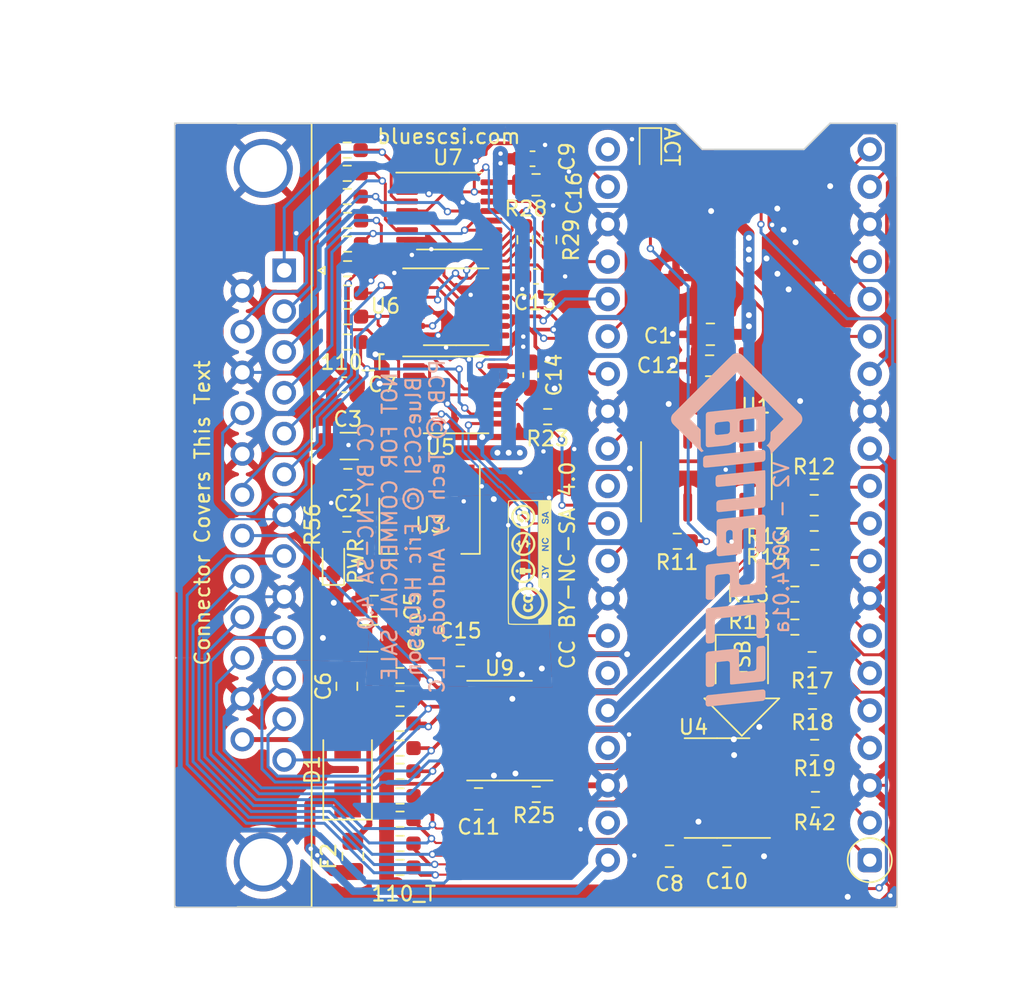
<source format=kicad_pcb>
(kicad_pcb (version 20221018) (generator pcbnew)
  (layers (0 "F.Cu" signal) (31 "B.Cu" signal) (34 "B.Paste" user) (35 "F.Paste" user) (36 "B.SilkS" user "B.Silkscreen") (37 "F.SilkS" user "F.Silkscreen") (38 "B.Mask" user) (39 "F.Mask" user) (44 "Edge.Cuts" user))
  (net 0 "")
  (net 1 "GND")
  (net 2 "+2V8")
  (net 3 "+5V")
  (net 4 "iATN")
  (net 5 "oIO")
  (net 6 "oREQ")
  (net 7 "oSEL")
  (net 8 "oBSY")
  (net 9 "SD_CLK")
  (net 10 "oCD_iSEL")
  (net 11 "ATN")
  (net 12 "BSY")
  (net 13 "DBP")
  (net 14 "ACK")
  (net 15 "RST")
  (net 16 "MSG")
  (net 17 "SEL")
  (net 18 "CD")
  (net 19 "REQ")
  (net 20 "IO")
  (net 21 "DB7")
  (net 22 "DB6")
  (net 23 "DB5")
  (net 24 "DB4")
  (net 25 "DB3")
  (net 26 "DB2")
  (net 27 "DB1")
  (net 28 "DB0")
  (net 29 "+3V3")
  (net 30 "SEL_BUFF")
  (net 31 "BSY_BUFF")
  (net 32 "+5VP")
  (net 33 "oMSG_iBSY")
  (net 34 "+5F")
  (net 35 "SD_CMD_MOSI")
  (net 36 "DB4T")
  (net 37 "DB5T")
  (net 38 "DB6T")
  (net 39 "DB7T")
  (net 40 "DBPT")
  (net 41 "DB0T")
  (net 42 "DB1T")
  (net 43 "DB3T")
  (net 44 "DB2T")
  (net 45 "SD_D0_MISO")
  (net 46 "DBPTr")
  (net 47 "Net-(D2-A)")
  (net 48 "SD_D1")
  (net 49 "SD_D2")
  (net 50 "Net-(D3-A)")
  (net 51 "Net-(RP1-G8)")
  (net 52 "Net-(RP1-G7)")
  (net 53 "Net-(RP1-G6)")
  (net 54 "Net-(RP1-G5)")
  (net 55 "SD_D3_CS")
  (net 56 "iRST")
  (net 57 "Net-(RP1-G4)")
  (net 58 "iACK")
  (net 59 "Net-(RP1-G3)")
  (net 60 "Net-(RP1-G2)")
  (net 61 "Net-(RP1-G1)")
  (net 62 "SERIAL_OUT")
  (net 63 "Net-(RP1-G0)")
  (net 84 "Net-(R11-Pad1)")
  (footprint "Capacitor_SMD:C_1206_3216Metric_Pad1.42x1.75mm_HandSolder" (layer "F.Cu") (at 111.87 95.99 180)
    (fp_text reference "C3")
    (fp_text value "47uF")
  )
  (footprint "Capacitor_SMD:C_1206_3216Metric_Pad1.42x1.75mm_HandSolder" (layer "F.Cu") (at 113.2009 109.0422 180)
    (fp_text reference "C4")
    (fp_text value "47uF")
  )
  (footprint "Package_TO_SOT_SMD:SOT-223-3_TabPin2" (layer "F.Cu") (at 117.3226 101.3972 -90)
    (fp_text reference "U3")
    (fp_text value "AMS1117-2.85")
  )
  (footprint "CustomFootprints:BluePillModule" (layer "F.Cu") (at 139.57666 126.6444 180)
    (fp_text reference "RP1" hide)
    (fp_text value "Pico_Footprint")
  )
  (footprint "Capacitor_SMD:C_0805_2012Metric_Pad1.15x1.40mm_HandSolder" (layer "F.Cu") (at 111.7764 98.2472 180)
    (fp_text reference "C2")
    (fp_text value "0.1uF")
  )
  (footprint "Capacitor_SMD:C_0805_2012Metric_Pad1.15x1.40mm_HandSolder" (layer "F.Cu") (at 113.5634 106.8578 180)
    (fp_text reference "C5")
    (fp_text value "0.1uF")
  )
  (footprint "Capacitor_SMD:C_0805_2012Metric_Pad1.15x1.40mm_HandSolder" (layer "F.Cu") (at 111.7092 112.3024 90)
    (fp_text reference "C6")
    (fp_text value "4.7uF")
  )
  (footprint "Capacitor_SMD:C_0805_2012Metric_Pad1.15x1.40mm_HandSolder" (layer "F.Cu") (at 136.32776 90.5336 180)
    (fp_text reference "C12")
    (fp_text value "4.7uF")
  )
  (footprint "Diode_SMD:D_SMA" (layer "F.Cu") (at 111.76 117.951 90)
    (fp_text reference "D1")
    (fp_text value "D")
  )
  (footprint "Resistor_SMD:R_0603_1608Metric_Pad0.98x0.95mm_HandSolder" (layer "F.Cu") (at 143.31 113.32 180)
    (fp_text reference "R18")
    (fp_text value "1k")
  )
  (footprint "Resistor_SMD:R_0603_1608Metric_Pad0.98x0.95mm_HandSolder" (layer "F.Cu") (at 115.3179 119.7488)
    (fp_text reference "R39" hide)
    (fp_text value "R")
  )
  (footprint "Resistor_SMD:R_0603_1608Metric_Pad0.98x0.95mm_HandSolder" (layer "F.Cu") (at 111.7562 82.2706)
    (fp_text reference "R4" hide)
    (fp_text value "R")
  )
  (footprint "Resistor_SMD:R_0603_1608Metric_Pad0.98x0.95mm_HandSolder" (layer "F.Cu") (at 115.3179 114.8212)
    (fp_text reference "R33" hide)
    (fp_text value "R")
  )
  (footprint "Resistor_SMD:R_0603_1608Metric_Pad0.98x0.95mm_HandSolder" (layer "F.Cu") (at 115.3179 124.6002)
    (fp_text reference "R36" hide)
    (fp_text value "R")
  )
  (footprint "Resistor_SMD:R_0603_1608Metric_Pad0.98x0.95mm_HandSolder" (layer "F.Cu") (at 111.7111 101.2952 180)
    (fp_text reference "R56")
    (fp_text value "4.7k")
  )
  (footprint "LED_SMD:LED_0603_1608Metric_Pad1.05x0.95mm_HandSolder" (layer "F.Cu") (at 132.31 76.055 -90)
    (fp_text reference "D2" hide)
    (fp_text value "LED")
  )
  (footprint "Resistor_SMD:R_0603_1608Metric_Pad0.98x0.95mm_HandSolder" (layer "F.Cu") (at 111.7562 85.598)
    (fp_text reference "R5" hide)
    (fp_text value "R")
  )
  (footprint "Resistor_SMD:R_0603_1608Metric_Pad0.98x0.95mm_HandSolder" (layer "F.Cu") (at 115.3179 111.57)
    (fp_text reference "R35" hide)
    (fp_text value "R")
  )
  (footprint "Resistor_SMD:R_0603_1608Metric_Pad0.98x0.95mm_HandSolder" (layer "F.Cu") (at 115.3179 116.4976)
    (fp_text reference "R1" hide)
    (fp_text value "R")
  )
  (footprint "Capacitor_SMD:C_0805_2012Metric_Pad1.18x1.45mm_HandSolder" (layer "F.Cu") (at 133.6025 123.84 180)
    (fp_text reference "C8")
    (fp_text value "0.1uF")
  )
  (footprint "Resistor_SMD:R_0603_1608Metric_Pad0.98x0.95mm_HandSolder" (layer "F.Cu") (at 115.3179 121.3236)
    (fp_text reference "R38" hide)
    (fp_text value "R")
  )
  (footprint "Library:cc_by_nc_sa_front_silk_screen" (layer "F.Cu") (at 124.11 103.89 90)
    (fp_text reference "G***" hide)
    (fp_text value "LOGO" hide)
  )
  (footprint "Resistor_SMD:R_0603_1608Metric_Pad0.98x0.95mm_HandSolder" (layer "F.Cu") (at 111.7327 79.0448)
    (fp_text reference "R9" hide)
    (fp_text value "R")
  )
  (footprint "LED_SMD:LED_0603_1608Metric_Pad1.05x0.95mm_HandSolder" (layer "F.Cu") (at 110.7948 103.759 90)
    (fp_text reference "D3" hide)
    (fp_text value "LED")
  )
  (footprint "Resistor_SMD:R_0603_1608Metric_Pad0.98x0.95mm_HandSolder" (layer "F.Cu") (at 115.3179 118.0724)
    (fp_text reference "R40" hide)
    (fp_text value "R")
  )
  (footprint "Package_SO:TSSOP-20_4.4x6.5mm_P0.65mm" (layer "F.Cu") (at 136.83 119.21 180)
    (fp_text reference "U4")
    (fp_text value "LVT245")
  )
  (footprint "Resistor_SMD:R_0603_1608Metric_Pad0.98x0.95mm_HandSolder" (layer "F.Cu") (at 143.4275 101.23 180)
    (fp_text reference "R13")
    (fp_text value "1k")
  )
  (footprint "Resistor_SMD:R_0603_1608Metric_Pad0.98x0.95mm_HandSolder" (layer "F.Cu") (at 143.4575 116.45 180)
    (fp_text reference "R19")
    (fp_text value "1k")
  )
  (footprint "Capacitor_SMD:C_0805_2012Metric_Pad1.18x1.45mm_HandSolder" (layer "F.Cu") (at 119.41 110.21)
    (fp_text reference "C15")
    (fp_text value "4.7uF")
  )
  (footprint "Resistor_SMD:R_0603_1608Metric_Pad0.98x0.95mm_HandSolder" (layer "F.Cu") (at 143.4675 103.55 180)
    (fp_text reference "R14")
    (fp_text value "1k")
  )
  (footprint "Resistor_SMD:R_0603_1608Metric_Pad0.98x0.95mm_HandSolder" (layer "F.Cu") (at 134.13 102.45)
    (fp_text reference "R11")
    (fp_text value "470")
  )
  (footprint "Resistor_SMD:R_0603_1608Metric_Pad0.98x0.95mm_HandSolder" (layer "F.Cu") (at 111.7581 83.947)
    (fp_text reference "R3" hide)
    (fp_text value "R")
  )
  (footprint "Resistor_SMD:R_0603_1608Metric_Pad0.98x0.95mm_HandSolder" (layer "F.Cu") (at 111.7289 75.8952)
    (fp_text reference "R7" hide)
    (fp_text value "R")
  )
  (footprint "Capacitor_SMD:C_0805_2012Metric_Pad1.18x1.45mm_HandSolder" (layer "F.Cu") (at 124.55 78.25)
    (fp_text reference "C16")
    (fp_text value "4.7uF")
  )
  (footprint "Resistor_SMD:R_0603_1608Metric_Pad0.98x0.95mm_HandSolder" (layer "F.Cu") (at 111.7327 77.47)
    (fp_text reference "R8" hide)
    (fp_text value "R")
  )
  (footprint "Resistor_SMD:R_0603_1608Metric_Pad0.98x0.95mm_HandSolder" (layer "F.Cu") (at 111.7308 88.9254)
    (fp_text reference "R2" hide)
    (fp_text value "R")
  )
  (footprint "Library:TF-06_MicroSD" (layer "F.Cu") (at 139.275 77.92)
    (fp_text reference "SD2" hide)
    (fp_text value "MicroSD-TF-06")
  )
  (footprint "Resistor_SMD:R_0603_1608Metric_Pad0.98x0.95mm_HandSolder" (layer "F.Cu") (at 142.1149 108.2802 180)
    (fp_text reference "R16")
    (fp_text value "1k")
  )
  (footprint "Package_SO:SOIC-14_3.9x8.7mm_P1.27mm" (layer "F.Cu") (at 136.11 97.665 90)
    (fp_text reference "U1")
    (fp_text value "74HC14")
  )
  (footprint "Resistor_SMD:R_0603_1608Metric_Pad0.98x0.95mm_HandSolder" (layer "F.Cu") (at 143.2833 110.49 180)
    (fp_text reference "R17")
    (fp_text value "1k")
  )
  (footprint "Capacitor_SMD:C_0805_2012Metric_Pad1.18x1.45mm_HandSolder" (layer "F.Cu") (at 137.4975 123.85)
    (fp_text reference "C10")
    (fp_text value "4.7uF")
  )
  (footprint "Capacitor_SMD:C_0603_1608Metric_Pad1.08x0.95mm_HandSolder" (layer "F.Cu") (at 124.5525 84.46685 180)
    (fp_text reference "C13")
    (fp_text value "0.1uF")
  )
  (footprint "Resistor_SMD:R_0603_1608Metric_Pad0.98x0.95mm_HandSolder" (layer "F.Cu") (at 111.7562 87.1982)
    (fp_text reference "R10" hide)
    (fp_text value "R")
  )
  (footprint "Resistor_SMD:R_0603_1608Metric_Pad0.98x0.95mm_HandSolder" (layer "F.Cu") (at 115.3179 113.1448)
    (fp_text reference "R34" hide)
    (fp_text value "R")
  )
  (footprint "Package_SO:TSSOP-14_4.4x5mm_P0.65mm" (layer "F.Cu") (at 118.65755 80.03)
    (fp_text reference "U7")
    (fp_text value "LVT125")
  )
  (footprint "Resistor_SMD:R_0603_1608Metric_Pad0.98x0.95mm_HandSolder" (layer "F.Cu") (at 115.3179 122.9746)
    (fp_text reference "R37" hide)
    (fp_text value "R")
  )
  (footprint "Fuse:Fuse_0805_2012Metric_Pad1.15x1.40mm_HandSolder" (layer "F.Cu") (at 112.1156 123.8504 -90)
    (fp_text reference "F2")
    (fp_text value "Polyfuse")
  )
  (footprint "Capacitor_SMD:C_0805_2012Metric_Pad1.18x1.45mm_HandSolder" (layer "F.Cu") (at 136.38 88.4 180)
    (fp_text reference "C1")
    (fp_text value "100n")
  )
  (footprint "Resistor_SMD:R_0603_1608Metric_Pad0.98x0.95mm_HandSolder" (layer "F.Cu") (at 142.1149 106.045 180)
    (fp_text reference "R15")
    (fp_text value "1k")
  )
  (footprint "Capacitor_SMD:C_0603_1608Metric_Pad1.08x0.95mm_HandSolder" (layer "F.Cu") (at 111.5314 91.821 180)
    (fp_text reference "C7")
    (fp_text value "0.1uF")
  )
  (footprint "Resistor_SMD:R_0603_1608Metric_Pad0.98x0.95mm_HandSolder" (layer "F.Cu") (at 125.3375 93.99)
    (fp_text reference "R23")
    (fp_text value "1k")
  )
  (footprint "Connector_Dsub:DSUB-25_Male_Horizontal_P2.77x2.84mm_EdgePinOffset7.70mm_Housed_MountingHolesOffset9.12mm" (layer "F.Cu") (at 107.457131 84.0606 -90)
    (fp_text reference "J2" hide)
    (fp_text value "DB25_Male_MountingHoles")
  )
  (footprint "Resistor_SMD:R_0603_1608Metric_Pad0.98x0.95mm_HandSolder" (layer "F.Cu") (at 124.5625 119.64 180)
    (fp_text reference "R25")
    (fp_text value "1k" hide)
  )
  (footprint "Package_SO:TSSOP-14_4.4x5mm_P0.65mm" (layer "F.Cu") (at 119.1222 92.51)
    (fp_text reference "U5")
    (fp_text value "LVT125")
  )
  (footprint "Package_SO:TSSOP-20_4.4x6.5mm_P0.65mm" (layer "F.Cu") (at 122.07 115.31 180)
    (fp_text reference "U9")
    (fp_text value "LVT245")
  )
  (footprint "Package_SO:TSSOP-14_4.4x5mm_P0.65mm" (layer "F.Cu") (at 119.125378 86.53)
    (fp_text reference "U6")
    (fp_text value "LVT125")
  )
  (footprint "Resistor_SMD:R_0603_1608Metric_Pad0.98x0.95mm_HandSolder" (layer "F.Cu") (at 111.7562 80.6704)
    (fp_text reference "R6" hide)
    (fp_text value "R")
  )
  (footprint "Capacitor_SMD:C_0805_2012Metric_Pad1.18x1.45mm_HandSolder" (layer "F.Cu") (at 120.647 119.9448)
    (fp_text reference "C11")
    (fp_text value "0.1uF")
  )
  (footprint "Capacitor_SMD:C_0603_1608Metric_Pad1.08x0.95mm_HandSolder" (layer "F.Cu") (at 124.19 91.1725 90)
    (fp_text reference "C14")
    (fp_text value "0.1uF")
  )
  (footprint "Resistor_SMD:R_0603_1608Metric_Pad0.98x0.95mm_HandSolder" (layer "F.Cu") (at 125.410084 81.977584 90)
    (fp_text reference "R29")
    (fp_text value "1k")
  )
  (footprint "Capacitor_SMD:C_0603_1608Metric_Pad1.08x0.95mm_HandSolder" (layer "F.Cu") (at 124.31 76.48 180)
    (fp_text reference "C9")
    (fp_text value "0.1uF" hide)
  )
  (footprint "Resistor_SMD:R_0603_1608Metric_Pad0.98x0.95mm_HandSolder" (layer "F.Cu") (at 143.4275 98.7806 180)
    (fp_text reference "R12")
    (fp_text value "1k")
  )
  (footprint "Resistor_SMD:R_0603_1608Metric_Pad0.98x0.95mm_HandSolder" (layer "F.Cu") (at 143.51 119.99 180)
    (fp_text reference "R42")
    (fp_text value "1k")
  )
  (footprint "Resistor_SMD:R_0603_1608Metric_Pad0.98x0.95mm_HandSolder" (layer "F.Cu") (at 123.806084 81.975684 -90)
    (fp_text reference "R28")
    (fp_text value "1k")
  )
  (gr_poly (pts (xy 136.066037 108.753717) (xy 136.066577 108.938407) (xy 136.067448 109.074745) (xy 136.068715 109.16994) (xy 136.070446 109.231202) (xy 136.071506 109.251361) (xy 136.072706 109.265741) (xy 136.074055 109.275242) (xy 136.075561 109.280766) (xy 136.081572 109.293854) (xy 136.088223 109.306128) (xy 136.095511 109.317583) (xy 136.103431 109.328215) (xy 136.11198 109.33802) (xy 136.121152 109.346995) (xy 136.130946 109.355134) (xy 136.141355 109.362435) (xy 136.152375 109.368891) (xy 136.164004 109.374501) (xy 136.176236 109.379259) (xy 136.189068 109.38316) (xy 136.202495 109.386203) (xy 136.216513 109.388381) (xy 136.231118 109.38969) (xy 136.246306 109.390128) (xy 136.27715 109.389254) (xy 136.314866 109.386843) (xy 136.3566 109.383207) (xy 136.3995 109.378663) (xy 136.440713 109.373523) (xy 136.477386 109.368102) (xy 136.506668 109.362714) (xy 136.517646 109.36013) (xy 136.525706 109.357673) (xy 136.536715 109.353494) (xy 136.547501 109.348646) (xy 136.558039 109.343159) (xy 136.568304 109.337057) (xy 136.578271 109.330368) (xy 136.587916 109.323119) (xy 136.597214 109.315337) (xy 136.606139 109.307049) (xy 136.614668 109.298281) (xy 136.622775 109.28906) (xy 136.630435 109.279413) (xy 136.637625 109.269368) (xy 136.644318 109.25895) (xy 136.65049 109.248187) (xy 136.656116 109.237106) (xy 136.661172 109.225733) (xy 136.66607 109.212118) (xy 136.669794 109.19341) (xy 136.672558 109.161539) (xy 136.674578 109.108435) (xy 136.677246 108.906249) (xy 136.679517 108.522295) (xy 136.683045 107.855544) (xy 136.699273 107.822384) (xy 136.704072 107.813457) (xy 136.709685 107.804449) (xy 136.716034 107.795426) (xy 136.723041 107.786456) (xy 136.730626 107.777605) (xy 136.738712 107.768942) (xy 136.747219 107.760533) (xy 136.75607 107.752446) (xy 136.765185 107.744747) (xy 136.774486 107.737503) (xy 136.783894 107.730783) (xy 136.793332 107.724653) (xy 136.80272 107.71918) (xy 136.81198 107.714432) (xy 136.821033 107.710475) (xy 136.8298 107.707378) (xy 137.227326 107.660976) (xy 138.067962 107.570588) (xy 139.328878 107.442794) (xy 139.33814 107.442984) (xy 139.347147 107.443557) (xy 139.355908 107.444515) (xy 139.364432 107.445859) (xy 139.372728 107.447591) (xy 139.380807 107.449715) (xy 139.388676 107.452231) (xy 139.396347 107.455141) (xy 139.403827 107.458449) (xy 139.411126 107.462156) (xy 139.418254 107.466263) (xy 139.425219 107.470774) (xy 139.432032 107.47569) (xy 139.438701 107.481013) (xy 139.445235 107.486745) (xy 139.451645 107.492889) (xy 139.467803 107.508399) (xy 139.474245 107.516027) (xy 139.479712 107.525289) (xy 139.484296 107.537474) (xy 139.488083 107.553871) (xy 139.493625 107.604455) (xy 139.497051 107.687351) (xy 139.499071 107.812869) (xy 139.501739 108.233016) (xy 139.505267 108.899767) (xy 139.524317 108.936455) (xy 139.530556 108.947276) (xy 139.537353 108.957503) (xy 139.544688 108.967123) (xy 139.552539 108.976121) (xy 139.560887 108.984482) (xy 139.569709 108.992191) (xy 139.578987 108.999236) (xy 139.588699 109.0056) (xy 139.598824 109.011269) (xy 139.609342 109.01623) (xy 139.620232 109.020467) (xy 139.631473 109.023966) (xy 139.643045 109.026713) (xy 139.654927 109.028693) (xy 139.667099 109.029891) (xy 139.679539 109.030294) (xy 139.708249 109.029361) (xy 139.745178 109.026799) (xy 139.787167 109.022964) (xy 139.831057 109.018212) (xy 139.873691 109.012897) (xy 139.91191 109.007375) (xy 139.942554 109.002002) (xy 139.95405 108.999483) (xy 139.962467 108.997134) (xy 139.971815 108.993929) (xy 139.981058 108.99015) (xy 139.990176 108.985816) (xy 139.999145 108.98095) (xy 140.007945 108.975571) (xy 140.016554 108.9697) (xy 140.02495 108.963357) (xy 140.033111 108.956564) (xy 140.041016 108.949341) (xy 140.048643 108.941709) (xy 140.05597 108.933688) (xy 140.062976 108.9253) (xy 140.069638 108.916564) (xy 140.075936 108.907501) (xy 140.081848 108.898133) (xy 140.087351 108.888479) (xy 140.112045 108.843322) (xy 140.114162 107.796278) (xy 140.114882 107.414033) (xy 140.115069 107.261443) (xy 140.115033 107.131876) (xy 140.114695 107.02333) (xy 140.113976 106.933806) (xy 140.113448 106.895553) (xy 140.112795 106.861305) (xy 140.112008 106.830812) (xy 140.111075 106.803826) (xy 140.109987 106.780094) (xy 140.108734 106.759369) (xy 140.107306 106.741399) (xy 140.105694 106.725935) (xy 140.103886 106.712726) (xy 140.101874 106.701524) (xy 140.100788 106.696596) (xy 140.099647 106.692076) (xy 140.09845 106.687933) (xy 140.097195 106.684135) (xy 140.095882 106.680651) (xy 140.094509 106.677449) (xy 140.093075 106.674499) (xy 140.091578 106.67177) (xy 140.088393 106.666845) (xy 140.084943 106.662427) (xy 140.081219 106.658264) (xy 140.07721 106.654108) (xy 140.0683 106.644812) (xy 140.062535 106.638568) (xy 140.056871 106.632794) (xy 140.051294 106.627481) (xy 140.045789 106.622619) (xy 140.040342 106.618201) (xy 140.034938 106.614215) (xy 140.029563 106.610653) (xy 140.024203 106.607505) (xy 140.018843 106.604762) (xy 140.013468 106.602416) (xy 140.008064 106.600456) (xy 140.002617 106.598873) (xy 139.997113 106.597658) (xy 139.991535 106.596802) (xy 139.985871 106.596295) (xy 139.980106 106.596128) (xy 136.242073 106.988418) (xy 136.235463 106.989688) (xy 136.22887 106.991245) (xy 136.21576 106.995193) (xy 136.202804 107.00021) (xy 136.19006 107.006244) (xy 136.177589 107.01324) (xy 136.165451 107.021147) (xy 136.153706 107.029912) (xy 136.142413 107.039482) (xy 136.131633 107.049804) (xy 136.121425 107.060826) (xy 136.11185 107.072495) (xy 136.102968 107.084759) (xy 136.094838 107.097564) (xy 136.08752 107.110858) (xy 136.081075 107.124588) (xy 136.075561 107.138701) (xy 136.072938 107.156305) (xy 136.070843 107.197118) (xy 136.067977 107.368447) (xy 136.065684 108.210439)) (stroke (width 0.004)) (fill solid) (layer "B.SilkS"))
  (gr_poly (pts (xy 135.884355 97.078183) (xy 135.885767 97.328655) (xy 135.904111 97.363933) (xy 135.9061 97.367699) (xy 135.908342 97.37157) (xy 135.910812 97.37552) (xy 135.913482 97.379522) (xy 135.916326 97.383548) (xy 135.919317 97.387572) (xy 135.922427 97.391568) (xy 135.925631 97.395507) (xy 135.928901 97.399364) (xy 135.93221 97.403111) (xy 135.935531 97.406722) (xy 135.938838 97.41017) (xy 135.942104 97.413427) (xy 135.945301 97.416467) (xy 135.948403 97.419264) (xy 135.951384 97.421789) (xy 135.968667 97.437526) (xy 135.994401 97.447674) (xy 136.058465 97.449818) (xy 136.190743 97.441545) (xy 136.779463 97.384086) (xy 137.999611 97.255984) (xy 139.027011 97.147571) (xy 139.370393 97.110802) (xy 139.620096 97.083475) (xy 139.79102 97.063954) (xy 139.898063 97.050601) (xy 139.932286 97.045725) (xy 139.956125 97.041778) (xy 139.971445 97.038555) (xy 139.980106 97.03585) (xy 139.989266 97.031485) (xy 139.998456 97.026366) (xy 140.00762 97.020548) (xy 140.016707 97.014088) (xy 140.02566 97.00704) (xy 140.034428 96.999461) (xy 140.042956 96.991407) (xy 140.051191 96.982933) (xy 140.059078 96.974095) (xy 140.066564 96.96495) (xy 140.073595 96.955552) (xy 140.080118 96.945958) (xy 140.086079 96.936223) (xy 140.091424 96.926404) (xy 140.096099 96.916555) (xy 140.10005 96.906734) (xy 140.104971 96.892905) (xy 140.108727 96.878655) (xy 140.111473 96.86118) (xy 140.113368 96.837677) (xy 140.114568 96.805344) (xy 140.115231 96.761378) (xy 140.115573 96.627333) (xy 140.115409 96.541333) (xy 140.115131 96.505852) (xy 140.114658 96.474845) (xy 140.113941 96.447906) (xy 140.112931 96.42463) (xy 140.112301 96.414238) (xy 140.11158 96.404611) (xy 140.110762 96.395696) (xy 140.10984 96.387445) (xy 140.108808 96.379805) (xy 140.107661 96.372726) (xy 140.106393 96.366158) (xy 140.104996 96.360049) (xy 140.103466 96.35435) (xy 140.101795 96.34901) (xy 140.099979 96.343977) (xy 140.098011 96.339202) (xy 140.095884 96.334634) (xy 140.093594 96.330221) (xy 140.091133 96.325914) (xy 140.088495 96.321662) (xy 140.082668 96.31312) (xy 140.076062 96.304189) (xy 140.071157 96.298065) (xy 140.065733 96.292143) (xy 140.059832 96.286442) (xy 140.053495 96.280983) (xy 140.046766 96.275783) (xy 140.039686 96.270864) (xy 140.032298 96.266244) (xy 140.024644 96.261944) (xy 140.016768 96.257982) (xy 140.00871 96.25438) (xy 140.000514 96.251155) (xy 139.992222 96.248329) (xy 139.983876 96.24592) (xy 139.975519 96.243948) (xy 139.967192 96.242433) (xy 139.958939 96.241394) (xy 138.01875 96.437451) (xy 136.053689 96.647795) (xy 136.040254 96.651291) (xy 136.026975 96.655925) (xy 136.013906 96.661642) (xy 136.001103 96.668388) (xy 135.988624 96.67611) (xy 135.976522 96.684753) (xy 135.964854 96.694265) (xy 135.953677 96.704592) (xy 135.943045 96.715679) (xy 135.933015 96.727472) (xy 135.923642 96.739919) (xy 135.914982 96.752966) (xy 135.907091 96.766558) (xy 135.900024 96.780642) (xy 135.893839 96.795165) (xy 135.888589 96.810072) (xy 135.887568 96.818785) (xy 135.886638 96.836784) (xy 135.88515 96.896238) (xy 135.884323 96.979637)) (stroke (width 0.004)) (fill solid) (layer "B.SilkS"))
  (gr_poly (pts (xy 136.816395 103.368916) (xy 136.822302 103.380638) (xy 136.828895 103.391716) (xy 136.836147 103.402134) (xy 136.844033 103.411878) (xy 136.852526 103.420931) (xy 136.861601 103.429279) (xy 136.871233 103.436904) (xy 136.881394 103.443793) (xy 136.89206 103.44993) (xy 136.903204 103.455299) (xy 136.914801 103.459884) (xy 136.926825 103.46367) (xy 136.93925 103.466642) (xy 136.95205 103.468784) (xy 136.9652 103.47008) (xy 136.978672 103.470516) (xy 137.034026 103.466062) (xy 137.160089 103.453936) (xy 137.549467 103.414072) (xy 138.224684 103.342811) (xy 138.265726 103.338401) (xy 138.298756 103.334521) (xy 138.312698 103.332696) (xy 138.325155 103.330905) (xy 138.3363 103.329113) (xy 138.346304 103.327289) (xy 138.355341 103.325398) (xy 138.363583 103.323408) (xy 138.371203 103.321286) (xy 138.378374 103.318999) (xy 138.385267 103.316513) (xy 138.392056 103.313795) (xy 138.398913 103.310813) (xy 138.406012 103.307534) (xy 138.415185 103.302933) (xy 138.423932 103.298112) (xy 138.432274 103.293049) (xy 138.440231 103.287723) (xy 138.447825 103.282111) (xy 138.455075 103.276193) (xy 138.462003 103.269946) (xy 138.46863 103.263348) (xy 138.474975 103.256378) (xy 138.48106 103.249015) (xy 138.486904 103.241236) (xy 138.49253 103.23302) (xy 138.497958 103.224345) (xy 138.503207 103.21519) (xy 138.5083 103.205532) (xy 138.513256 103.19535) (xy 138.531601 103.156544) (xy 138.535128 102.447461) (xy 138.538656 101.738377) (xy 138.554178 101.705217) (xy 138.555902 101.701659) (xy 138.557885 101.697887) (xy 138.560103 101.693935) (xy 138.562535 101.689838) (xy 138.565156 101.685629) (xy 138.567945 101.681342) (xy 138.570878 101.677012) (xy 138.573934 101.672673) (xy 138.577088 101.668358) (xy 138.580319 101.664103) (xy 138.583604 101.65994) (xy 138.58692 101.655905) (xy 138.590244 101.652031) (xy 138.593554 101.648352) (xy 138.596827 101.644903) (xy 138.600039 101.641717) (xy 138.619945 101.62252) (xy 138.629406 101.614591) (xy 138.639297 101.607597) (xy 138.650183 101.6014) (xy 138.662634 101.595865) (xy 138.677215 101.590858) (xy 138.694495 101.586242) (xy 138.715041 101.581883) (xy 138.739421 101.577645) (xy 138.801949 101.568989) (xy 138.88662 101.559193) (xy 138.997973 101.547173) (xy 139.086611 101.537749) (xy 139.157274 101.530526) (xy 139.212359 101.525319) (xy 139.23481 101.523416) (xy 139.254266 101.521949) (xy 139.271026 101.520895) (xy 139.28539 101.520232) (xy 139.297658 101.519936) (xy 139.30813 101.519986) (xy 139.317106 101.520359) (xy 139.324884 101.521031) (xy 139.331766 101.52198) (xy 139.33805 101.523183) (xy 139.346984 101.52543) (xy 139.35578 101.528188) (xy 139.364414 101.531443) (xy 139.372865 101.535178) (xy 139.381109 101.539375) (xy 139.389123 101.54402) (xy 139.396885 101.549094) (xy 139.404373 101.554581) (xy 139.411562 101.560465) (xy 139.418431 101.56673) (xy 139.424957 101.573358) (xy 139.431117 101.580334) (xy 139.436889 101.58764) (xy 139.442249 101.595261) (xy 139.447175 101.603179) (xy 139.451645 101.611378) (xy 139.469989 101.645949) (xy 139.473517 102.355738) (xy 139.477045 103.064822) (xy 139.492567 103.09375) (xy 139.496553 103.100763) (xy 139.501068 103.107751) (xy 139.506066 103.114673) (xy 139.511496 103.121487) (xy 139.517311 103.128153) (xy 139.523461 103.134628) (xy 139.529899 103.140872) (xy 139.536576 103.146843) (xy 139.543443 103.1525) (xy 139.550452 103.157801) (xy 139.557553 103.162706) (xy 139.564699 103.167172) (xy 139.571841 103.171158) (xy 139.57893 103.174624) (xy 139.585918 103.177528) (xy 139.592756 103.179828) (xy 139.600092 103.181919) (xy 139.607887 103.183694) (xy 139.616252 103.185151) (xy 139.6253 103.186288) (xy 139.645888 103.187592) (xy 139.670544 103.187589) (xy 139.70016 103.186263) (xy 139.735631 103.183598) (xy 139.777849 103.179577) (xy 139.827706 103.174183) (xy 139.862222 103.170158) (xy 139.891107 103.166455) (xy 139.903663 103.16468) (xy 139.915081 103.162934) (xy 139.925451 103.161198) (xy 139.934862 103.159454) (xy 139.943406 103.157686) (xy 139.951171 103.155876) (xy 139.958248 103.154005) (xy 139.964727 103.152057) (xy 139.970697 103.150014) (xy 139.976249 103.147858) (xy 139.981472 103.145572) (xy 139.986456 103.143138) (xy 139.994489 103.138833) (xy 140.002436 103.134133) (xy 140.010275 103.129054) (xy 140.017985 103.123615) (xy 140.025547 103.117832) (xy 140.03294 103.111724) (xy 140.040142 103.105307) (xy 140.047134 103.098601) (xy 140.053894 103.091621) (xy 140.060401 103.084386) (xy 140.066636 103.076913) (xy 140.072578 103.069221) (xy 140.078205 103.061326) (xy 140.083497 103.053245) (xy 140.088434 103.044998) (xy 140.092995 103.0366) (xy 140.112045 103.001322) (xy 140.112045 100.764006) (xy 140.093701 100.729433) (xy 140.08959 100.721823) (xy 140.084954 100.714356) (xy 140.079833 100.707061) (xy 140.074265 100.699966) (xy 140.068287 100.693097) (xy 140.061938 100.686484) (xy 140.055257 100.680154) (xy 140.04828 100.674136) (xy 140.041048 100.668456) (xy 140.033597 100.663143) (xy 140.025967 100.658225) (xy 140.018195 100.653729) (xy 140.01032 100.649685) (xy 140.002379 100.646118) (xy 139.994412 100.643059) (xy 139.986456 100.640533) (xy 139.962787 100.635297) (xy 139.813507 100.647324) (xy 138.344629 100.800694) (xy 137.724477 100.866082) (xy 137.724477 101.685933) (xy 137.731156 101.686065) (xy 137.737285 101.686374) (xy 137.742966 101.686872) (xy 137.748299 101.687569) (xy 137.753386 101.688474) (xy 137.758329 101.689598) (xy 137.763228 101.690951) (xy 137.768185 101.692545) (xy 137.773302 101.694388) (xy 137.778679 101.696492) (xy 137.784417 101.698867) (xy 137.792136 101.70236) (xy 137.799436 101.705979) (xy 137.806346 101.709748) (xy 137.812893 101.713694) (xy 137.819105 101.717843) (xy 137.82501 101.72222) (xy 137.830636 101.726852) (xy 137.836011 101.731763) (xy 137.841162 101.736981) (xy 137.846119 101.74253) (xy 137.850908 101.748437) (xy 137.855557 101.754727) (xy 137.860095 101.761427) (xy 137.864549 101.768561) (xy 137.868947 101.776157) (xy 137.873317 101.784239) (xy 137.889545 101.815989) (xy 137.889545 102.408656) (xy 137.8712 102.447461) (xy 137.863094 102.463711) (xy 137.854369 102.478871) (xy 137.845003 102.492958) (xy 137.834974 102.505989) (xy 137.824259 102.517983) (xy 137.812835 102.528957) (xy 137.800679 102.538929) (xy 137.787768 102.547915) (xy 137.774081 102.555934) (xy 137.759593 102.563003) (xy 137.744283 102.56914) (xy 137.728127 102.574362) (xy 137.711103 102.578688) (xy 137.693188 102.582133) (xy 137.67436 102.584717) (xy 137.654595 102.586456) (xy 137.636521 102.587539) (xy 137.628519 102.587892) (xy 137.621125 102.58811) (xy 137.614277 102.588187) (xy 137.607912 102.588118) (xy 137.60197 102.587895) (xy 137.596387 102.587514) (xy 137.591101 102.586967) (xy 137.586051 102.586249) (xy 137.581175 102.585353) (xy 137.57641 102.584273) (xy 137.571696 102.583002) (xy 137.566968 102.581536) (xy 137.562166 102.579867) (xy 137.557228 102.577989) (xy 137.549003 102.574634) (xy 137.541003 102.570923) (xy 137.533239 102.566864) (xy 137.525721 102.562467) (xy 137.518459 102.557739) (xy 137.511463 102.552688) (xy 137.504745 102.547323) (xy 137.498314 102.541653) (xy 137.492181 102.535684) (xy 137.486355 102.529427) (xy 137.480849 102.522888) (xy 137.47567 102.516076) (xy 137.470831 102.509) (xy 137.466341 102.501668) (xy 137.462211 102.494087) (xy 137.45845 102.486267) (xy 137.452861 102.474021) (xy 137.448661 102.461197) (xy 137.445651 102.443974) (xy 137.443634 102.418533) (xy 137.44241 102.381053) (xy 137.441782 102.327715) (xy 137.441517 102.158183) (xy 137.441517 101.865378) (xy 137.461978 101.823044) (xy 137.464223 101.818577) (xy 137.466708 101.813933) (xy 137.469407 101.809148) (xy 137.472297 101.804259) (xy 137.475352 101.799304) (xy 137.478548 101.794321) (xy 137.481859 101.789345) (xy 137.485262 101.784415) (xy 137.48873 101.779568) (xy 137.49224 101.774841) (xy 137.495766 101.77027) (xy 137.499284 101.765894) (xy 137.502769 101.76175) (xy 137.506197 101.757874) (xy 137.509541 101.754304) (xy 137.512778 101.751078) (xy 137.521198 101.743326) (xy 137.529569 101.736195) (xy 137.53796 101.729659) (xy 137.546435 101.723694) (xy 137.555064 101.718274) (xy 137.563913 101.713375) (xy 137.573049 101.708972) (xy 137.58254 101.70504) (xy 137.592453 101.701555) (xy 137.602854 101.698492) (xy 137.613811 101.695826) (xy 137.625392 101.693531) (xy 137.637663 101.691584) (xy 137.650691 101.689959) (xy 137.664544 101.688632) (xy 137.679289 101.687578) (xy 137.700128 101.6865) (xy 137.709064 101.686161) (xy 137.717147 101.685968) (xy 137.724477 101.685933) (xy 137.724477 100.866082) (xy 137.600907 100.879111) (xy 137.356285 100.905358) (xy 137.180638 100.924784) (xy 137.062074 100.938753) (xy 137.020483 100.944118) (xy 136.988705 100.94863) (xy 136.965252 100.952459) (xy 136.94864 100.955777) (xy 136.937381 100.958754) (xy 136.929989 100.961561) (xy 136.92135 100.965868) (xy 136.912903 100.97058) (xy 136.904656 100.975692) (xy 136.896619 100.981195) (xy 136.8888 100.987083) (xy 136.881211 100.993348) (xy 136.873859 100.999983) (xy 136.866754 101.006981) (xy 136.859905 101.014335) (xy 136.853322 101.022036) (xy 136.847014 101.030079) (xy 136.84099 101.038456) (xy 136.835259 101.047159) (xy 136.829832 101.056182) (xy 136.824716 101.065516) (xy 136.819922 101.075156) (xy 136.799462 101.117489) (xy 136.799462 103.332933)) (stroke (width 0.004)) (fill solid) (layer "B.SilkS"))
  (gr_poly (pts (xy 136.069212 95.954233) (xy 136.090378 95.988806) (xy 136.095275 95.996127) (xy 136.100679 96.00326) (xy 136.106552 96.010179) (xy 136.112857 96.016862) (xy 136.119554 96.023285) (xy 136.126605 96.029423) (xy 136.133973 96.035253) (xy 136.141619 96.040752) (xy 136.149505 96.045895) (xy 136.157592 96.050659) (xy 136.165843 96.055019) (xy 136.174218 96.058953) (xy 136.18268 96.062436) (xy 136.191191 96.065445) (xy 136.199713 96.067956) (xy 136.208206 96.069945) (xy 136.276697 96.067087) (xy 136.429508 96.054092) (xy 136.878484 96.009267) (xy 137.335926 95.958621) (xy 137.49932 95.93835) (xy 137.582628 95.925306) (xy 137.6176 95.915472) (xy 137.652985 95.904051) (xy 137.68847 95.891174) (xy 137.723739 95.876975) (xy 137.758479 95.861585) (xy 137.792376 95.845137) (xy 137.825116 95.827763) (xy 137.856384 95.809594) (xy 137.889065 95.789718) (xy 137.916488 95.773611) (xy 137.92861 95.766786) (xy 137.939876 95.76068) (xy 137.95044 95.755218) (xy 137.960453 95.750328) (xy 137.97007 95.745933) (xy 137.979443 95.74196) (xy 137.988725 95.738335) (xy 137.998068 95.734982) (xy 138.007627 95.731828) (xy 138.017554 95.728797) (xy 138.039123 95.722811) (xy 138.068908 95.71582) (xy 138.082162 95.713294) (xy 138.094707 95.711467) (xy 138.106831 95.71038) (xy 138.11882 95.710074) (xy 138.130962 95.710588) (xy 138.143545 95.711963) (xy 138.156855 95.714239) (xy 138.17118 95.717457) (xy 138.186807 95.721657) (xy 138.204024 95.726879) (xy 138.223118 95.733163) (xy 138.244376 95.74055) (xy 138.294533 95.758794) (xy 138.344638 95.776918) (xy 138.366723 95.784566) (xy 138.387127 95.791338) (xy 138.406071 95.797283) (xy 138.423778 95.802451) (xy 138.440471 95.806891) (xy 138.45637 95.810653) (xy 138.4717 95.813786) (xy 138.48668 95.816341) (xy 138.501535 95.818367) (xy 138.516486 95.819913) (xy 138.531755 95.821029) (xy 138.547565 95.821765) (xy 138.564137 95.82217) (xy 138.581695 95.822294) (xy 138.818927 95.801833) (xy 139.277284 95.755972) (xy 139.730747 95.707994) (xy 139.953295 95.681183) (xy 139.965284 95.677404) (xy 139.977142 95.672711) (xy 139.98882 95.66715) (xy 140.000269 95.660766) (xy 140.011442 95.653605) (xy 140.022289 95.645712) (xy 140.032762 95.637133) (xy 140.042812 95.627914) (xy 140.052391 95.618099) (xy 140.06145 95.607734) (xy 140.069941 95.596865) (xy 140.077814 95.585536) (xy 140.085022 95.573795) (xy 140.091516 95.561685) (xy 140.097247 95.549253) (xy 140.102167 95.536545) (xy 140.106589 95.520824) (xy 140.109895 95.494388) (xy 140.113721 95.362272) (xy 140.114162 94.4514) (xy 140.112045 93.405766) (xy 140.096522 93.376839) (xy 140.09295 93.370454) (xy 140.088879 93.364027) (xy 140.084354 93.357598) (xy 140.079424 93.351207) (xy 140.074134 93.344895) (xy 140.068531 93.338702) (xy 140.062661 93.332667) (xy 140.056571 93.326832) (xy 140.050307 93.321237) (xy 140.043916 93.315923) (xy 140.037445 93.310928) (xy 140.030939 93.306294) (xy 140.024446 93.302061) (xy 140.018012 93.29827) (xy 140.011683 93.29496) (xy 140.005506 93.292172) (xy 140.0028 93.291131) (xy 139.999731 93.290127) (xy 139.996333 93.289165) (xy 139.992641 93.288248) (xy 139.984509 93.286566) (xy 139.975608 93.285117) (xy 139.966211 93.283931) (xy 139.956591 93.283044) (xy 139.94702 93.282487) (xy 139.937772 93.282294) (xy 139.367948 93.339003) (xy 139.325351 93.343456) (xy 139.325351 94.121905) (xy 139.334807 94.122081) (xy 139.343882 94.122616) (xy 139.352611 94.123524) (xy 139.361025 94.124816) (xy 139.369158 94.126505) (xy 139.377043 94.128603) (xy 139.384713 94.131122) (xy 139.392202 94.134076) (xy 139.399541 94.137477) (xy 139.406765 94.141336) (xy 139.413906 94.145666) (xy 139.420997 94.15048) (xy 139.428072 94.155791) (xy 139.435163 94.161609) (xy 139.442304 94.167949) (xy 139.449528 94.174822) (xy 139.467019 94.192967) (xy 139.474108 94.201569) (xy 139.480187 94.210574) (xy 139.485327 94.220517) (xy 139.4896 94.231935) (xy 139.493077 94.245364) (xy 139.49583 94.261341) (xy 139.49793 94.280402) (xy 139.499447 94.303083) (xy 139.501023 94.361453) (xy 139.501126 94.440741) (xy 139.500328 94.545239) (xy 139.498211 94.816878) (xy 139.477045 94.854272) (xy 139.471876 94.863345) (xy 139.466189 94.872282) (xy 139.460026 94.881047) (xy 139.453431 94.889605) (xy 139.446447 94.897919) (xy 139.439119 94.905953) (xy 139.431488 94.91367) (xy 139.423599 94.921035) (xy 139.415495 94.928012) (xy 139.40722 94.934563) (xy 139.398816 94.940654) (xy 139.390328 94.946248) (xy 139.381798 94.951308) (xy 139.37327 94.955799) (xy 139.364788 94.959684) (xy 139.356395 94.962928) (xy 139.30826 94.971678) (xy 139.207721 94.985043) (xy 138.91895 95.018138) (xy 138.629121 95.047264) (xy 138.52726 95.055667) (xy 138.477273 95.057472) (xy 138.465658 95.055804) (xy 138.454371 95.053451) (xy 138.443425 95.050425) (xy 138.432833 95.046735) (xy 138.42261 95.042391) (xy 138.412768 95.037405) (xy 138.403321 95.031787) (xy 138.394281 95.025546) (xy 138.385664 95.018693) (xy 138.377482 95.011239) (xy 138.369748 95.003194) (xy 138.362476 94.994567) (xy 138.35568 94.985371) (xy 138.349373 94.975614) (xy 138.343567 94.965307) (xy 138.338278 94.954461) (xy 138.33359 94.943306) (xy 138.33001 94.930571) (xy 138.327389 94.913223) (xy 138.325578 94.888227) (xy 138.324429 94.852548) (xy 138.323792 94.803153) (xy 138.323462 94.651072) (xy 138.323462 94.379433) (xy 138.343922 94.336394) (xy 138.348701 94.326646) (xy 138.353773 94.317248) (xy 138.359134 94.308201) (xy 138.36478 94.299507) (xy 138.370708 94.291169) (xy 138.376913 94.283188) (xy 138.38339 94.275567) (xy 138.390136 94.268308) (xy 138.397147 94.261413) (xy 138.404418 94.254883) (xy 138.411946 94.248722) (xy 138.419726 94.24293) (xy 138.427753 94.237511) (xy 138.436025 94.232466) (xy 138.444536 94.227796) (xy 138.453283 94.223506) (xy 138.466816 94.218441) (xy 138.485739 94.213551) (xy 138.513261 94.208412) (xy 138.552591 94.202603) (xy 138.679502 94.18729) (xy 138.892139 94.164239) (xy 139.051308 94.147801) (xy 139.186003 94.134341) (xy 139.282069 94.125246) (xy 139.311193 94.122769) (xy 139.325351 94.121905) (xy 139.325351 93.343456) (xy 138.060995 93.475616) (xy 137.524067 93.532165) (xy 137.524067 94.3117) (xy 137.535441 94.31176) (xy 137.546299 94.312213) (xy 137.556671 94.31307) (xy 137.566588 94.314346) (xy 137.576079 94.316051) (xy 137.585173 94.318199) (xy 137.593902 94.320801) (xy 137.602296 94.323871) (xy 137.610383 94.32742) (xy 137.618194 94.331461) (xy 137.625759 94.336006) (xy 137.633108 94.341069) (xy 137.640272 94.34666) (xy 137.647279 94.352793) (xy 137.65416 94.35948) (xy 137.660945 94.366733) (xy 137.677243 94.385411) (xy 137.683829 94.394251) (xy 137.689465 94.403444) (xy 137.69422 94.413506) (xy 137.698164 94.42495) (xy 137.701366 94.438292) (xy 137.703895 94.454046) (xy 137.705821 94.472727) (xy 137.707212 94.49485) (xy 137.708669 94.551479) (xy 137.708819 94.628051) (xy 137.708217 94.728683) (xy 137.7061 95.000322) (xy 137.6807 95.046183) (xy 137.67494 95.056078) (xy 137.668784 95.065641) (xy 137.66225 95.074857) (xy 137.655356 95.08371) (xy 137.648118 95.092182) (xy 137.640554 95.100257) (xy 137.632682 95.107919) (xy 137.624521 95.115151) (xy 137.616086 95.121937) (xy 137.607396 95.128259) (xy 137.598468 95.134102) (xy 137.58932 95.139449) (xy 137.579969 95.144283) (xy 137.570434 95.148588) (xy 137.560731 95.152347) (xy 137.550878 95.155544) (xy 137.512363 95.162171) (xy 137.435244 95.17218) (xy 137.214769 95.197084) (xy 136.988606 95.219739) (xy 136.904376 95.226936) (xy 136.855906 95.229627) (xy 136.849809 95.229569) (xy 136.84394 95.229392) (xy 136.838281 95.229093) (xy 136.83281 95.228668) (xy 136.827509 95.228116) (xy 136.822358 95.227432) (xy 136.817336 95.226614) (xy 136.812426 95.225659) (xy 136.807606 95.224563) (xy 136.802858 95.223323) (xy 136.798162 95.221936) (xy 136.793497 95.2204) (xy 136.788845 95.218711) (xy 136.784186 95.216866) (xy 136.7795 95.214861) (xy 136.774767 95.212694) (xy 136.767097 95.208985) (xy 136.759938 95.205242) (xy 136.753257 95.201433) (xy 136.747019 95.197525) (xy 136.74119 95.193484) (xy 136.735737 95.189279) (xy 136.730625 95.184874) (xy 136.725819 95.180239) (xy 136.721287 95.175338) (xy 136.716993 95.170141) (xy 136.712904 95.164612) (xy 136.708985 95.158719) (xy 136.705203 95.15243) (xy 136.701523 95.145711) (xy 136.697911 95.138528) (xy 136.694334 95.13085) (xy 136.689646 95.119688) (xy 136.686065 95.106905) (xy 136.683444 95.089426) (xy 136.681634 95.064175) (xy 136.680484 95.028076) (xy 136.679848 94.978053) (xy 136.679517 94.823933) (xy 136.679517 94.548766) (xy 136.697861 94.509961) (xy 136.702143 94.50095) (xy 136.706777 94.492179) (xy 136.711755 94.483656) (xy 136.717066 94.475389) (xy 136.722699 94.467386) (xy 136.728644 94.459657) (xy 136.734891 94.452209) (xy 136.74143 94.44505) (xy 136.748249 94.438189) (xy 136.75534 94.431633) (xy 136.76269 94.425392) (xy 136.770291 94.419473) (xy 136.778132 94.413886) (xy 136.786202 94.408637) (xy 136.794491 94.403735) (xy 136.802989 94.399189) (xy 136.815543 94.393357) (xy 136.830925 94.388253) (xy 136.852227 94.383413) (xy 136.882541 94.378375) (xy 136.924959 94.372675) (xy 136.982575 94.365851) (xy 137.155767 94.346978) (xy 137.282866 94.333528) (xy 137.394686 94.32246) (xy 137.479121 94.314831) (xy 137.507287 94.312637) (xy 137.524067 94.3117) (xy 137.524067 93.532165) (xy 137.468233 93.538046) (xy 137.018834 93.585584) (xy 136.692384 93.620538) (xy 136.568885 93.634017) (xy 136.468468 93.645214) (xy 136.388581 93.65442) (xy 136.326672 93.66192) (xy 136.280189 93.668005) (xy 136.261936 93.670607) (xy 136.246582 93.672963) (xy 136.233808 93.675109) (xy 136.223297 93.677081) (xy 136.214728 93.678915) (xy 136.207783 93.680648) (xy 136.202143 93.682315) (xy 136.197488 93.683953) (xy 136.193501 93.685597) (xy 136.189861 93.687283) (xy 136.181052 93.691925) (xy 136.172371 93.697096) (xy 136.163847 93.702766) (xy 136.15551 93.708902) (xy 136.147387 93.715472) (xy 136.139508 93.722444) (xy 136.131902 93.729786) (xy 136.124598 93.737466) (xy 136.117624 93.745452) (xy 136.11101 93.753712) (xy 136.104785 93.762213) (xy 136.098977 93.770925) (xy 136.093616 93.779814) (xy 136.08873 93.788849) (xy 136.084349 93.797998) (xy 136.0805 93.807228) (xy 136.075845 93.821716) (xy 136.072364 93.846805) (xy 136.068329 93.977267) (xy 136.0678 94.898722)) (stroke (width 0.004)) (fill solid) (layer "B.SilkS"))
  (gr_poly (pts (xy 133.712303 94.163269) (xy 133.713882 94.197343) (xy 133.716735 94.229822) (xy 133.718623 94.244954) (xy 133.720811 94.259077) (xy 133.723293 94.271986) (xy 133.726062 94.283478) (xy 133.729442 94.29492) (xy 133.733463 94.306952) (xy 133.738069 94.319471) (xy 133.743204 94.33237) (xy 133.748815 94.345547) (xy 133.754847 94.358896) (xy 133.761245 94.372314) (xy 133.767954 94.385695) (xy 133.774919 94.398936) (xy 133.782085 94.411932) (xy 133.789399 94.424578) (xy 133.796804 94.436771) (xy 133.804247 94.448406) (xy 133.811672 94.459378) (xy 133.819025 94.469583) (xy 133.82625 94.478917) (xy 133.902042 94.556837) (xy 134.082808 94.737679) (xy 134.651045 95.300183) (xy 135.257382 95.897524) (xy 135.604956 96.241394) (xy 135.632975 96.269143) (xy 135.657657 96.293522) (xy 135.67924 96.314731) (xy 135.697957 96.332974) (xy 135.706315 96.341045) (xy 135.714045 96.34845) (xy 135.721176 96.355214) (xy 135.727739 96.361363) (xy 135.733762 96.36692) (xy 135.739275 96.371912) (xy 135.744308 96.376364) (xy 135.748889 96.380301) (xy 135.753049 96.383748) (xy 135.756816 96.38673) (xy 135.760221 96.389273) (xy 135.763292 96.391401) (xy 135.76606 96.39314) (xy 135.767339 96.393872) (xy 135.768553 96.394515) (xy 135.769706 96.395074) (xy 135.770801 96.395552) (xy 135.771843 96.395951) (xy 135.772834 96.396275) (xy 135.773779 96.396527) (xy 135.774681 96.39671) (xy 135.775543 96.396827) (xy 135.776371 96.396881) (xy 135.777166 96.396876) (xy 135.777934 96.396815) (xy 135.778677 96.3967) (xy 135.779399 96.396535) (xy 135.780104 96.396324) (xy 135.780796 96.396068) (xy 135.782154 96.395439) (xy 135.783503 96.394673) (xy 135.784872 96.393794) (xy 135.796349 96.387279) (xy 135.8153 96.377126) (xy 135.839145 96.364723) (xy 135.865306 96.351461) (xy 135.929511 96.3183) (xy 135.887883 96.281611) (xy 135.876352 96.270717) (xy 135.865051 96.259215) (xy 135.853996 96.247126) (xy 135.843202 96.234471) (xy 135.832685 96.22127) (xy 135.822461 96.207544) (xy 135.812545 96.193314) (xy 135.802952 96.1786) (xy 135.793699 96.163423) (xy 135.7848 96.147804) (xy 135.77627 96.131762) (xy 135.768127 96.11532) (xy 135.760384 96.098498) (xy 135.753058 96.081316) (xy 135.746163 96.063795) (xy 135.739717 96.045956) (xy 135.734589 96.030291) (xy 135.73071 96.010997) (xy 135.727873 95.981203) (xy 135.72587 95.934037) (xy 135.723544 95.760106) (xy 135.722078 95.434239) (xy 135.719256 94.865561) (xy 135.358011 94.509961) (xy 135.102248 94.257196) (xy 135.024041 94.179364) (xy 135.002508 94.157679) (xy 134.99465 94.149422) (xy 136.591411 92.55275) (xy 138.19505 90.962428) (xy 139.208934 91.9876) (xy 139.930893 92.717674) (xy 140.157664 92.945458) (xy 140.249629 93.036056) (xy 140.256986 93.042254) (xy 140.265625 93.050056) (xy 140.275239 93.059149) (xy 140.285524 93.069217) (xy 140.296172 93.079946) (xy 140.306878 93.091023) (xy 140.317336 93.102132) (xy 140.32724 93.112961) (xy 140.386616 93.177089) (xy 140.501688 93.296317) (xy 140.996812 93.800878) (xy 141.131187 93.937932) (xy 141.241022 94.051173) (xy 141.315006 94.128696) (xy 141.33502 94.150343) (xy 141.340163 94.156236) (xy 141.341829 94.158594) (xy 141.306385 94.196099) (xy 141.211741 94.293532) (xy 140.902267 94.609444) (xy 140.464823 95.053944) (xy 140.46059 95.309355) (xy 140.458838 95.402344) (xy 140.457928 95.440605) (xy 140.456896 95.474091) (xy 140.455671 95.503341) (xy 140.454177 95.528889) (xy 140.452343 95.551273) (xy 140.450094 95.571028) (xy 140.447358 95.588692) (xy 140.44406 95.6048) (xy 140.440127 95.619889) (xy 140.435487 95.634495) (xy 140.430065 95.649155) (xy 140.423789 95.664405) (xy 140.416584 95.680782) (xy 140.408379 95.698822) (xy 140.400434 95.715614) (xy 140.391949 95.732118) (xy 140.382932 95.748329) (xy 140.373387 95.76424) (xy 140.363321 95.779845) (xy 140.352741 95.795139) (xy 140.341652 95.810113) (xy 140.330061 95.824764) (xy 140.317974 95.839083) (xy 140.305397 95.853066) (xy 140.292337 95.866705) (xy 140.278798 95.879995) (xy 140.264789 95.89293) (xy 140.250314 95.905503) (xy 140.235381 95.917708) (xy 140.219995 95.929539) (xy 140.186834 95.954233) (xy 140.231284 95.983161) (xy 140.248418 95.995027) (xy 140.26514 96.007843) (xy 140.281414 96.021566) (xy 140.297209 96.036155) (xy 140.312492 96.051566) (xy 140.327228 96.067757) (xy 140.341386 96.084687) (xy 140.354933 96.102312) (xy 140.367834 96.12059) (xy 140.380057 96.139479) (xy 140.391569 96.158936) (xy 140.402337 96.178919) (xy 140.412328 96.199387) (xy 140.421508 96.220295) (xy 140.429845 96.241602) (xy 140.437306 96.263266) (xy 140.44259 96.280427) (xy 140.446897 96.296703) (xy 140.450378 96.31326) (xy 140.453181 96.331264) (xy 140.455455 96.351881) (xy 140.457349 96.376277) (xy 140.459011 96.405617) (xy 140.46059 96.441067) (xy 140.464823 96.562422) (xy 141.4526 95.560533) (xy 142.163448 94.838397) (xy 142.389821 94.606843) (xy 142.484829 94.507845) (xy 142.496192 94.494403) (xy 142.50724 94.480318) (xy 142.517938 94.465656) (xy 142.528253 94.450485) (xy 142.538151 94.434871) (xy 142.547597 94.418882) (xy 142.556557 94.402585) (xy 142.564997 94.386048) (xy 142.572883 94.369336) (xy 142.580182 94.352519) (xy 142.586858 94.335662) (xy 142.592877 94.318833) (xy 142.598207 94.302099) (xy 142.602812 94.285527) (xy 142.606658 94.269184) (xy 142.609712 94.253139) (xy 142.61411 94.225619) (xy 142.615838 94.213057) (xy 142.617252 94.201126) (xy 142.618352 94.189699) (xy 142.619137 94.17865) (xy 142.619609 94.167854) (xy 142.619766 94.157183) (xy 142.619609 94.146513) (xy 142.619137 94.135716) (xy 142.618352 94.124667) (xy 142.617252 94.11324) (xy 142.615838 94.101309) (xy 142.61411 94.088747) (xy 142.609712 94.061228) (xy 142.607027 94.047194) (xy 142.60351 94.032434) (xy 142.599225 94.01708) (xy 142.594234 94.001267) (xy 142.588597 93.985126) (xy 142.582377 93.968793) (xy 142.575636 93.9524) (xy 142.568437 93.93608) (xy 142.56084 93.919967) (xy 142.552909 93.904193) (xy 142.544704 93.888893) (xy 142.536289 93.8742) (xy 142.527726 93.860247) (xy 142.519075 93.847167) (xy 142.510399 93.835094) (xy 142.501761 93.824161) (xy 138.605684 89.867405) (xy 138.5865 89.848432) (xy 138.567541 89.830648) (xy 138.548749 89.814016) (xy 138.530068 89.798503) (xy 138.511441 89.784074) (xy 138.49281 89.770692) (xy 138.474119 89.758323) (xy 138.455312 89.746932) (xy 138.436331 89.736483) (xy 138.41712 89.726942) (xy 138.397621 89.718273) (xy 138.377778 89.710441) (xy 138.357535 89.703412) (xy 138.336833 89.697149) (xy 138.315616 89.691618) (xy 138.293828 89.686783) (xy 138.268777 89.682456) (xy 138.243406 89.679521) (xy 138.217774 89.677962) (xy 138.191942 89.677765) (xy 138.165969 89.678916) (xy 138.139915 89.681401) (xy 138.113841 89.685204) (xy 138.087806 89.690311) (xy 138.06187 89.696708) (xy 138.036094 89.704381) (xy 138.010536 89.713314) (xy 137.985258 89.723494) (xy 137.960318 89.734906) (xy 137.935778 89.747535) (xy 137.911696 89.761368) (xy 137.888134 89.776389) (xy 137.805165 89.854375) (xy 137.604853 90.050497) (xy 136.972323 90.678089) (xy 134.957962 92.686805) (xy 134.482351 93.161876) (xy 134.120643 93.525094) (xy 133.887788 93.761444) (xy 133.824351 93.827351) (xy 133.798733 93.855911) (xy 133.792536 93.865475) (xy 133.786396 93.875608) (xy 133.780336 93.88625) (xy 133.774381 93.89734) (xy 133.768554 93.908819) (xy 133.762879 93.920626) (xy 133.752079 93.944987) (xy 133.742172 93.969944) (xy 133.733349 93.995016) (xy 133.729402 94.007445) (xy 133.725798 94.019724) (xy 133.72256 94.031792) (xy 133.719712 94.043589) (xy 133.717519 94.054957) (xy 133.715701 94.067758) (xy 133.714251 94.08179) (xy 133.713163 94.096847) (xy 133.71243 94.112728) (xy 133.712047 94.129227)) (stroke (width 0.004)) (fill solid) (layer "B.SilkS"))
  (gr_poly (pts (xy 136.069212 106.311788) (xy 136.090378 106.346362) (xy 136.095501 106.354032) (xy 136.101065 106.361421) (xy 136.107049 106.368512) (xy 136.11343 106.375289) (xy 136.120188 106.381736) (xy 136.1273 106.387835) (xy 136.134745 106.39357) (xy 136.142501 106.398925) (xy 136.150547 106.403883) (xy 136.15886 106.408428) (xy 136.167419 106.412543) (xy 136.176202 106.416211) (xy 136.185188 106.419417) (xy 136.194355 106.422143) (xy 136.203681 106.424373) (xy 136.213145 106.42609) (xy 136.225984 106.427414) (xy 136.242206 106.427983) (xy 136.261308 106.427854) (xy 136.282785 106.427082) (xy 136.330856 106.423832) (xy 136.38239 106.418681) (xy 136.433362 106.412075) (xy 136.479746 106.40446) (xy 136.499958 106.400413) (xy 136.517513 106.396282) (xy 136.531908 106.392122) (xy 136.542639 106.387989) (xy 136.551457 106.383752) (xy 136.560168 106.378996) (xy 136.568746 106.373748) (xy 136.577167 106.368035) (xy 136.585407 106.361884) (xy 136.593439 106.355321) (xy 136.60124 106.348374) (xy 136.608785 106.341069) (xy 136.616049 106.333434) (xy 136.623006 106.325495) (xy 136.629633 106.317278) (xy 136.635905 106.308812) (xy 136.641796 106.300122) (xy 136.647282 106.291237) (xy 136.652338 106.282181) (xy 136.656939 106.272983) (xy 136.675989 106.232767) (xy 136.679517 105.562489) (xy 136.683045 104.89221) (xy 136.699978 104.858344) (xy 136.704769 104.849426) (xy 136.71036 104.840439) (xy 136.716675 104.831451) (xy 136.723636 104.822526) (xy 136.731168 104.813729) (xy 136.739194 104.805126) (xy 136.747638 104.79678) (xy 136.756423 104.788759) (xy 136.765472 104.781125) (xy 136.774709 104.773946) (xy 136.784058 104.767285) (xy 136.793442 104.761209) (xy 136.802785 104.755781) (xy 136.81201 104.751068) (xy 136.82104 104.747134) (xy 136.8298 104.744044) (xy 136.868093 104.737559) (xy 136.945511 104.727486) (xy 137.167585 104.702064) (xy 137.395744 104.678759) (xy 137.480769 104.671332) (xy 137.529712 104.668551) (xy 137.536285 104.668586) (xy 137.542773 104.668822) (xy 137.549176 104.66926) (xy 137.555492 104.669897) (xy 137.561719 104.670733) (xy 137.567855 104.671767) (xy 137.573899 104.672998) (xy 137.57985 104.674426) (xy 137.585706 104.676049) (xy 137.591465 104.677866) (xy 137.597126 104.679877) (xy 137.602687 104.682081) (xy 137.608147 104.684476) (xy 137.613504 104.687062) (xy 137.618757 104.689838) (xy 137.623903 104.692803) (xy 137.628943 104.695957) (xy 137.633873 104.699297) (xy 137.638692 104.702823) (xy 137.6434 104.706536) (xy 137.647994 104.710432) (xy 137.652472 104.714512) (xy 137.656834 104.718775) (xy 137.661077 104.723219) (xy 137.665201 104.727845) (xy 137.669203 104.73265) (xy 137.673082 104.737635) (xy 137.676836 104.742797) (xy 137.680465 104.748137) (xy 137.683966 104.753653) (xy 137.687337 104.759345) (xy 137.690578 104.765211) (xy 137.7061 104.793434) (xy 137.713156 106.232767) (xy 137.734323 106.243349) (xy 137.755991 106.251274) (xy 137.790591 106.255411) (xy 137.849665 106.254884) (xy 137.944755 106.248818) (xy 138.289154 106.216561) (xy 138.916128 106.151628) (xy 139.424977 106.097642) (xy 139.605041 106.078069) (xy 139.742599 106.06264) (xy 139.842949 106.050749) (xy 139.911392 106.041793) (xy 139.953228 106.035168) (xy 139.965824 106.032542) (xy 139.973756 106.030272) (xy 139.982561 106.026585) (xy 139.991475 106.022174) (xy 140.000443 106.01709) (xy 140.009409 106.011388) (xy 140.018317 106.005119) (xy 140.027111 105.998337) (xy 140.035736 105.991093) (xy 140.044135 105.983442) (xy 140.052253 105.975434) (xy 140.060035 105.967124) (xy 140.067424 105.958564) (xy 140.074364 105.949807) (xy 140.0808 105.940904) (xy 140.086675 105.93191) (xy 140.091935 105.922876) (xy 140.096522 105.913856) (xy 140.112045 105.879989) (xy 140.112045 103.763322) (xy 140.096522 103.7351) (xy 140.089715 103.723101) (xy 140.082511 103.711965) (xy 140.074893 103.701682) (xy 140.066845 103.692237) (xy 140.058351 103.68362) (xy 140.049394 103.675817) (xy 140.039957 103.668815) (xy 140.030024 103.662604) (xy 140.019579 103.65717) (xy 140.008604 103.6525) (xy 139.997083 103.648583) (xy 139.985001 103.645406) (xy 139.972339 103.642956) (xy 139.959083 103.641222) (xy 139.945214 103.640191) (xy 139.930717 103.63985) (xy 139.911893 103.640248) (xy 139.891612 103.641147) (xy 139.847935 103.644271) (xy 139.802191 103.648867) (xy 139.756886 103.654579) (xy 139.714524 103.661052) (xy 139.67761 103.66793) (xy 139.66198 103.671409) (xy 139.648651 103.674857) (xy 139.637937 103.678229) (xy 139.63015 103.681479) (xy 139.622102 103.68584) (xy 139.614113 103.690699) (xy 139.606211 103.696028) (xy 139.598422 103.701796) (xy 139.590775 103.707973) (xy 139.583294 103.71453) (xy 139.576008 103.721436) (xy 139.568943 103.728662) (xy 139.562127 103.736177) (xy 139.555585 103.743951) (xy 139.549345 103.751955) (xy 139.543433 103.760158) (xy 139.537877 103.768531) (xy 139.532704 103.777044) (xy 139.52794 103.785666) (xy 139.523612 103.794367) (xy 139.505267 103.833878) (xy 139.501739 104.504155) (xy 139.498211 105.174433) (xy 139.481984 105.204773) (xy 139.47691 105.213807) (xy 139.47149 105.222639) (xy 139.465742 105.23125) (xy 139.459682 105.23962) (xy 139.453328 105.24773) (xy 139.446699 105.25556) (xy 139.439812 105.26309) (xy 139.432683 105.2703) (xy 139.425331 105.277172) (xy 139.417774 105.283685) (xy 139.410029 105.28982) (xy 139.402113 105.295557) (xy 139.394044 105.300876) (xy 139.385839 105.305759) (xy 139.377517 105.310184) (xy 139.369095 105.314133) (xy 139.354429 105.319809) (xy 139.335372 105.325014) (xy 139.308063 105.330269) (xy 139.268642 105.336094) (xy 139.138015 105.351539) (xy 138.9126 105.375516) (xy 138.789129 105.388492) (xy 138.691596 105.398491) (xy 138.616569 105.405778) (xy 138.586423 105.408488) (xy 138.560616 105.410618) (xy 138.538721 105.412203) (xy 138.520307 105.413275) (xy 138.504947 105.413867) (xy 138.49221 105.414014) (xy 138.481669 105.413746) (xy 138.472895 105.413099) (xy 138.465457 105.412104) (xy 138.458928 105.410794) (xy 138.450343 105.408666) (xy 138.441805 105.405999) (xy 138.433345 105.40282) (xy 138.424996 105.399153) (xy 138.416786 105.395023) (xy 138.408749 105.390455) (xy 138.400913 105.385474) (xy 138.393312 105.380103) (xy 138.385975 105.374369) (xy 138.378933 105.368296) (xy 138.372218 105.361909) (xy 138.365861 105.355232) (xy 138.359893 105.348291) (xy 138.354344 105.34111) (xy 138.349245 105.333714) (xy 138.344629 105.326128) (xy 138.326989 105.294377) (xy 138.323462 104.6241) (xy 138.319934 103.953822) (xy 138.304411 103.924895) (xy 138.299935 103.917036) (xy 138.294992 103.909351) (xy 138.289614 103.901864) (xy 138.283829 103.8946) (xy 138.277668 103.887585) (xy 138.271161 103.880842) (xy 138.264337 103.874397) (xy 138.257227 103.868274) (xy 138.249861 103.862499) (xy 138.242269 103.857095) (xy 138.23448 103.852089) (xy 138.226525 103.847504) (xy 138.218433 103.843366) (xy 138.210235 103.839699) (xy 138.20196 103.836528) (xy 138.193639 103.833878) (xy 138.178683 103.830437) (xy 138.154426 103.829237) (xy 138.109713 103.831261) (xy 138.03339 103.837494) (xy 137.188928 103.924189) (xy 136.871594 103.957794) (xy 136.632113 103.983345) (xy 136.53797 103.99354) (xy 136.458976 104.002249) (xy 136.39369 104.009648) (xy 136.340674 104.015911) (xy 136.318318 104.018672) (xy 136.298489 104.021216) (xy 136.281009 104.023563) (xy 136.265698 104.025737) (xy 136.252374 104.027759) (xy 136.24086 104.02965) (xy 136.230974 104.031434) (xy 136.222537 104.033132) (xy 136.21537 104.034765) (xy 136.209292 104.036357) (xy 136.204123 104.037928) (xy 136.199684 104.039501) (xy 136.195795 104.041098) (xy 136.192276 104.042741) (xy 136.185628 104.046251) (xy 136.177084 104.051248) (xy 136.168667 104.056697) (xy 136.160408 104.06257) (xy 136.152335 104.068839) (xy 136.144477 104.075475) (xy 136.136862 104.082452) (xy 136.129521 104.089741) (xy 136.122481 104.097314) (xy 136.115772 104.105144) (xy 136.109423 104.113202) (xy 136.103462 104.12146) (xy 136.097919 104.129891) (xy 136.092822 104.138467) (xy 136.088201 104.14716) (xy 136.084084 104.155941) (xy 136.0805 104.164784) (xy 136.075845 104.179273) (xy 136.072364 104.204361) (xy 136.068329 104.334823) (xy 136.0678 105.256278)) (stroke (width 0.004)) (fill solid) (layer "B.SilkS"))
  (gr_poly (pts (xy 136.72907 98.460282) (xy 136.729348 98.496046) (xy 136.729821 98.527295) (xy 136.730538 98.55444) (xy 136.731548 98.577887) (xy 136.732177 98.588352) (xy 136.732898 98.598046) (xy 136.733717 98.60702) (xy 136.734639 98.615325) (xy 136.73567 98.623011) (xy 136.736817 98.630131) (xy 136.738086 98.636734) (xy 136.739482 98.642873) (xy 136.741013 98.648598) (xy 136.742683 98.653959) (xy 136.744499 98.659009) (xy 136.746468 98.663799) (xy 136.748594 98.668378) (xy 136.750885 98.672798) (xy 136.753346 98.677111) (xy 136.755983 98.681367) (xy 136.758803 98.685618) (xy 136.761811 98.689913) (xy 136.768417 98.698845) (xy 136.773438 98.704968) (xy 136.778948 98.71089) (xy 136.784909 98.716591) (xy 136.791281 98.722051) (xy 136.798026 98.72725) (xy 136.805103 98.732169) (xy 136.812474 98.736789) (xy 136.820099 98.741089) (xy 136.827939 98.745051) (xy 136.835955 98.748653) (xy 136.844107 98.751878) (xy 136.852356 98.754704) (xy 136.860663 98.757113) (xy 136.868989 98.759085) (xy 136.877294 98.7606) (xy 136.885539 98.761639) (xy 136.982123 98.754892) (xy 137.22694 98.731476) (xy 138.101211 98.640989) (xy 138.583834 98.590574) (xy 138.9634 98.552) (xy 139.215438 98.527582) (xy 139.285985 98.521404) (xy 139.315473 98.519634) (xy 139.32684 98.521138) (xy 139.337915 98.523266) (xy 139.348689 98.526015) (xy 139.359151 98.529379) (xy 139.36929 98.533355) (xy 139.379097 98.537939) (xy 139.38856 98.543127) (xy 139.39767 98.548914) (xy 139.406416 98.555296) (xy 139.414788 98.56227) (xy 139.422775 98.569831) (xy 139.430368 98.577974) (xy 139.437555 98.586696) (xy 139.444327 98.595993) (xy 139.450673 98.605861) (xy 139.456584 98.616294) (xy 139.46081 98.625366) (xy 139.464069 98.637538) (xy 139.466518 98.655647) (xy 139.468314 98.682528) (xy 139.469613 98.721018) (xy 139.470574 98.773953) (xy 139.472106 98.9345) (xy 139.472747 99.028681) (xy 139.472999 99.100835) (xy 139.472941 99.129747) (xy 139.472738 99.154468) (xy 139.472377 99.175435) (xy 139.471841 99.193086) (xy 139.471115 99.20786) (xy 139.470184 99.220195) (xy 139.469636 99.225585) (xy 139.469031 99.230529) (xy 139.468366 99.235082) (xy 139.467641 99.2393) (xy 139.466853 99.243237) (xy 139.465999 99.246947) (xy 139.46409 99.253907) (xy 139.461897 99.26062) (xy 139.459406 99.267522) (xy 139.455494 99.277196) (xy 139.450931 99.286871) (xy 139.44576 99.296499) (xy 139.440025 99.30603) (xy 139.433769 99.315417) (xy 139.427036 99.32461) (xy 139.419868 99.333562) (xy 139.41231 99.342223) (xy 139.404405 99.350545) (xy 139.396195 99.35848) (xy 139.387726 99.365978) (xy 139.379039 99.372992) (xy 139.370178 99.379472) (xy 139.361188 99.385371) (xy 139.35211 99.390639) (xy 139.342989 99.395228) (xy 139.326263 99.401409) (xy 139.294637 99.408159) (xy 139.13926 99.42883) (xy 138.128023 99.537044) (xy 137.493927 99.604227) (xy 137.284986 99.626863) (xy 137.1346 99.64376) (xy 137.078198 99.650424) (xy 137.032634 99.656093) (xy 136.99664 99.660916) (xy 136.968949 99.665037) (xy 136.948295 99.668604) (xy 136.93341 99.671764) (xy 136.923026 99.674664) (xy 136.915878 99.67745) (xy 136.907123 99.681756) (xy 136.898589 99.686468) (xy 136.890283 99.691576) (xy 136.88221 99.697073) (xy 136.874377 99.70295) (xy 136.86679 99.7092) (xy 136.859455 99.715813) (xy 136.852378 99.722782) (xy 136.845566 99.730098) (xy 136.839025 99.737753) (xy 136.832761 99.745738) (xy 136.82678 99.754047) (xy 136.821088 99.762669) (xy 136.815692 99.771598) (xy 136.810598 99.780824) (xy 136.805811 99.790339) (xy 136.785351 99.833377) (xy 136.785351 100.08385) (xy 136.785384 100.165988) (xy 136.785462 100.199426) (xy 136.785615 100.228323) (xy 136.785867 100.253091) (xy 136.786244 100.274139) (xy 136.786769 100.291878) (xy 136.787095 100.299634) (xy 136.787467 100.306717) (xy 136.787889 100.313178) (xy 136.788364 100.319068) (xy 136.788895 100.324438) (xy 136.789485 100.32934) (xy 136.790136 100.333825) (xy 136.790853 100.337945) (xy 136.791638 100.34175) (xy 136.792494 100.345291) (xy 136.793425 100.348621) (xy 136.794433 100.35179) (xy 136.795522 100.35485) (xy 136.796694 100.357852) (xy 136.799303 100.363887) (xy 136.802284 100.370305) (xy 136.808191 100.38191) (xy 136.81478 100.392902) (xy 136.822022 100.403261) (xy 136.829889 100.412969) (xy 136.83835 100.422007) (xy 136.847379 100.430357) (xy 136.856944 100.438) (xy 136.867018 100.444917) (xy 136.877572 100.451091) (xy 136.888576 100.456501) (xy 136.900002 100.461131) (xy 136.911821 100.46496) (xy 136.924004 100.467971) (xy 136.936521 100.470144) (xy 136.949344 100.471462) (xy 136.962445 100.471905) (xy 138.470217 100.316683) (xy 139.292696 100.229834) (xy 139.555497 100.201614) (xy 139.656349 100.190546) (xy 139.739335 100.181216) (xy 139.806331 100.173408) (xy 139.859211 100.166904) (xy 139.899849 100.161487) (xy 139.930122 100.156941) (xy 139.951903 100.153047) (xy 139.960195 100.151278) (xy 139.967067 100.14959) (xy 139.972754 100.147957) (xy 139.977489 100.146352) (xy 139.985045 100.143116) (xy 139.994049 100.138527) (xy 140.003041 100.133261) (xy 140.011972 100.127366) (xy 140.020797 100.120892) (xy 140.029469 100.113888) (xy 140.037941 100.106406) (xy 140.046167 100.098493) (xy 140.054101 100.0902) (xy 140.061696 100.081576) (xy 140.068905 100.072671) (xy 140.075683 100.063535) (xy 140.081982 100.054217) (xy 140.087755 100.044766) (xy 140.092958 100.035233) (xy 140.097542 100.025666) (xy 140.101461 100.016117) (xy 140.106115 100.000797) (xy 140.109586 99.975316) (xy 140.113544 99.838934) (xy 140.113455 98.839956) (xy 140.112731 98.449932) (xy 140.112349 98.292436) (xy 140.11189 98.157507) (xy 140.111308 98.043315) (xy 140.110955 97.993423) (xy 140.110554 97.948029) (xy 140.110097 97.906902) (xy 140.109581 97.869816) (xy 140.108997 97.83654) (xy 140.108341 97.806846) (xy 140.107606 97.780504) (xy 140.106787 97.757287) (xy 140.105877 97.736964) (xy 140.104871 97.719307) (xy 140.103762 97.704088) (xy 140.102546 97.691076) (xy 140.101895 97.685327) (xy 140.101215 97.680044) (xy 140.100505 97.675198) (xy 140.099764 97.670762) (xy 140.098991 97.666706) (xy 140.098187 97.663001) (xy 140.097349 97.65962) (xy 140.096478 97.656533) (xy 140.095572 97.653712) (xy 140.094631 97.651128) (xy 140.093653 97.648753) (xy 140.092639 97.646558) (xy 140.091588 97.644514) (xy 140.090499 97.642593) (xy 140.088202 97.639006) (xy 140.085743 97.635566) (xy 140.083117 97.632044) (xy 140.075947 97.628003) (xy 140.049835 97.627094) (xy 139.868716 97.641658) (xy 138.486445 97.78515) (xy 137.661298 97.872529) (xy 137.381247 97.90265) (xy 137.174817 97.925379) (xy 137.030961 97.941957) (xy 136.938632 97.953623) (xy 136.908339 97.958002) (xy 136.886785 97.961619) (xy 136.87259 97.964627) (xy 136.864373 97.967183) (xy 136.855492 97.971384) (xy 136.846606 97.976281) (xy 136.837759 97.981827) (xy 136.828996 97.987975) (xy 136.820361 97.994677) (xy 136.811898 98.001885) (xy 136.803653 98.009552) (xy 136.795669 98.017631) (xy 136.787991 98.026073) (xy 136.780664 98.034831) (xy 136.773731 98.043858) (xy 136.767238 98.053107) (xy 136.761228 98.062529) (xy 136.755746 98.072077) (xy 136.750837 98.081703) (xy 136.746545 98.091361) (xy 136.740925 98.105658) (xy 136.736645 98.119484) (xy 136.733522 98.136071) (xy 136.731375 98.158653) (xy 136.730022 98.190463) (xy 136.729281 98.234732) (xy 136.728906 98.373583)) (stroke (width 0.004)) (fill solid) (layer "B.SilkS"))
  (gr_poly (pts (xy 138.078664 96.078678) (xy 138.078769 96.07895) (xy 138.078949 96.079213) (xy 138.079204 96.07947) (xy 138.079533 96.07972) (xy 138.079935 96.079965) (xy 138.080409 96.080208) (xy 138.080955 96.080449) (xy 138.081571 96.08069) (xy 138.082258 96.080931) (xy 138.083838 96.081424) (xy 138.085689 96.081939) (xy 138.087249 96.082179) (xy 138.089006 96.082369) (xy 138.093042 96.0826) (xy 138.097658 96.082633) (xy 138.102711 96.082468) (xy 138.108062 96.082104) (xy 138.11357 96.081542) (xy 138.119094 96.080781) (xy 138.124495 96.079822) (xy 138.150601 96.074178) (xy 138.130845 96.067827) (xy 138.128115 96.066844) (xy 138.125473 96.066008) (xy 138.12291 96.065322) (xy 138.120416 96.064785) (xy 138.117979 96.064396) (xy 138.11559 96.064157) (xy 138.113238 96.064066) (xy 138.110913 96.064124) (xy 138.108604 96.06433) (xy 138.106302 96.064686) (xy 138.103996 96.06519) (xy 138.101675 96.065844) (xy 138.099329 96.066646) (xy 138.096948 96.067597) (xy 138.094522 96.068696) (xy 138.092039 96.069945) (xy 138.089178 96.071327) (xy 138.086673 96.072573) (xy 138.08452 96.073692) (xy 138.082713 96.074696) (xy 138.081936 96.075159) (xy 138.081244 96.075597) (xy 138.080635 96.076012) (xy 138.080108 96.076406) (xy 138.079663 96.07678) (xy 138.079299 96.077134) (xy 138.079015 96.077472) (xy 138.07881 96.077794) (xy 138.078684 96.078101) (xy 138.078635 96.078395)) (stroke (width 0.004)) (fill solid) (layer "B.SilkS"))
  (gr_poly (pts (xy 136.082617 112.244099) (xy 136.086406 112.251849) (xy 136.090373 112.259231) (xy 136.094529 112.266261) (xy 136.098889 112.27295) (xy 136.103463 112.279313) (xy 136.108265 112.285362) (xy 136.113307 112.291112) (xy 136.1186 112.296575) (xy 136.124159 112.301766) (xy 136.129994 112.306697) (xy 136.136119 112.311382) (xy 136.142545 112.315835) (xy 136.149286 112.320069) (xy 136.156353 112.324097) (xy 136.16376 112.327932) (xy 136.171517 112.331589) (xy 136.178921 112.334814) (xy 136.186429 112.337611) (xy 136.194212 112.339982) (xy 136.20244 112.34193) (xy 136.211285 112.343456) (xy 136.220916 112.344562) (xy 136.231504 112.345251) (xy 136.243219 112.345524) (xy 136.256233 112.345384) (xy 136.270715 112.344832) (xy 136.304768 112.342503) (xy 136.346741 112.338554) (xy 136.398 112.333) (xy 136.421034 112.330277) (xy 136.441843 112.327622) (xy 136.460615 112.324968) (xy 136.477541 112.322251) (xy 136.492809 112.319407) (xy 136.506608 112.316369) (xy 136.519127 112.313072) (xy 136.524966 112.311307) (xy 136.530557 112.309452) (xy 136.535921 112.307501) (xy 136.541085 112.305444) (xy 136.54607 112.303273) (xy 136.550901 112.300982) (xy 136.555601 112.29856) (xy 136.560194 112.296001) (xy 136.564703 112.293295) (xy 136.569153 112.290436) (xy 136.577967 112.284222) (xy 136.586826 112.277294) (xy 136.595919 112.269587) (xy 136.605434 112.261035) (xy 136.608655 112.257955) (xy 136.611956 112.254556) (xy 136.615317 112.250865) (xy 136.618718 112.246911) (xy 136.62214 112.242722) (xy 136.625563 112.238325) (xy 136.628967 112.233748) (xy 136.632333 112.229019) (xy 136.635641 112.224166) (xy 136.638872 112.219217) (xy 136.642005 112.2142) (xy 136.645022 112.209142) (xy 136.647902 112.204072) (xy 136.650626 112.199018) (xy 136.653175 112.194007) (xy 136.655528 112.189067) (xy 136.675989 112.145322) (xy 136.679517 111.475044) (xy 136.680737 111.263013) (xy 136.681865 111.100649) (xy 136.68245 111.035919) (xy 136.683077 110.980998) (xy 136.683767 110.935017) (xy 136.684544 110.897107) (xy 136.685428 110.866399) (xy 136.686442 110.842023) (xy 136.687003 110.831938) (xy 136.687606 110.82311) (xy 136.688251 110.815431) (xy 136.688943 110.808792) (xy 136.689683 110.803083) (xy 136.690474 110.798198) (xy 136.691319 110.794026) (xy 136.692221 110.790459) (xy 136.693182 110.787389) (xy 136.694206 110.784708) (xy 136.695294 110.782305) (xy 136.69645 110.780073) (xy 136.701445 110.770986) (xy 136.706639 110.762244) (xy 136.712037 110.753845) (xy 136.717639 110.745787) (xy 136.723448 110.738068) (xy 136.729465 110.730686) (xy 136.735694 110.723639) (xy 136.742135 110.716925) (xy 136.748791 110.710542) (xy 136.755665 110.704487) (xy 136.762757 110.698759) (xy 136.770071 110.693355) (xy 136.777608 110.688275) (xy 136.78537 110.683514) (xy 136.793359 110.679072) (xy 136.801578 110.674946) (xy 136.816708 110.66783) (xy 136.833053 110.661937) (xy 136.854673 110.65664) (xy 136.885627 110.65131) (xy 136.929977 110.645318) (xy 136.991781 110.638036) (xy 137.18399 110.61709) (xy 137.321881 110.603199) (xy 137.436226 110.592748) (xy 137.481673 110.58906) (xy 137.517761 110.58653) (xy 137.543332 110.585256) (xy 137.551812 110.585122) (xy 137.557228 110.585339) (xy 137.564976 110.586393) (xy 137.572844 110.587951) (xy 137.580786 110.589985) (xy 137.588758 110.592472) (xy 137.596712 110.595384) (xy 137.604605 110.598697) (xy 137.61239 110.602383) (xy 137.620023 110.606418) (xy 137.627456 110.610775) (xy 137.634646 110.615429) (xy 137.641547 110.620354) (xy 137.648112 110.625523) (xy 137.654298 110.630912) (xy 137.660057 110.636494) (xy 137.665345 110.642243) (xy 137.670117 110.648135) (xy 137.683564 110.665997) (xy 137.688959 110.675181) (xy 137.693555 110.686257) (xy 137.697414 110.700515) (xy 137.700602 110.719249) (xy 137.705218 110.77531) (xy 137.707917 110.864775) (xy 137.709209 110.997979) (xy 137.709628 111.436946) (xy 137.709707 111.643285) (xy 137.709992 111.805885) (xy 137.710558 111.929889) (xy 137.71148 112.020439) (xy 137.712098 112.054777) (xy 137.712832 112.082679) (xy 137.713693 112.10479) (xy 137.714688 112.121752) (xy 137.715829 112.134208) (xy 137.717124 112.1428) (xy 137.717831 112.145849) (xy 137.718581 112.148172) (xy 137.719374 112.149851) (xy 137.720212 112.150967) (xy 137.723234 112.153585) (xy 137.727222 112.15614) (xy 137.732101 112.158616) (xy 137.737795 112.160999) (xy 137.74423 112.163274) (xy 137.751329 112.165428) (xy 137.759017 112.167445) (xy 137.767219 112.169311) (xy 137.775859 112.171012) (xy 137.784862 112.172533) (xy 137.794152 112.17386) (xy 137.803654 112.174978) (xy 137.813293 112.175873) (xy 137.822992 112.17653) (xy 137.832677 112.176934) (xy 137.842273 112.177072) (xy 138.173178 112.145234) (xy 138.9126 112.068418) (xy 139.456021 112.011112) (xy 139.63877 111.991299) (xy 139.772761 111.976165) (xy 139.865906 111.964801) (xy 139.899635 111.960249) (xy 139.92612 111.956299) (xy 139.94635 111.952836) (xy 139.961314 111.949748) (xy 139.972001 111.946919) (xy 139.9794 111.944238) (xy 139.988685 111.939873) (xy 139.997983 111.934754) (xy 140.007242 111.928937) (xy 140.016409 111.922476) (xy 140.025431 111.915429) (xy 140.034256 111.90785) (xy 140.04283 111.899796) (xy 140.051102 111.891322) (xy 140.059019 111.882484) (xy 140.066527 111.873339) (xy 140.073574 111.863941) (xy 140.080107 111.854347) (xy 140.086074 111.844612) (xy 140.091422 111.834792) (xy 140.096099 111.824944) (xy 140.10005 111.815122) (xy 140.115573 111.774201) (xy 140.115573 110.738445) (xy 140.115642 110.357623) (xy 140.115582 110.206145) (xy 140.11533 110.07789) (xy 140.114789 109.97081) (xy 140.113861 109.882856) (xy 140.113222 109.845412) (xy 140.11245 109.811981) (xy 140.111532 109.782307) (xy 140.110458 109.756135) (xy 140.109213 109.733208) (xy 140.107787 109.71327) (xy 140.106168 109.696065) (xy 140.104342 109.681338) (xy 140.102298 109.668831) (xy 140.100024 109.65829) (xy 140.097508 109.649457) (xy 140.096155 109.645602) (xy 140.094737 109.642078) (xy 140.093252 109.638853) (xy 140.0917 109.635895) (xy 140.088383 109.630653) (xy 140.084776 109.626096) (xy 140.080866 109.621967) (xy 140.061951 109.604618) (xy 140.05788 109.600631) (xy 140.053855 109.596866) (xy 140.049857 109.593314) (xy 140.045866 109.589966) (xy 140.041863 109.586812) (xy 140.037828 109.583843) (xy 140.033741 109.58105) (xy 140.029583 109.578424) (xy 140.025334 109.575954) (xy 140.020974 109.573632) (xy 140.016485 109.571449) (xy 140.011845 109.569394) (xy 140.007036 109.56746) (xy 140.002037 109.565636) (xy 139.99683 109.563914) (xy 139.991395 109.562284) (xy 139.978164 109.558818) (xy 139.965852 109.556386) (xy 139.959479 109.555571) (xy 139.952662 109.555029) (xy 139.945178 109.554766) (xy 139.936802 109.554788) (xy 139.916478 109.555704) (xy 139.889894 109.557819) (xy 139.855257 109.561175) (xy 139.810772 109.565811) (xy 139.776521 109.569484) (xy 139.746181 109.573099) (xy 139.719628 109.576664) (xy 139.696737 109.580187) (xy 139.677385 109.583678) (xy 139.668998 109.585414) (xy 139.661448 109.587144) (xy 139.654722 109.58887) (xy 139.648802 109.590593) (xy 139.643674 109.592314) (xy 139.639323 109.594034) (xy 139.631078 109.598046) (xy 139.622778 109.602647) (xy 139.614465 109.607797) (xy 139.606184 109.613459) (xy 139.597976 109.619591) (xy 139.589887 109.626156) (xy 139.581959 109.633113) (xy 139.574235 109.640424) (xy 139.56676 109.648049) (xy 139.559576 109.655949) (xy 139.552726 109.664085) (xy 139.546256 109.672417) (xy 139.540206 109.680906) (xy 139.534622 109.689513) (xy 139.529547 109.698199) (xy 139.525023 109.706924) (xy 139.505267 109.746433) (xy 139.501739 110.416711) (xy 139.500544 110.637818) (xy 139.500001 110.727424) (xy 139.499457 110.804436) (xy 139.498884 110.869881) (xy 139.498254 110.924786) (xy 139.497539 110.970178) (xy 139.497142 110.989628) (xy 139.496712 111.007085) (xy 139.496247 111.022678) (xy 139.495744 111.036534) (xy 139.495199 111.048783) (xy 139.494608 111.059552) (xy 139.493968 111.068971) (xy 139.493275 111.077167) (xy 139.492526 111.08427) (xy 139.491718 111.090406) (xy 139.490847 111.095706) (xy 139.489909 111.100296) (xy 139.488901 111.104307) (xy 139.48782 111.107865) (xy 139.486661 111.1111) (xy 139.485423 111.11414) (xy 139.482689 111.120149) (xy 139.47867 111.128253) (xy 139.47405 111.136397) (xy 139.468875 111.14454) (xy 139.463187 111.152638) (xy 139.457033 111.160649) (xy 139.450456 111.168531) (xy 139.4435 111.176241) (xy 139.436211 111.183738) (xy 139.428632 111.190978) (xy 139.420808 111.197919) (xy 139.412784 111.20452) (xy 139.404604 111.210737) (xy 139.396312 111.216528) (xy 139.387953 111.221851) (xy 139.379572 111.226663) (xy 139.371212 111.230923) (xy 139.358079 111.236158) (xy 139.339836 111.241054) (xy 139.313293 111.246066) (xy 139.275256 111.251649) (xy 139.151938 111.266344) (xy 138.94435 111.288779) (xy 138.788423 111.304807) (xy 138.653132 111.318058) (xy 138.553032 111.327076) (xy 138.520725 111.329542) (xy 138.502672 111.330405) (xy 138.488563 111.330055) (xy 138.475059 111.328997) (xy 138.468527 111.328197) (xy 138.462138 111.327214) (xy 138.455889 111.326048) (xy 138.449778 111.324694) (xy 138.4438 111.323153) (xy 138.437955 111.321422) (xy 138.432237 111.319499) (xy 138.426646 111.317382) (xy 138.421178 111.315071) (xy 138.415829 111.312562) (xy 138.410598 111.309854) (xy 138.405482 111.306945) (xy 138.400477 111.303834) (xy 138.395581 111.300518) (xy 138.390791 111.296997) (xy 138.386104 111.293267) (xy 138.381517 111.289327) (xy 138.377028 111.285176) (xy 138.372633 111.280812) (xy 138.36833 111.276232) (xy 138.364116 111.271435) (xy 138.359988 111.266419) (xy 138.355943 111.261183) (xy 138.351978 111.255724) (xy 138.344279 111.244132) (xy 138.336867 111.231628) (xy 138.333976 111.220706) (xy 138.331597 111.196372) (xy 138.328048 111.091399) (xy 138.325556 110.884561) (xy 138.323462 110.543711) (xy 138.319934 109.873432) (xy 138.298767 109.834629) (xy 138.293746 109.826034) (xy 138.288227 109.817728) (xy 138.282243 109.809737) (xy 138.275826 109.802085) (xy 138.269007 109.794796) (xy 138.26182 109.787897) (xy 138.254296 109.78141) (xy 138.246468 109.775362) (xy 138.238366 109.769777) (xy 138.230024 109.76468) (xy 138.221472 109.760095) (xy 138.212744 109.756048) (xy 138.203872 109.752563) (xy 138.194886 109.749665) (xy 138.185821 109.747379) (xy 138.176706 109.74573) (xy 138.107275 109.749202) (xy 137.926587 109.765573) (xy 137.187517 109.840979) (xy 136.707045 109.892076) (xy 136.538316 109.910443) (xy 136.41026 109.924851) (xy 136.317624 109.935918) (xy 136.255159 109.944265) (xy 136.233599 109.947612) (xy 136.217614 109.950511) (xy 136.206546 109.953041) (xy 136.199739 109.955278) (xy 136.191402 109.959283) (xy 136.18308 109.963867) (xy 136.174806 109.969) (xy 136.166611 109.974648) (xy 136.158528 109.98078) (xy 136.150589 109.987363) (xy 136.142825 109.994366) (xy 136.135269 110.001757) (xy 136.127953 110.009503) (xy 136.120909 110.017573) (xy 136.114168 110.025934) (xy 136.107763 110.034554) (xy 136.101727 110.043402) (xy 136.09609 110.052445) (xy 136.090885 110.061651) (xy 136.086145 110.070989) (xy 136.065684 110.113322) (xy 136.065684 112.208823)) (stroke (width 0.004)) (fill solid) (layer "B.SilkS"))
  (gr_poly (pts (xy 136.05919 113.437989) (xy 136.059374 113.460723) (xy 136.059693 113.480091) (xy 136.060172 113.496466) (xy 136.060478 113.503648) (xy 136.060833 113.510221) (xy 136.06124 113.516231) (xy 136.061701 113.521726) (xy 136.06222 113.526751) (xy 136.062799 113.531354) (xy 136.063443 113.535581) (xy 136.064152 113.539478) (xy 136.064931 113.543091) (xy 136.065783 113.546468) (xy 136.06671 113.549655) (xy 136.067715 113.552698) (xy 136.068802 113.555644) (xy 136.069974 113.558539) (xy 136.072581 113.564364) (xy 136.075561 113.570544) (xy 136.081467 113.581917) (xy 136.088046 113.592738) (xy 136.095263 113.602981) (xy 136.103078 113.612625) (xy 136.111456 113.621643) (xy 136.120359 113.630014) (xy 136.129749 113.637713) (xy 136.139591 113.644717) (xy 136.149845 113.651001) (xy 136.160476 113.656541) (xy 136.171446 113.661315) (xy 136.182718 113.665298) (xy 136.194254 113.668467) (xy 136.206017 113.670798) (xy 136.217971 113.672266) (xy 136.230078 113.672849) (xy 139.921545 113.287617) (xy 139.928869 113.286355) (xy 139.936154 113.284822) (xy 139.950572 113.280965) (xy 139.964742 113.276093) (xy 139.978607 113.270253) (xy 139.992107 113.263491) (xy 140.005186 113.255854) (xy 140.017786 113.247388) (xy 140.029848 113.238139) (xy 140.041314 113.228155) (xy 140.052128 113.217481) (xy 140.06223 113.206165) (xy 140.071564 113.194252) (xy 140.08007 113.181789) (xy 140.087692 113.168823) (xy 140.094371 113.1554) (xy 140.09734 113.148532) (xy 140.10005 113.141567) (xy 140.104971 113.127767) (xy 140.108727 113.113719) (xy 140.111473 113.096794) (xy 140.113368 113.074362) (xy 140.114568 113.043794) (xy 140.115231 113.002461) (xy 140.115573 112.876982) (xy 140.115511 112.803869) (xy 140.115401 112.774043) (xy 140.115209 112.748219) (xy 140.114914 112.726033) (xy 140.114494 112.707121) (xy 140.113927 112.691119) (xy 140.113582 112.684096) (xy 140.113191 112.677664) (xy 140.112754 112.671778) (xy 140.112266 112.666392) (xy 140.111725 112.66146) (xy 140.111128 112.656938) (xy 140.110474 112.65278) (xy 140.109758 112.64894) (xy 140.108978 112.645373) (xy 140.108131 112.642033) (xy 140.107216 112.638876) (xy 140.106228 112.635854) (xy 140.105166 112.632924) (xy 140.104026 112.630039) (xy 140.101504 112.624223) (xy 140.098639 112.618044) (xy 140.09204 112.605129) (xy 140.084937 112.593101) (xy 140.077324 112.581955) (xy 140.069193 112.571688) (xy 140.060537 112.562292) (xy 140.051349 112.553764) (xy 140.041622 112.546097) (xy 140.031347 112.539287) (xy 140.020519 112.533329) (xy 140.009129 112.528218) (xy 139.997171 112.523947) (xy 139.984637 112.520513) (xy 139.971521 112.51791) (xy 139.957814 112.516132) (xy 139.94351 112.515175) (xy 139.928601 112.515034) (xy 139.355601 112.572007) (xy 138.047589 112.708357) (xy 136.215967 112.901677) (xy 136.178573 112.922138) (xy 136.170036 112.927136) (xy 136.161641 112.932585) (xy 136.153413 112.938459) (xy 136.145378 112.944728) (xy 136.137563 112.951364) (xy 136.129993 112.958341) (xy 136.122693 112.96563) (xy 136.11569 112.973204) (xy 136.109009 112.981033) (xy 136.102677 112.989091) (xy 136.096719 112.99735) (xy 136.091161 113.005781) (xy 136.086029 113.014357) (xy 136.081348 113.02305) (xy 136.077145 113.031831) (xy 136.073445 113.040674) (xy 136.069192 113.05294) (xy 136.065882 113.066447) (xy 136.063399 113.08356) (xy 136.061627 113.106642) (xy 136.06045 113.138058) (xy 136.059753 113.180174) (xy 136.059334 113.305962) (xy 136.059134 113.380938) (xy 136.059118 113.411518)) (stroke (width 0.004)) (fill solid) (layer "B.SilkS"))
  (gr_line (start 134.05 74.0664) (end 135.82 75.84) (stroke (width 0.1)) (layer "Edge.Cuts"))
  (gr_line (start 100.0252 127.3048) (end 100.0252 74.0664) (stroke (width 0.1)) (layer "Edge.Cuts"))
  (gr_line (start 100.0252 74.0664) (end 134.05 74.0664) (stroke (width 0.1)) (layer "Edge.Cuts"))
  (gr_line (start 149.05 74.07) (end 149.05 127.3048) (stroke (width 0.1)) (layer "Edge.Cuts"))
  (gr_line (start 149.05 74.07) (end 144.5 74.07) (stroke (width 0.1)) (layer "Edge.Cuts"))
  (gr_line (start 100.0252 127.3048) (end 149.05 127.3048) (stroke (width 0.1)) (layer "Edge.Cuts"))
  (gr_line (start 135.82 75.84) (end 142.73 75.84) (stroke (width 0.1)) (layer "Edge.Cuts"))
  (gr_line (start 144.5 74.07) (end 142.73 75.84) (stroke (width 0.1)) (layer "Edge.Cuts"))
  (gr_text "CC BY-NC-SA 4.0\nNOT FOR COMMERCIAL SALE\nBlueSCSI © Eric Helgeson\nPCB © Tech by Androda, LLC" (at 115.42 101.45 90) (layer "B.SilkS") (effects (font (size 1 1)) (justify mirror)))
  (gr_text "V2 - 2024.01a" (at 141.204245 102.884905 90) (layer "B.SilkS") (effects (font (size 1 1)) (justify mirror)))
  (gr_text "CC BY-NC-SA 4.0" (at 126.67 104.09 90) (layer "F.SilkS") (effects (font (size 1 1))))
  (gr_text "ACT" (at 133.76 75.66 -90) (layer "F.SilkS") (effects (font (size 1 1))))
  (gr_text "bluescsi.com" (at 118.63 74.96) (layer "F.SilkS") (effects (font (size 1 1))))
  (gr_text "110_T" (at 115.57 126.39) (layer "F.SilkS") (effects (font (size 1 1))))
  (gr_text "110_T" (at 112.115211 90.293589) (layer "F.SilkS") (effects (font (size 1 1))))
  (gr_text "PWR" (at 112.3188 103.7844 90) (layer "F.SilkS") (effects (font (size 1 1))))
  (gr_text "Connector Covers This Text" (at 101.9048 100.5332 90) (layer "F.SilkS") (effects (font (size 1 1))))
  (segment (start 123.050378 89.0312) (end 122.684789 89.396789) (width 0.25) (layer "F.Cu") (net 1))
  (segment (start 129.41666 119.0244) (end 129.4456 119.0244) (width 0.2) (layer "F.Cu") (net 1))
  (segment (start 148.54286 107.6706) (end 148.54286 109.8042) (width 0.2) (layer "F.Cu") (net 1))
  (segment (start 125.75 88.08) (end 124.16 88.08) (width 0.25) (layer "F.Cu") (net 1))
  (segment (start 120.3372 98.2472) (end 121.185 99.095) (width 0.75) (layer "F.Cu") (net 1))
  (segment (start 106.037131 77.1306) (end 108.085331 75.0824) (width 0.4) (layer "F.Cu") (net 1))
  (segment (start 147.19666 93.6244) (end 147.19666 93.513561) (width 0.25) (layer "F.Cu") (net 1))
  (segment (start 127.9398 86.4616) (end 127.9398 86.1568) (width 0.33) (layer "F.Cu") (net 1))
  (segment (start 125.7304 123.7996) (end 127.52 122.01) (width 0.142) (layer "F.Cu") (net 1))
  (segment (start 119.99 88.48) (end 120.906789 89.396789) (width 0.2) (layer "F.Cu") (net 1))
  (segment (start 109.1438 94.615) (end 109.1438 95.758) (width 0.33) (layer "F.Cu") (net 1))
  (segment (start 117.609762 123.7996) (end 125.7304 123.7996) (width 0.142) (layer "F.Cu") (net 1))
  (segment (start 106.7 99.29) (end 107.94 99.29) (width 0.25) (layer "F.Cu") (net 1))
  (segment (start 146.7866 110.1598) (end 148.18726 110.1598) (width 0.2) (layer "F.Cu") (net 1))
  (segment (start 148.51746 115.8748) (end 148.51746 117.7036) (width 0.2) (layer "F.Cu") (net 1))
  (segment (start 148.3106 120.8532) (end 148.4122 120.7516) (width 0.15) (layer "F.Cu") (net 1))
  (segment (start 103.1748 86.887931) (end 103.1748 98.6282) (width 0.33) (layer "F.Cu") (net 1))
  (segment (start 106.6292 93.7768) (end 106.5784 93.8276) (width 0.33) (layer "F.Cu") (net 1))
  (segment (start 148.726911 91.983311) (end 148.74569 91.964532) (width 0.25) (layer "F.Cu") (net 1))
  (segment (start 106.26 117.81) (end 106.26 116.76) (width 0.25) (layer "F.Cu") (net 1))
  (segment (start 120.41 76.62) (end 121.6 75.43) (width 0.25) (layer "F.Cu") (net 1))
  (segment (start 148.74666 77.78334) (end 148.74666 75.202369) (width 0.25) (layer "F.Cu") (net 1))
  (segment (start 116.2597 94.46) (end 118.234222 94.46) (width 0.4) (layer "F.Cu") (net 1))
  (segment (start 108.7628 110.3376) (end 108.712 110.3884) (width 0.33) (layer "F.Cu") (net 1))
  (segment (start 110.6689 91.821) (end 110.6689 93.1661) (width 0.75) (layer "F.Cu") (net 1))
  (segment (start 148.34666 87.77666) (end 148.34666 89.41) (width 0.25) (layer "F.Cu") (net 1))
  (segment (start 141.04846 77.4402) (end 141.0489 77.44064) (width 0.142) (layer "F.Cu") (net 1))
  (segment (start 127.5356 119.0244) (end 127.52 119.04) (width 0.4) (layer "F.Cu") (net 1))
  (segment (start 148.34666 89.41) (end 148.34666 89.60334) (width 0.25) (layer "F.Cu") (net 1))
  (segment (start 106.553 110.3884) (end 106.553 110.383) (width 0.25) (layer "F.Cu") (net 1))
  (segment (start 108.8771 112.8903) (end 108.6104 113.157) (width 0.33) (layer "F.Cu") (net 1))
  (segment (start 122.715686 83.88) (end 122.33 83.88) (width 0.2) (layer "F.Cu") (net 1))
  (segment (start 120.73 74.525) (end 126.985 74.525) (width 0.25) (layer "F.Cu") (net 1))
  (segment (start 124.495 89.2144) (end 124.495 88.415) (width 0.25) (layer "F.Cu") (net 1))
  (segment (start 113.334411 84.756389) (end 113.334411 84.695589) (width 0.25) (layer "F.Cu") (net 1))
  (segment (start 125.1725 77.835) (end 125.5875 78.25) (width 0.25) (layer "F.Cu") (net 1))
  (segment (start 147.19666 119.0244) (end 148.336 119.0244) (width 0.2) (layer "F.Cu") (net 1))
  (segment (start 141.0489 77.44064) (end 140.925 77.56454) (width 0.33) (layer "F.Cu") (net 1))
  (segment (start 125.62 75.55) (end 126.4 76.33) (width 0.2) (layer "F.Cu") (net 1))
  (segment (start 118.234222 94.46) (end 118.452511 94.678289) (width 0.4) (layer "F.Cu") (net 1))
  (segment (start 109.2708 75.0824) (end 109.855 75.0824) (width 0.4) (layer "F.Cu") (net 1))
  (segment (start 118.210978 87.4698) (end 118.210978 88.0794) (width 0.2) (layer "F.Cu") (net 1))
  (segment (start 148.35 97.4344) (end 146.1516 97.4344) (width 0.2) (layer "F.Cu") (net 1))
  (segment (start 116.262878 88.48) (end 117.2 88.48) (width 0.4) (layer "F.Cu") (net 1))
  (segment (start 146.558 112.6998) (end 148.463 112.6998) (width 0.2) (layer "F.Cu") (net 1))
  (segment (start 103.1494 98.6536) (end 103.2764 98.5266) (width 0.33) (layer "F.Cu") (net 1))
  (segment (start 128.0668 86.5886) (end 127.9398 86.4616) (width 0.33) (layer "F.Cu") (net 1))
  (segment (start 130.73 110.12) (end 128.27 110.12) (width 0.4) (layer "F.Cu") (net 1))
  (segment (start 109.07 118.41) (end 109.0544 118.4256) (width 0.25) (layer "F.Cu") (net 1))
  (segment (start 119.757106 85.72) (end 119.146396 85.10929) (width 0.4) (layer "F.Cu") (net 1))
  (segment (start 127.57 122.01) (end 127.57 121.96) (width 0.142) (layer "F.Cu") (net 1))
  (segment (start 137.08694 79.4468) (end 137.08694 77.6942) (width 0.142) (layer "F.Cu") (net 1))
  (segment (start 107.08 118.55) (end 107 118.55) (width 0.25) (layer "F.Cu") (net 1))
  (segment (start 109.0544 118.4256) (end 106.99114 118.4256) (width 0.25) (layer "F.Cu") (net 1))
  (segment (start 148.336 119.0244) (end 148.336 120.8278) (width 0.2) (layer "F.Cu") (net 1))
  (segment (start 130.73014 84.201) (end 130.73014 84.23372) (width 0.33) (layer "F.Cu") (net 1))
  (segment (start 108.331 96.5708) (end 106.7308 96.5708) (width 0.33) (layer "F.Cu") (net 1))
  (segment (start 148.51746 97.48886) (end 148.51746 105.0036) (width 0.2) (layer "F.Cu") (net 1))
  (segment (start 129.4456 119.0244) (end 132.72 115.75) (width 0.2) (layer "F.Cu") (net 1))
  (segment (start 108.93 118.55) (end 107.08 118.55) (width 0.25) (layer "F.Cu") (net 1))
  (segment (start 148.336 120.16374) (end 148.336 120.27) (width 0.2) (layer "F.Cu") (net 1))
  (segment (start 113.5428 126.5428) (end 114.06 127.06) (width 0.15) (layer "F.Cu") (net 1))
  (segment (start 125.16 75.54) (end 125.61 75.54) (width 0.2) (layer "F.Cu") (net 1))
  (segment (start 113.334411 84.695589) (end 113.84 84.19) (width 0.25) (layer "F.Cu") (net 1))
  (segment (start 135.12 116.131544) (end 135.12 117.56) (width 0.2) (layer "F.Cu") (net 1))
  (segment (start 113.93 90.04) (end 113.65 89.76) (width 0.75) (layer "F.Cu") (net 1))
  (segment (start 125.1725 76.48) (end 125.1725 75.5525) (width 0.25) (layer "F.Cu") (net 1))
  (segment (start 148.336 120.8278) (end 148.336 125.69728) (width 0.2) (layer "F.Cu") (net 1))
  (segment (start 121.01 99.27) (end 121.185 99.095) (width 0.75) (layer "F.Cu") (net 1))
  (segment (start 103.1494 111.677869) (end 103.1494 109.3724) (width 0.33) (layer "F.Cu") (net 1))
  (segment (start 117.28 78.84) (end 118.33 77.79) (width 0.25) (layer "F.Cu") (net 1))
  (segment (start 121.3866 98.2472) (end 121.5644 98.425) (width 1.5) (layer "F.Cu") (net 1))
  (segment (start 148.4122 79.6036) (end 148.4122 78.1178) (width 0.25) (layer "F.Cu") (net 1))
  (segment (start 106.46 99.55) (end 106.46 99.53) (width 0.25) (layer "F.Cu") (net 1))
  (segment (start 105.81 109.31) (end 105.51 109.01) (width 0.25) (layer "F.Cu") (net 1))
  (segment (start 148.34666 89.60334) (end 148.28 89.67) (width 0.25) (layer "F.Cu") (net 1))
  (segment (start 117.911978 88.48) (end 119.99 88.48) (width 0.2) (layer "F.Cu") (net 1))
  (segment (start 134.738456 115.75) (end 135.12 116.131544) (width 0.2) (layer "F.Cu") (net 1))
  (segment (start 114.06 127.06) (end 133.71 127.06) (width 0.15) (layer "F.Cu") (net 1))
  (segment (start 115.79505 81.98) (end 115.875686 81.98) (width 0.2) (layer "F.Cu") (net 1))
  (segment (start 148.54 87.97) (end 148.335 87.765) (width 0.25) (layer "F.Cu") (net 1))
  (segment (start 147.19666 93.6244) (end 148.64446 95.0722) (width 0.25) (layer "F.Cu") (net 1))
  (segment (start 147.19666 80.9244) (end 148.3614 82.08914) (width 0.2) (layer "F.Cu") (net 1))
  (segment (start 148.3106 125.721168) (end 148.3106 120.8532) (width 0.15) (layer "F.Cu") (net 1))
  (segment (start 104.21 100.59) (end 105.42 100.59) (width 0.25) (layer "F.Cu") (net 1))
  (segment (start 136.46388 76.17612) (end 135.202216 77.437784) (width 0.2) (layer "F.Cu") (net 1))
  (segment (start 119.151011 95.376789) (end 118.528711 94.754489) (width 0.25) (layer "F.Cu") (net 1))
  (segment (start 119.6226 98.2472) (end 119.6226 99.27) (width 0.75) (layer "F.Cu") (net 1))
  (segment (start 147.19666 106.3244) (end 148.54286 107.6706) (width 0.2) (layer "F.Cu") (net 1))
  (segment (start 127.57 121.96) (end 127.56 121.97) (width 0.142) (layer "F.Cu") (net 1))
  (segment (start 110.6689 91.821) (end 109.1692 91.821) (width 0.75) (layer "F.Cu") (net 1))
  (segment (start 124.16 88.08) (end 124.0613 87.9813) (width 0.25) (layer "F.Cu") (net 1))
  (segment (start 123.595 112.385) (end 123.58 112.37) (width 0.4) (layer "F.Cu") (net 1))
  (segment (start 115.79505 81.98) (end 117.08 81.98) (width 0.4) (layer "F.Cu") (net 1))
  (segment (start 108.5596 85.5472) (end 106.2736 85.5472) (width 0.33) (layer "F.Cu") (net 1))
  (segment (start 103.1748 98.6282) (end 103.1494 98.6536) (width 0.33) (layer "F.Cu") (net 1))
  (segment (start 135.565 121.485) (end 135.57 121.49) (width 0.4) (layer "F.Cu") (net 1))
  (segment (start 145.796 92.7862) (end 145.7198 92.71) (width 0.33) (layer "F.Cu") (net 1))
  (segment (start 148.54 87.97) (end 148.54 89.21666) (width 0.25) (layer "F.Cu") (net 1))
  (segment (start 120.89 95.376789) (end 117.383211 95.376789) (width 0.4) (layer "F.Cu") (net 1))
  (segment (start 103.1494 109.3724) (end 103.1494 103.46) (width 0.33) (layer "F.Cu") (net 1))
  (segment (start 115.29 84.58) (end 114.94 84.23) (width 0.25) (layer "F.Cu") (net 1))
  (segment (start 109.1438 91.0336) (end 106.4768 91.0336) (width 0.33) (layer "F.Cu") (net 1))
  (segment (start 108.6104 113.157) (end 106.7816 113.157) (width 0.33) (layer "F.Cu") (net 1))
  (segment (start 109.07 118.41) (end 108.93 118.55) (width 0.25) (layer "F.Cu") (net 1))
  (segment (start 148.3614 86.92246) (end 147.95866 87.3252) (width 0.25) (layer "F.Cu") (net 1))
  (segment (start 128.19746 84.7852) (end 128.09586 84.6836) (width 0.33) (layer "F.Cu") (net 1))
  (segment (start 118.99 94.509417) (end 119.857372 95.376789) (width 0.4) (layer "F.Cu") (net 1))
  (segment (start 119.99 95.376789) (end 119.151011 95.376789) (width 0.25) (layer "F.Cu") (net 1))
  (segment (start 116.262878 86.53) (end 117.271178 86.53) (width 0.2) (layer "F.Cu") (net 1))
  (segment (start 117.8738 75.0062) (end 117.96 74.92) (width 0.25) (layer "F.Cu") (net 1))
  (segment (start 138.44 116.28) (end 137.88 116.28) (width 0.45) (layer "F.Cu") (net 1))
  (segment (start 114.94 84.23) (end 114.93 84.23) (width 0.25) (layer "F.Cu") (net 1))
  (segment (start 148.336 116.05626) (end 148.336 119.0244) (width 0.2) (layer "F.Cu") (net 1))
  (segment (start 118.210978 88.0794) (end 117.810378 88.48) (width 0.2) (layer "F.Cu") (net 1))
  (segment (start 145.5928 111.7346) (end 146.558 112.6998) (width 0.2) (layer "F.Cu") (net 1))
  (segment (start 103.1494 103.46) (end 103.1494 98.6536) (width 0.33) (layer "F.Cu") (net 1))
  (segment (start 135.202216 77.437784) (end 135.022216 77.437784) (width 0.2) (layer "F.Cu") (net 1))
  (segment (start 119.6226 99.27) (end 119.6226 99.7226) (width 0.75) (layer "F.Cu") (net 1))
  (segment (start 134.05 80.1) (end 136.43374 80.1) (width 0.142) (layer "F.Cu") (net 1))
  (segment (start 128.27 110.12) (end 128.24 110.09) (width 0.4) (layer "F.Cu") (net 1))
  (segment (start 119.6226 98.2472) (end 120.3372 98.2472) (width 0.75) (layer "F.Cu") (net 1))
  (segment (start 117.2 88.48) (end 117.87 89.15) (width 0.4) (layer "F.Cu") (net 1))
  (segment (start 141.3002 109.4232) (end 144.526 109.4232) (width 0.2) (layer "F.Cu") (net 1))
  (segment (start 133.71 127.06) (end 135.61 125.16) (width 0.15) (layer "F.Cu") (net 1))
  (segment (start 109.1438 91.8464) (end 109.1438 91.0336) (width 0.33) (layer "F.Cu") (net 1))
  (segment (start 148.463 112.6998) (end 148.51746 112.75426) (width 0.2) (layer "F.Cu") (net 1))
  (segment (start 148.74569 88.17569) (end 148.54 87.97) (width 0.25) (layer "F.Cu") (net 1))
  (segment (start 116.12 83.01) (end 117.38 83.01) (width 0.2) (layer "F.Cu") (net 1))
  (segment (start 148.51746 105.0036) (end 148.64446 104.8766) (width 0.25) (layer "F.Cu") (net 1))
  (segment (start 116.262878 88.48) (end 117.911978 88.48) (width 0.4) (layer "F.Cu") (net 1))
  (segment (start 107.667522 102.07) (end 107.04 102.07) (width 0.25) (layer "F.Cu") (net 1))
  (segment (start 138.445 116.285) (end 138.44 116.28) (width 0.45) (layer "F.Cu") (net 1))
  (segment (start 109.1438 94.615) (end 109.0168 94.615) (width 0.33) (layer "F.Cu") (net 1))
  (segment (start 139.92 101.37) (end 139.34 101.95) (width 0.33) (layer "F.Cu") (net 1))
  (segment (start 129.41666 80.9244) (end 130.73014 82.23788) (width 0.33) (layer "F.Cu") (net 1))
  (segment (start 136.11 93.8) (end 135.79 93.48) (width 0.25) (layer "F.Cu") (net 1))
  (segment (start 124.9325 112.385) (end 123.595 112.385) (width 0.4) (layer "F.Cu") (net 1))
  (segment (start 103.32 99.7) (end 104.21 100.59) (width 0.25) (layer "F.Cu") (net 1))
  (segment (start 106.46 99.53) (end 106.7 99.29) (width 0.25) (layer "F.Cu") (net 1))
  (segment (start 123.68 83.69185) (end 122.903836 83.69185) (width 0.2) (layer "F.Cu") (net 1))
  (segment (start 110.0836 109.0168) (end 108.8771 110.2233) (width 0.33) (layer "F.Cu") (net 1))
  (segment (start 109.1692 91.821) (end 109.1438 91.8464) (width 0.75) (layer "F.Cu") (net 1))
  (segment (start 148.51746 126.28514) (end 148.0566 126.746) (width 0.2) (layer "F.Cu") (net 1))
  (segment (start 114.0714 75.0062) (end 117.8738 75.0062) (width 0.25) (layer "F.Cu") (net 1))
  (segment (start 123.439078 87.9813) (end 123.050378 88.37) (width 0.25) (layer "F.Cu") (net 1))
  (segment (start 109.0168 94.615) (end 108.1786 93.7768) (width 0.33) (layer "F.Cu") (net 1))
  (segment (start 142.47 89.29) (end 139.02 85.84) (width 0.25) (layer "F.Cu") (net 1))
  (segment (start 140.925 80.915) (end 140.925 79.515) (width 1.33) (layer "F.Cu") (net 1))
  (segment (start 117.96 74.92) (end 118.355 74.525) (width 0.25) (layer "F.Cu") (net 1))
  (segment (start 118.297843 84.402157) (end 119.075686 85.18) (width 0.2) (layer "F.Cu") (net 1))
  (segment (start 126.985 74.525) (end 127.51 75.05) (width 0.25) (layer "F.Cu") (net 1))
  (segment (start 105.42 100.59) (end 106.46 99.55) (width 0.25) (layer "F.Cu") (net 1))
  (segment (start 121.185 99.095) (end 121.68 99.59) (width 0.75) (layer "F.Cu") (net 1))
  (segment (start 148.74569 91.964532) (end 148.74569 88.17569) (width 0.25) (layer "F.Cu") (net 1))
  (segment (start 122.33 83.88) (end 122.06 83.88) (width 0.2) (layer "F.Cu") (net 1))
  (segment (start 148.51746 115.8748) (end 148.336 116.05626) (width 0.2) (layer "F.Cu") (net 1))
  (segment (start 142.16 82.15) (end 140.925 80.915) (width 1.33) (layer "F.Cu") (net 1))
  (segment (start 119.857372 95.376789) (end 119.99 95.376789) (width 0.4) (layer "F.Cu") (net 1))
  (segment (start 146.304 92.7862) (end 145.796 92.7862) (width 0.33) (layer "F.Cu") (net 1))
  (segment (start 119.075686 85.18) (end 120.081922 85.18) (width 0.2) (layer "F.Cu") (net 1))
  (segment (start 148.51746 115.8748) (end 148.51746 112.75426) (width 0.25) (layer "F.Cu") (net 1))
  (segment (start 122.903836 83.69185) (end 122.715686 83.88) (width 0.2) (layer "F.Cu") (net 1))
  (segment (start 108.8771 110.2233) (end 108.8771 112.8903) (width 0.33) (layer "F.Cu") (net 1))
  (segment (start 108.1786 93.7768) (end 106.6292 93.7768) (width 0.33) (layer "F.Cu") (net 1))
  (segment (start 125.61 75.54) (end 125.62 75.55) (width 0.2) (layer "F.Cu") (net 1))
  (segment (start 110.6689 91.7459) (end 109.7534 90.8304) (width 0.75) (layer "F.Cu") (net 1))
  (segment (start 118.99 93.56) (end 118.99 94.1408) (width 0.4) (layer "F.Cu") (net 1))
  (segment (start 124.0613 87.9813) (end 123.439078 87.9813) (width 0.25) (layer "F.Cu") (net 1))
  (segment (start 136.17 121.485) (end 138.535 123.85) (width 0.4) (layer "F.Cu") (net 1))
  (segment (start 108.4834 88.2396) (end 108.458 88.2142) (width 0.33) (layer "F.Cu") (net 1))
  (segment (start 104.617131 85.4456) (end 103.1748 86.887931) (width 0.33) (layer "F.Cu") (net 1))
  (segment (start 129.41666 119.0244) (end 127.5356 119.0244) (width 0.4) (layer "F.Cu") (net 1))
  (segment (start 117.383211 95.376789) (end 117.32 95.44) (width 0.4) (layer "F.Cu") (net 1))
  (segment (start 148.64446 104.8766) (end 147.19666 106.3244) (width 0.25) (layer "F.Cu") (net 1))
  (segment (start 133.9675 121.485) (end 135.565 121.485) (width 0.4) (layer "F.Cu") (net 1))
  (segment (start 144.526 109.4232) (end 145.5928 110.49) (width 0.2) (layer "F.Cu") (net 1))
  (segment (start 142.47 92.93) (end 142.47 89.29) (width 0.25) (layer "F.Cu") (net 1))
  (segment (start 146.35846 92.7862) (end 146.304 92.7862) (width 0.33) (layer "F.Cu") (net 1))
  (segment (start 148.336 120.27) (end 148.336 120.8278) (width 0.2) (layer "F.Cu") (net 1))
  (segment (start 148.356171 125.766739) (end 148.3106 125.721168) (width 0.15) (layer "F.Cu") (net 1))
  (segment (start 148.3614 82.1436) (end 148.3614 86.92246) (width 0.25) (layer "F.Cu") (net 1))
  (segment (start 109.49 103.892478) (end 107.667522 102.07) (width 0.25) (layer "F.Cu") (net 1))
  (segment (start 120.89 95.376789) (end 120.893211 95.38) (width 0.4) (layer "F.Cu") (net 1))
  (segment (start 125.1725 76.48) (end 125.1725 77.835) (width 0.25) (layer "F.Cu") (net 1))
  (segment (start 146.1516 97.4344) (end 146.1008 97.4852) (width 0.2) (layer "F.Cu") (net 1))
  (segment (start 106.06 109.56) (end 105.81 109.31) (width 0.25) (layer "F.Cu") (net 1))
  (segment (start 120.89 95.376789) (end 119.99 95.376789) (width 0.25) (layer "F.Cu") (net 1))
  (segment (start 117.2697 95.47) (end 117.32 95.44) (width 0.4) (layer "F.Cu") (net 1))
  (segment (start 116.262878 84.58) (end 115.29 84.58) (width 0.25) (layer "F.Cu") (net 1))
  (segment (start 130.73014 86.57399) (end 130.142295 87.161835) (width 0.33) (layer "F.Cu") (net 1))
  (segment (start 125.415 84.46685) (end 124.64 83.69185) (width 0.2) (layer "F.Cu") (net 1))
  (segment (start 117.08 81.98) (end 117.13 82.03) (width 0.4) (layer "F.Cu") (net 1))
  (segment (start 148.4122 79.70886) (end 148.4122 79.6036) (width 0.2) (layer "F.Cu") (net 1))
  (segment (start 109.1438 95.758) (end 108.331 96.5708) (width 0.33) (layer "F.Cu") (net 1))
  (segment (start 148.64446 97.50694) (end 148.57192 97.4344) (width 0.2) (layer "F.Cu") (net 1))
  (segment (start 147.19666 119.0244) (end 148.336 120.16374) (width 0.2) (layer "F.Cu") (net 1))
  (segment (start 119.64 99.74) (end 121.53 99.74) (width 0.75) (layer "F.Cu") (net 1))
  (segment (start 148.4122 78.1178) (end 148.74666 77.78334) (width 0.25) (layer "F.Cu") (net 1))
  (segment (start 116.2597 94.46) (end 117.2697 95.47) (width 0.4) (layer "F.Cu") (net 1))
  (segment (start 147.19666 118.5418) (end 147.19666 119.0244) (width 0.2) (layer "F.Cu") (net 1))
  (segment (start 143.69138 77.44064) (end 141.0489 77.44064) (width 0.33) (layer "F.Cu") (net 1))
  (segment (start 130.73014 82.23788) (end 130.73014 84.201) (width 0.33) (layer "F.Cu") (net 1))
  (segment (start 118.33 77.79) (end 118.93 77.79) (width 0.25) (layer "F.Cu") (net 1))
  (segment (start 106.037131 124.2306) (end 108.349331 126.5428) (width 0.15) (layer "F.Cu") (net 1))
  (segment (start 146.451034 74.3194) (end 144.594314 76.17612) (width 0.2) (layer "F.Cu") (net 1))
  (segment (start 135.57 121.49) (end 135.575 121.485) (width 0.4) (layer "F.Cu") (net 1))
  (segment (start 148.302145 74.757855) (end 148.169491 74.6252) (width 0.25) (layer "F.Cu") (net 1))
  (segment (start 120.906789 89.396789) (end 122.684789 89.396789) (width 0.2) (layer "F.Cu") (net 1))
  (segment (start 148.51746 109.8296) (end 148.54286 109.8042) (width 0.25) (layer "F.Cu") (net 1))
  (segment (start 117.38 83.01) (end 118.297843 83.927843) (width 0.2) (layer "F.Cu") (net 1))
  (segment (start 148.0566 126.746) (end 147.9296 126.873) (width 0.2) (layer "F.Cu") (net 1))
  (segment (start 148.57192 97.4344) (end 148.51746 97.48886) (width 0.2) (layer "F.Cu") (net 1))
  (segment (start 109.1438 88.9) (end 108.4834 88.2396) (width 0.33) (layer "F.Cu") (net 1))
  (segment (start 136.43374 80.1) (end 137.08694 79.4468) (width 0.142) (layer "F.Cu") (net 1))
  (segment (start 119.6226 98.2472) (end 121.3866 98.2472) (width 1.5) (layer "F.Cu") (net 1))
  (segment (start 108.458 88.2142) (end 106.8324 88.2142) (width 0.33) (layer "F.Cu") (net 1))
  (segment (start 144.5 78.24926) (end 143.69138 77.44064) (width 0.33) (layer "F.Cu") (net 1))
  (segment (start 113.93 91.75) (end 113.93 90.04) (width 0.75) (layer "F.Cu") (net 1))
  (segment (start 133.9675 121.485) (end 132.905 121.485) (width 0.4) (layer "F.Cu") (net 1))
  (segment (start 109.1438 92.1766) (end 109.1438 91.8464) (width 0.33) (layer "F.Cu") (net 1))
  (segment (start 130.91526 97.5106) (end 128.29906 97.5106) (width 0.33) (layer "F.Cu") (net 1))
  (segment (start 128.524 87.2744) (end 128.0668 86.8172) (width 0.33) (layer "F.Cu") (net 1))
  (segment (start 135.12 117.56) (end 135.41 117.85) (width 0.2) (layer "F.Cu") (net 1))
  (segment (start 130.142295 87.161835) (end 130.02973 87.2744) (width 0.33) (layer "F.Cu") (net 1))
  (segment (start 109.49 105.58) (end 109.49 104.31) (width 0.25) (layer "F.Cu") (net 1))
  (segment (start 126.4 76.33) (end 126.4 76.41) (width 0.2) (layer "F.Cu") (net 1))
  (segment (start 143.7894 107.1626) (end 146.7866 110.1598) (width 0.2) (layer "F.Cu") (net 1))
  (segment (start 109.71 105.8) (end 109.49 105.58) (width 0.25) (layer "F.Cu") (net 1))
  (segment (start 130.73014 84.23372) (end 130.73014 86.57399) (width 0.33) (layer "F.Cu") (net 1))
  (segment (start 106.7308 96.5708) (end 106.7054 96.5454) (width 0.33) (layer "F.Cu") (net 1))
  (segment (start 148.51746 117.7036) (end 147.19666 119.0244) (width 0.2) (layer "F.Cu") (net 1))
  (segment (start 130.02973 87.2744) (end 128.52766 87.2744) (width 0.33) (layer "F.Cu") (net 1))
  (segment (start 118.99 94.1408) (end 118.99 94.509417) (width 0.4) (layer "F.Cu") (net 1))
  (segment (start 103.1748 98.6282) (end 103.32 98.7734) (width 0.25) (layer "F.Cu") (net 1))
  (segment (start 109.0422 85.0646) (end 108.6104 85.4964) (width 0.33) (layer "F.Cu") (net 1))
  (segment (start 147.19666 80.9244) (end 148.4122 79.70886) (width 0.2) (layer "F.Cu") (net 1))
  (segment (start 137.08694 77.6942) (end 137.34094 77.4402) (width 0.142) (layer "F.Cu") (net 1))
  (segment (start 148.51746 110.34126) (end 148.51746 109.8296) (width 0.25) (layer "F.Cu") (net 1))
  (segment (start 121.381922 83.88) (end 122.33 83.88) (width 0.2) (layer "F.Cu") (net 1))
  (segment (start 108.6104 85.4964) (end 108.5596 85.5472) (width 0.33) (layer "F.Cu") (net 1))
  (segment (start 148.35 97.4344) (end 148.336 97.4484) (width 0.2) (layer "F.Cu") (net 1))
  (segment (start 121.53 99.74) (end 121.68 99.59) (width 0.75) (layer "F.Cu") (net 1))
  (segment (start 108.8771 110.2233) (end 108.7628 110.3376) (width 0.33) (layer "F.Cu") (net 1))
  (segment (start 148.51746 110.34126) (end 148.51746 105.0036) (width 0.25) (layer "F.Cu") (net 1))
  (segment (start 118.99 94.1408) (end 118.452511 94.678289) (width 0.4) (layer "F.Cu") (net 1))
  (segment (start 128.0668 86.8172) (end 128.0668 86.7918) (width 0.33) (layer "F.Cu") (net 1))
  (segment (start 110.6689 91.821) (end 110.6689 91.7459) (width 0.75) (layer "F.Cu") (net 1))
  (segment (start 135.022216 77.437784) (end 134.42 78.04) (width 0.2) (layer "F.Cu") (net 1))
  (segment (start 144.26446 125.16) (end 145.69806 126.5936) (width 0.15) (layer "F.Cu") (net 1))
  (segment (start 107.95 119.53) (end 109.07 118.41) (width 0.25) (layer "F.Cu") (net 1))
  (segment (start 103.32 98.7734) (end 103.32 99.7) (width 0.25) (layer "F.Cu") (net 1))
  (segment (start 136.11 95.19) (end 136.11 93.8) (width 0.25) (layer "F.Cu") (net 1))
  (segment (start 132.905 121.485) (end 132.28 122.11) (width 0.4) (layer "F.Cu") (net 1))
  (segment (start 114.93 84.22) (end 114.96 84.25) (width 0.25) (layer "F.Cu") (net 1))
  (segment (start 148.335 87.765) (end 148.34666 87.77666) (width 0.25) (layer "F.Cu") (net 1))
  (segment (start 106.4768 91.0336) (end 106.4514 91.0082) (width 0.33) (layer "F.Cu") (net 1))
  (segment (start 109.0422 83.566) (end 109.0422 85.0646) (width 0.33) (layer "F.Cu") (net 1))
  (segment (start 140.925 79.515) (end 140.92 79.51) (width 1.33) (layer "F.Cu") (net 1))
  (segment (start 120.081922 85.18) (end 121.381922 83.88) (width 0.2) (layer "F.Cu") (net 1))
  (segment (start 147.95866 87.38866) (end 147.95866 87.3252) (width 0.25) (layer "F.Cu") (net 1))
  (segment (start 128.0668 86.7918) (end 128.0668 86.5886) (width 0.33) (layer "F.Cu") (net 1))
  (segment (start 137.06206 113.66134) (end 141.3002 109.4232) (width 0.2) (layer "F.Cu") (net 1))
  (segment (start 106.99114 118.4256) (end 106.332131 117.766591) (width 0.25) (layer "F.Cu") (net 1))
  (segment (start 148.4122 79.8576) (end 148.4122 79.6036) (width 0.25) (layer "F.Cu") (net 1))
  (segment (start 124.495 88.415) (end 124.0613 87.9813) (width 0.25) (layer "F.Cu") (net 1))
  (segment (start 127.52 122.01) (end 127.57 122.01) (width 0.142) (layer "F.Cu") (net 1))
  (segment (start 148.64446 95.42414) (end 148.64446 97.50694) (width 0.25) (layer "F.Cu") (net 1))
  (segment (start 148.51746 112.75426) (end 148.51746 110.34126) (width 0.25) (layer "F.Cu") (net 1))
  (segment (start 148.51746 125.87874) (end 148.51746 126.28514) (width 0.2) (layer "F.Cu") (net 1))
  (segment (start 109.1438 91.0336) (end 109.1438 88.9) (width 0.33) (layer "F.Cu") (net 1))
  (segment (start 137.34094 77.4402) (end 141.04846 77.4402) (width 0.142) (layer "F.Cu") (net 1))
  (segment (start 148.18726 110.1598) (end 148.54286 109.8042) (width 0.2) (layer "F.Cu") (net 1))
  (segment (start 119.6226 99.7226) (end 119.64 99.74) (width 0.75) (layer "F.Cu") (net 1))
  (segment (start 148.54 89.21666) (end 148.34666 89.41) (width 0.25) (layer "F.Cu") (net 1))
  (segment (start 148.51746 126.86934) (end 148.3868 127) (width 0.2) (layer "F.Cu") (net 1))
  (segment (start 119.2075 117.585) (end 120.575 117.585) (width 0.4) (layer "F.Cu") (net 1))
  (segment (start 145.5928 110.49) (end 145.5928 111.7346) (width 0.2) (layer "F.Cu") (net 1))
  (segment (start 109.49 104.31) (end 109.49 103.892478) (width 0.25) (layer "F.Cu") (net 1))
  (segment (start 130.73014 84.23372) (end 130.17866 84.7852) (width 0.33) (layer "F.Cu") (net 1))
  (segment (start 103.1494 103.46) (end 105.33 103.46) (width 0.25) (layer "F.Cu") (net 1))
  (segment (start 148.57192 97.4344) (end 148.35 97.4344) (width 0.2) (layer "F.Cu") (net 1))
  (segment (start 118.297843 83.927843) (end 118.297843 84.402157) (width 0.2) (layer "F.Cu") (net 1))
  (segment (start 110.5392 106.6292) (end 109.71 105.8) (width 0.25) (layer "F.Cu") (net 1))
  (segment (start 125.1725 75.5525) (end 125.16 75.54) (width 0.25) (layer "F.Cu") (net 1))
  (segment (start 135.575 121.485) (end 136.17 121.485) (width 0.4) (layer "F.Cu") (net 1))
  (segment (start 108.085331 75.0824) (end 109.2708 75.0824) (width 0.4) (layer "F.Cu") (net 1))
  (segment (start 119.6226 99.27) (end 121.01 99.27) (width 0.75) (layer "F.Cu") (net 1))
  (segment (start 139.6925 116.285) (end 138.445 116.285) (width 0.45) (layer "F.Cu") (net 1))
  (segment (start 118.355 74.525) (end 120.73 74.525) (width 0.25) (layer "F.Cu") (net 1))
  (segment (start 107 118.55) (end 106.42 117.97) (width 0.25) (layer "F.Cu") (net 1))
  (segment (start 148.336 125.69728) (end 148.51746 125.87874) (width 0.2) (layer "F.Cu") (net 1))
  (segment (start 118.54 93.11) (end 118.99 93.56) (width 0.4) (layer "F.Cu") (net 1))
  (segment (start 135.61 125.16) (end 144.26446 125.16) (width 0.15) (layer "F.Cu") (net 1))
  (segment (start 147.9296 126.873) (end 147.9042 126.873) (width 0.2) (layer "F.Cu") (net 1))
  (segment (start 106.332131 117.766591) (end 106.332131 116.834609) (width 0.25) (layer "F.Cu") (net 1))
  (segment (start 123.050378 88.37) (end 123.050378 89.0312) (width 0.25) (layer "F.Cu") (net 1))
  (segment (start 106.06 109.89) (end 106.06 109.56) (width 0.25) (layer "F.Cu") (net 1))
  (segment (start 108.349331 126.5428) (end 113.5428 126.5428) (width 0.15) (layer "F.Cu") (net 1))
  (segment (start 148.64446 95.0722) (end 148.64446 95.42414) (width 0.25) (layer "F.Cu") (net 1))
  (segment (start 148.64446 95.42414) (end 148.64446 92.065762) (width 0.25) (layer "F.Cu") (net 1))
  (segment (start 132.72 115.75) (end 134.738456 115.75) (width 0.2) (layer "F.Cu") (net 1))
  (segment (start 106.42 117.97) (end 106.26 117.81) (width 0.25) (layer "F.Cu") (net 1))
  (segment (start 121.6 75.43) (end 125.05 75.43) (width 0.25) (layer "F.Cu") (net 1))
  (segment (start 110.8202 106.6292) (end 110.5392 106.6292) (width 0.25) (layer "F.Cu") (net 1))
  (segment (start 114.93 84.23) (end 114.93 84.22) (width 0.25) (layer "F.Cu") (net 1))
  (segment (start 148.335 87.765) (end 147.95866 87.38866) (width 0.25) (layer "F.Cu") (net 1))
  (segment (start 147.19666 93.6244) (end 146.35846 92.7862) (width 0.33) (layer "F.Cu") (net 1))
  (segment (start 105.33 103.46) (end 105.34 103.45) (width 0.25) (layer "F.Cu") (net 1))
  (segment (start 140.925 77.56454) (end 140.925 78.46) (width 0.33) (layer "F.Cu") (net 1))
  (segment (start 148.51746 125.87874) (end 148.51746 126.86934) (width 0.2) (layer "F.Cu") (net 1))
  (segment (start 147.86369 74.3194) (end 146.451034 74.3194) (width 0.2) (layer "F.Cu") (net 1))
  (segment (start 120.575 117.585) (end 120.6 117.61) (width 0.4) (layer "F.Cu") (net 1))
  (segment (start 120.893211 95.38) (end 124.35 95.38) (width 0.4) (layer "F.Cu") (net 1))
  (segment (start 148.74666 75.202369) (end 148.302145 74.757855) (width 0.25) (layer "F.Cu") (net 1))
  (segment (start 148.64446 92.065762) (end 148.726911 91.983311) (width 0.25) (layer "F.Cu") (net 1))
  (segment (start 106.037131 77.1306) (end 106.0288 77.1306) (width 0.2) (layer "F.Cu") (net 1))
  (segment (start 117.271178 86.53) (end 118.210978 87.4698) (width 0.2) (layer "F.Cu") (net 1))
  (segment (start 104.617131 113.1456) (end 103.1494 111.677869) (width 0.33) (layer "F.Cu") (net 1))
  (segment (start 106.553 110.383) (end 106.06 109.89) (width 0.25) (layer "F.Cu") (net 1))
  (segment (start 117.517069 123.706907) (end 117.609762 123.7996) (width 0.142) (layer "F.Cu") (net 1))
  (segment (start 148.302145 74.757855) (end 147.86369 74.3194) (width 0.2) (layer "F.Cu") (net 1))
  (segment (start 125.349 90.0684) (end 124.495 89.2144) (width 0.25) (layer "F.Cu") (net 1))
  (segment (start 117.32 95.44) (end 117.3 95.47) (width 0.4) (layer "F.Cu") (net 1))
  (segment (start 128.52766 87.2744) (end 128.524 87.2744) (width 0.33) (layer "F.Cu") (net 1))
  (segment (start 139.92 100.14) (end 139.92 101.37) (width 0.33) (layer "F.Cu") (net 1))
  (segment (start 147.95866 87.3252) (end 146.20606 87.3252) (width 0.25) (layer "F.Cu") (net 1))
  (segment (start 148.3614 82.08914) (end 148.3614 82.1436) (width 0.2) (layer "F.Cu") (net 1))
  (segment (start 144.594314 76.17612) (end 136.46388 76.17612) (width 0.2) (layer "F.Cu") (net 1))
  (segment (start 148.3614 82.5246) (end 148.3614 79.75966) (width 0.25) (layer "F.Cu") (net 1))
  (segment (start 108.712 110.3884) (end 106.553 110.3884) (width 0.33) (layer "F.Cu") (net 1))
  (segment (start 120.11 85.72) (end 119.757106 85.72) (width 0.4) (layer "F.Cu") (net 1))
  (segment (start 148.336 97.4484) (end 148.336 120.27) (width 0.2) (layer "F.Cu") (net 1))
  (segment (start 130.17866 84.7852) (end 128.19746 84.7852) (width 0.33) (layer "F.Cu") (net 1))
  (segment (start 144.5 80.1) (end 144.5 78.24926) (width 0.33) (layer "F.Cu") (net 1))
  (segment (start 147.19666 93.513561) (end 148.726911 91.983311) (width 0.25) (layer "F.Cu") (net 1))
  (segment (start 106.037131 123.105931) (end 106.037131 124.2306) (width 0.2) (layer "F.Cu") (net 1))
  (segment (start 125.05 75.43) (end 125.16 75.54) (width 0.25) (layer "F.Cu") (net 1))
  (segment (start 124.64 83.69185) (end 123.68 83.69185) (width 0.2) (layer "F.Cu") (net 1))
  (segment (start 123.68 83.69185) (end 123.513836 83.69185) (width 0.2) (layer "F.Cu") (net 1))
  (segment (start 105.51 109.01) (end 104.12 109.01) (width 0.25) (layer "F.Cu") (net 1))
  (via (at 142.47 92.93) (size 0.6) (drill 0.4) (layers "F.Cu" "B.Cu") (net 1))
  (via (at 119.57 79.44) (size 0.5) (drill 0.3) (layers "F.Cu" "B.Cu") (net 1))
  (via (at 140.93 84.29) (size 0.6) (drill 0.4) (layers "F.Cu" "B.Cu") (net 1))
  (via (at 110.8202 106.6292) (size 0.6) (drill 0.4) (layers "F.Cu" "B.Cu") (net 1))
  (via (at 127.57 122.01) (size 0.5) (drill 0.3) (layers "F.Cu" "B.Cu") (net 1))
  (via (at 122.01 110.15) (size 0.6) (drill 0.4) (layers "F.Cu" "B.Cu") (net 1))
  (via (at 136.43 80.03) (size 0.6) (drill 0.4) (layers "F.Cu" "B.Cu") (net 1))
  (via (at 113.65 89.76) (size 0.6) (drill 0.4) (layers "F.Cu" "B.Cu") (net 1))
  (via (at 114.0714 75.0062) (size 0.5) (drill 0.3) (layers "F.Cu" "B.Cu") (net 1))
  (via (at 125.75 88.08) (size 0.5) (drill 0.3) (layers "F.Cu" "B.Cu") (net 1))
  (via (at 131.22 123.79) (size 0.5) (drill 0.3) (layers "F.Cu" "B.Cu") (net 1))
  (via (at 121.68 99.59) (size 0.6) (drill 0.4) (layers "F.Cu" "B.Cu") (net 1))
  (via (at 144.51 78.34) (size 0.6) (drill 0.4) (layers "F.Cu" "B.Cu") (net 1))
  (via (at 112.5982 104.4448) (size 0.6) (drill 0.4) (layers "F.Cu" "B.Cu") (net 1))
  (via (at 145.69806 126.5936) (size 0.6) (drill 0.4) (layers "F.Cu" "B.Cu") (net 1))
  (via (at 135.57 121.49) (size 0.6) (drill 0.4) (layers "F.Cu" "B.Cu") (net 1))
  (via (at 117.517069 123.706907) (size 0.5) (drill 0.3) (layers "F.Cu" "B.Cu") (net 1))
  (via (at 122.66 101.36) (size 0.5) (drill 0.3) (layers "F.Cu" "B.Cu") (net 1))
  (via (at 119.64 99.74) (size 0.5) (drill 0.3) (layers "F.Cu" "B.Cu") (net 1))
  (via (at 123.15 118.22) (size 0.6) (drill 0.4) (layers "F.Cu" "B.Cu") (net 1))
  (via (at 110.0836 109.0168) (size 0.6) (drill 0.4) (layers "F.Cu" "B.Cu") (net 1))
  (via (at 137.82 102.48) (size 0.5) (drill 0.3) (layers "F.Cu" "B.Cu") (net 1))
  (via (at 125.05 96.35) (size 0.5) (drill 0.3) (layers "F.Cu" "B.Cu") (net 1))
  (via (at 130.91526 97.5106) (size 0.6) (drill 0.4) (layers "F.Cu" "B.Cu") (net 1))
  (via (at 133.83 90.52) (size 0.6) (drill 0.4) (layers "F.Cu" "B.Cu") (net 1))
  (via (at 118.452511 94.678289) (size 0.6) (drill 0.4) (layers "F.Cu" "B.Cu") (net 1))
  (via (at 116.12 83.01) (size 0.5) (drill 0.3) (layers "F.Cu" "B.Cu") (net 1))
  (via (at 140.19 83.25) (size 0.6) (drill 0.4) (layers "F.Cu" "B.Cu") (net 1))
  (via (at 137.97 115.9) (size 0.6) (drill 0.4) (layers "F.Cu" "B.Cu") (net 1))
  (via (at 117.28 78.84) (size 0.5) (drill 0.3) (layers "F.Cu" "B.Cu") (net 1))
  (via (at 120.41 76.62) (size 0.5) (drill 0.3) (layers "F.Cu" "B.Cu") (net 1))
  (via (at 127.14 96.19) (size 0.5) (drill 0.3) (layers "F.Cu" "B.Cu") (net 1))
  (via (at 122.94 113.15) (size 0.6) (drill 0.4) (layers "F.Cu" "B.Cu") (net 1))
  (via (at 120.89 95.376789) (size 0.6) (drill 0.4) (layers "F.Cu" "B.Cu") (net 1))
  (via (at 120 90.1) (size 0.5) (drill 0.3) (layers "F.Cu" "B.Cu") (net 1))
  (via (at 130.86 115.57) (size 0.5) (drill 0.3) (layers "F.Cu" "B.Cu") (net 1))
  (via (at 111.82 95.92) (size 0.5) (drill 0.3) (layers "F.Cu" "B.Cu") (net 1))
  (via (at 121.69 118.36) (size 0.6) (drill 0.4) (layers "F.Cu" "B.Cu") (net 1))
  (via (at 130.73 110.12) (size 0.6) (drill 0.4) (layers "F.Cu" "B.Cu") (net 1))
  (via (at 120.11 85.72) (size 0.5) (drill 0.3) (layers "F.Cu" "B.Cu") (net 1))
  (via (at 142.16 82.15) (size 0.6) (drill 0.4) (layers "F.Cu" "B.Cu") (net 1))
  (via (at 125.349 90.0684) (size 0.8) (drill 0.4) (layers "F.Cu" "B.Cu") (net 1))
  (via (at 120.86 98.72) (size 0.5) (drill 0.3) (layers "F.Cu" "B.Cu") (net 1))
  (via (at 108.2802 81.534) (size 0.5) (drill 0.3) (layers "F.Cu" "B.Cu") (net 1))
  (via (at 131.06 75.15) (size 0.5) (drill 0.3) (layers "F.Cu" "B.Cu") (net 1))
  (via (at 124.94 111.09) (size 0.6) (drill 0.4) (layers "F.Cu" "B.Cu") (net 1))
  (via (at 117.44 82.62) (size 0.5) (drill 0.3) (layers "F.Cu" "B.Cu") (net 1))
  (via (at 125.81 92.08) (size 0.8) (drill 0.4) (layers "F.Cu" "B.Cu") (net 1))
  (via (at 117.911978 88.48) (size 0.5) (drill 0.3) (layers "F.Cu" "B.Cu") (net 1))
  (via (at 140.92 79.86) (size 0.6) (drill 0.4) (layers "F.Cu" "B.Cu") (net 1))
  (via (at 123.59 111.49) (size 0.6) (drill 0.4) (layers "F.Cu" "B.Cu") (net 1))
  (via (at 141.35 81.3) (size 0.6) (drill 0.4) (layers "F.Cu" "B.Cu") (net 1))
  (via (at 123.49 97.78) (size 0.5) (drill 0.3) (layers "F.Cu" "B.Cu") (net 1))
  (via (at 125.12 104.84) (size 0.5) (drill 0.3) (layers "F.Cu" "B.Cu") (net 1))
  (via (at 148.59366 126.5174) (size 0.5) (drill 0.3) (layers "F.Cu" "B.Cu") (net 1))
  (via (at 137.99 116.97) (size 0.6) (drill 0.4) (layers "F.Cu" "B.Cu") (net 1))
  (via (at 113.334411 84.756389) (size 0.5) (drill 0.3) (layers "F.Cu" "B.Cu") (net 1))
  (via (at 140.02 123.84) (size 0.6) (drill 0.4) (layers "F.Cu" "B.Cu") (net 1))
  (via (at 118.44 89.29) (size 0.5) (drill 0.3) (layers "F.Cu" "B.Cu") (net 1))
  (via (at 117.32 95.44) (size 0.5) (drill 0.3) (layers "F.Cu" "B.Cu") (net 1))
  (via (at 133.83 88.38) (size 0.6) (drill 0.4) (layers "F.Cu" "B.Cu") (net 1))
  (via (at 113.93 91.75) (size 0.6) (drill 0.4) (layers "F.Cu" "B.Cu") (net 1))
  (via (at 139.7 115.06) (size 0.6) (drill 0.4) (layers "F.Cu" "B.Cu") (net 1))
  (via (at 141.69 85.35) (size 0.6) (drill 0.4) (layers "F.Cu" "B.Cu") (net 1))
  (via (at 140.57 80.97) (size 0.5) (drill 0.3) (layers "F.Cu" "B.Cu") (net 1))
  (via (at 125.16 75.54) (size 0.5) (drill 0.3) (layers "F.Cu" "B.Cu") (net 1))
  (via (at 118.54 93.11) (size 0.5) (drill 0.3) (layers "F.Cu" "B.Cu") (net 1))
  (via (at 114.93 84.23) (size 0.5) (drill 0.3) (layers "F.Cu" "B.Cu") (net 1))
  (via (at 137.42 97.59) (size 0.5) (drill 0.3) (layers "F.Cu" "B.Cu") (net 1))
  (via (at 126.78 77.35) (size 0.5) (drill 0.3) (layers "F.Cu" "B.Cu") (net 1))
  (via (at 110.6424 99.8474) (size 0.5) (drill 0.3) (layers "F.Cu" "B.Cu") (net 1))
  (via (at 125.71 79.65) (size 0.5) (drill 0.3) (layers "F.Cu" "B.Cu") (net 1))
  (via (at 126.52 84.47) (size 0.5) (drill 0.3) (layers "F.Cu" "B.Cu") (net 1))
  (via (at 125.43 99.5) (size 0.5) (drill 0.3) (layers "F.Cu" "B.Cu") (net 1))
  (via (at 133.55 93.13) (size 0.6) (drill 0.4) (layers "F.Cu" "B.Cu") (net 1))
  (segment (start 118.61 125.36) (end 118.31 125.66) (width 0.2) (layer "B.Cu") (net 1))
  (segment (start 130.40726 97.5106) (end 130.33106 97.4344) (width 0.33) (layer "B.Cu") (net 1))
  (segment (start 119.46 125.36) (end 118.61 125.36) (width 0.2) (layer "B.Cu") (net 1))
  (segment (start 128.57846 84.7852) (end 128.55306 84.7598) (width 0.33) (layer "B.Cu") (net 1))
  (segment (start 130.67 77.12) (end 128.43 77.12) (width 0.33) (layer "B.Cu") (net 1))
  (segment (start 107.7468 93.7768) (end 111.158599 90.365001) (width 0.33) (layer "B.Cu") (net 1))
  (segment (start 105.8164 111.946331) (end 105.8164 111.5568) (width 0.33) (layer "B.Cu") (net 1))
  (segment (start 120.06 90.16) (end 120 90.1) (width 0.4) (layer "B.Cu") (net 1))
  (segment (start 109.332565 85.761365) (end 109.83004 85.26389) (width 0.33) (layer "B.Cu") (net 1))
  (segment (start 130.33206 110.11) (end 130.38186 110.1598) (width 0.33) (layer "B.Cu") (net 1))
  (segment (start 109.83004 83.8962) (end 109.83004 82.425296) (width 0.33) (layer "B.Cu") (net 1))
  (segment (start 120.9 95.386789) (end 120.9 96.578726) (width 0.25) (layer "B.Cu") (net 1))
  (segment (start 109.452708 122.062708) (end 112.985 125.595) (width 0.33) (layer "B.Cu") (net 1))
  (segment (start 132.28 122.11) (end 132.28 121.96) (width 0.4) (layer "B.Cu") (net 1))
  (segment (start 111.158599 90.365001) (end 111.158599 89.0016) (width 0.33) (layer "B.Cu") (net 1))
  (segment (start 121.055091 94.029884) (end 121.014196 93.988989) (width 0.25) (layer "B.Cu") (net 1))
  (segment (start 118.4656 112.87) (end 116.25 112.87) (width 0.75) (layer "B.Cu") (net 1))
  (segment (start 121.055091 92.886491) (end 121.055091 94.029884) (width 0.33) (layer "B.Cu") (net 1))
  (segment (start 120.86 98.44) (end 120.86 98.72) (width 0.4) (layer "B.Cu") (net 1))
  (segment (start 148.75 86.65) (end 148.75 85.72) (width 0.2) (layer "B.Cu") (net 1))
  (segment (start 118.59 93.11) (end 118.54 93.11) (width 0.25) (layer "B.Cu") (net 1))
  (segment (start 131.19466 80.45466) (end 130.52 79.78) (width 0.33) (layer "B.Cu") (net 1))
  (segment (start 111.158599 83.811801) (end 111.2266 83.7438) (width 0.33) (layer "B.Cu") (net 1))
  (segment (start 103.745 100.955) (end 103.55 101.15) (width 0.142) (layer "B.Cu") (net 1))
  (segment (start 128.76 112.66) (end 129.893472 112.66) (width 0.4) (layer "B.Cu") (net 1))
  (segment (start 120.06 90.04) (end 120.06 89.68) (width 0.4) (layer "B.Cu") (net 1))
  (segment (start 106.5022 110.49) (end 106.6546 110.3376) (width 0.33) (layer "B.Cu") (net 1))
  (segment (start 128.36 112.66) (end 128.76 112.66) (width 0.4) (layer "B.Cu") (net 1))
  (segment (start 130.1456 115.2144) (end 130.17 115.19) (width 0.4) (layer "B.Cu") (net 1))
  (segment (start 144.51 78.34) (end 144.51 76.904714) (width 0.25) (layer "B.Cu") (net 1))
  (segment (start 131.22 123.79) (end 130.25 122.82) (width 0.4) (layer "B.Cu") (net 1))
  (segment (start 118.54 93.026508) (end 118.453492 92.94) (width 0.25) (layer "B.Cu") (net 1))
  (segment (start 104.617131 113.1456) (end 105.8164 111.946331) (width 0.33) (layer "B.Cu") (net 1))
  (segment (start 148.75 92.07106) (end 148.75 88.44) (width 0.2) (layer "B.Cu") (net 1))
  (segment (start 107.182731 100.955) (end 103.745 100.955) (width 0.142) (layer "B.Cu") (net 1))
  (segment (start 127.538878 126.76) (end 128.77 126.76) (width 0.2) (layer "B.Cu") (net 1))
  (segment (start 120.89 95.376789) (end 120.9 95.386789) (width 0.25) (layer "B.Cu") (net 1))
  (segment (start 118.216907 123.706907) (end 118.24 123.73) (width 0.2) (layer "B.Cu") (net 1))
  (segment (start 130.91526 97.5106) (end 130.40726 97.5106) (width 0.33) (layer "B.Cu") (net 1))
  (segment (start 100.41 104.82) (end 100.405 104.825) (width 0.33) (layer "B.Cu") (net 1))
  (segment (start 110.47 126.76) (end 114.62 126.76) (width 0.2) (layer "B.Cu") (net 1))
  (segment (start 104.487508 106.2206) (end 101.916 108.792108) (width 0.142) (layer "B.Cu") (net 1))
  (segment (start 131.11846 97.028) (end 131.19466 96.9518) (width 0.33) (layer "B.Cu") (net 1))
  (segment (start 131.19466 84.7852) (end 128.57846 84.7852) (width 0.33) (layer "B.Cu") (net 1))
  (segment (start 131.19466 84.7852) (end 131.19466 80.45466) (width 0.33) (layer "B.Cu") (net 1))
  (segment (start 144.51 76.79) (end 146.63 74.67) (width 0.25) (layer "B.Cu") (net 1))
  (segment (start 148.75 86.65) (end 148.75 82.94) (width 0.2) (layer "B.Cu") (net 1))
  (segment (start 148.75 88.44) (end 148.75 86.65) (width 0.2) (layer "B.Cu") (net 1))
  (segment (start 128.1498 122.82) (end 128.11 122.8598) (width 0.4) (layer "B.Cu") (net 1))
  (segment (start 122.101274 97.78) (end 123.49 97.78) (width 0.25) (layer "B.Cu") (net 1))
  (segment (start 110.47 126.91) (end 129.25 126.91) (width 0.25) (layer "B.Cu") (net 1))
  (segment (start 129.893472 112.66) (end 131.14 111.413472) (width 0.4) (layer "B.Cu") (net 1))
  (segment (start 129.25 126.91) (end 129.33 126.83) (width 0.25) (layer "B.Cu") (net 1))
  (segment (start 105.8164 111.1758) (end 106.5022 110.49) (width 0.33) (layer "B.Cu") (net 1))
  (segment (start 113.425433 123.706907) (end 117.517069 123.706907) (width 0.2) (layer "B.Cu") (net 1))
  (segment (start 130.52 79.78) (end 130.39 79.65) (width 0.33) (layer "B.Cu") (net 1))
  (segment (start 118.4656 111.8616) (end 115.9002 109.2962) (width 0.25) (layer "B.Cu") (net 1))
  (segment (start 108.621642 86.7156) (end 108.621642 86.472288) (width 0.33) (layer "B.Cu") (net 1))
  (segment (start 106.037131 124.2306) (end 108.566531 126.76) (width 0.2) (layer "B.Cu") (net 1))
  (segment (start 111.158599 89.0016) (end 111.158599 83.811801) (width 0.33) (layer "B.Cu") (net 1))
  (segment (start 121.055091 92.504309) (end 121.055091 92.886491) (width 0.33) (layer "B.Cu") (net 1))
  (segment (start 111.9886 82.9818) (end 113.1316 82.9818) (width 0.33) (layer "B.Cu") (net 1))
  (segment (start 147.46 74.6944) (end 147.673006 74.6944) (width 0.25) (layer "B.Cu") (net 1))
  (segment (start 131.27086 98.5012) (end 131.27086 99.1362) (width 0.33) (layer "B.Cu") (net 1))
  (segment (start 130.40286 102.51) (end 128.57 102.51) (width 0.4) (layer "B.Cu") (net 1))
  (segment (start 106.6546 110.3376) (end 108.1786 110.3376) (width 0.33) (layer "B.Cu") (net 1))
  (segment (start 147.76 74.57) (end 148.29 75.1) (width 0.25) (layer "B.Cu") (net 1))
  (segment (start 101.670629 117.169371) (end 101.670629 117.253921) (width 0.2) (layer "B.Cu") (net 1))
  (segment (start 107.8964 90.9856) (end 108.7882 90.0938) (width 0.2) (layer "B.Cu") (net 1))
  (segment (start 118.4656 112.87) (end 118.4656 111.8616) (width 0.25) (layer "B.Cu") (net 1))
  (segment (start 100.405 117.845) (end 104.622708 122.062708) (width 0.33) (layer "B.Cu") (net 1))
  (segment (start 131.19466 89.8398) (end 128.24826 89.8398) (width 0.33) (layer "B.Cu") (net 1))
  (segment (start 105.8926 89.710131) (end 105.8926 89.1286) (width 0.33) (layer "B.Cu") (net 1))
  (segment (start 147.59 74.57) (end 147.76 74.57) (width 0.25) (layer "B.Cu") (net 1))
  (segment (start 130.74 77.19) (end 130.67 77.12) (width 0.33) (layer "B.Cu") (net 1))
  (segment (start 106.6292 88.3158) (end 106.7562 88.1888) (width 0.33) (layer "B.Cu") (net 1))
  (segment (start 129.37 122.82) (end 129.65 122.82) (width 0.4) (layer "B.Cu") (net 1))
  (segment (start 114.62 126.76) (end 127.538878 126.76) (width 0.2) (layer "B.Cu") (net 1))
  (segment (start 110.47 126.76) (end 110.47 126.91) (width 0.25) (layer "B.Cu") (net 1))
  (segment (start 147.78 84.75) (end 146.35 84.75) (width 0.2) (layer "B.Cu") (net 1))
  (segment (start 108.621642 86.472288) (end 109.332565 85.761365) (width 0.33) (layer "B.Cu") (net 1))
  (segment (start 131.241736 113.851736) (end 131.63 113.463472) (width 0.4) (layer "B.Cu") (net 1))
  (segment (start 121.055091 92.504309) (end 120.06 91.509218) (width 0.4) (layer "B.Cu") (net 1))
  (segment (start 120.06 89.68) (end 120.03 89.65) (width 0.4) (layer "B.Cu") (net 1))
  (segment (start 146.63 74.67) (end 146.73 74.57) (width 0.25) (layer "B.Cu") (net 1))
  (segment (start 126.07656 112.2807) (end 128.24726 110.11) (width 0.33) (layer "B.Cu") (net 1))
  (segment (start 113.9952 80.0608) (end 114.0206 80.0608) (width 0.33) (layer "B.Cu") (net 1))
  (segment (start 112.985 125.595) (end 117.325258 125.595) (width 0.33) (layer "B.Cu") (net 1))
  (segment (start 101.67 117.168742) (end 101.670629 117.169371) (width 0.2) (layer "B.Cu") (net 1))
  (segment (start 118.88 95.16) (end 118.88 96.46) (width 0.4) (layer "B.Cu") (net 1))
  (segment (start 137.83 104.83) (end 137.83 104.58) (width 0.4) (layer "B.Cu") (net 1))
  (segment (start 128.24726 110.11) (end 130.33206 110.11) (width 0.33) (layer "B.Cu") (net 1))
  (segment (start 146.720314 74.6944) (end 147.46 74.6944) (width 0.25) (layer "B.Cu") (net 1))
  (segment (start 115.849486 118.8212) (end 116.710343 117.960343) (width 0.2) (layer "B.Cu") (net 1))
  (segment (start 130 112.66) (end 137.83 104.83) (width 0.4) (layer "B.Cu") (net 1))
  (segment (start 148.44 75.25) (end 148.44 76.69) (width 0.25) (layer "B.Cu") (net 1))
  (segment (start 101.670629 117.253921) (end 105.214416 120.797706) (width 0.2) (layer "B.Cu") (net 1))
  (segment (start 130.33106 97.4344) (end 128.32446 97.4344) (width 0.33) (layer "B.Cu") (net 1))
  (segment (start 116.710343 117.960343) (end 116.800343 117.870343) (width 0.2) (layer "B.Cu") (net 1))
  (segment (start 129.92 122.82) (end 131.08 121.66) (width 0.4) (layer "B.Cu") (net 1))
  (segment (start 146.73 74.57) (end 147.59 74.57) (width 0.25) (layer "B.Cu") (net 1))
  (segment (start 130.91526 97.5106) (end 130.91526 97.2312) (width 0.33) (layer "B.Cu") (net 1))
  (segment (start 131.14 111.413472) (end 131.14 110.81) (width 0.4) (layer "B.Cu") (net 1))
  (segment (start 104.617131 90.9856) (end 107.8964 90.9856) (width 0.2) (layer "B.Cu") (net 1))
  (segment (start 128.36 112.66) (end 130 112.66) (width 0.4) (layer "B.Cu") (net 1))
  (segment (start 120.86 98.72) (end 121.14 98.72) (width 0.4) (layer "B.Cu") (net 1))
  (segment (start 108.501731 126.6952) (end 106.037131 124.2306) (width 0.15) (layer "B.Cu") (net 1))
  (segment (start 131.27086 97.8662) (end 131.27086 98.5012) (width 0.33) (layer "B.Cu") (net 1))
  (segment (start 131.27086 101.7016) (end 130.45806 102.5144) (width 0.33) (layer "B.Cu") (net 1))
  (segment (start 103.378 114.384731) (end 104.617131 113.1456) (width 0.2) (layer "B.Cu") (net 1))
  (segment (start 130.91526 97.2312) (end 131.11846 97.028) (width 0.33) (layer "B.Cu") (net 1))
  (segment (start 118.453492 92.94) (end 118.26 92.94) (width 0.25) (layer "B.Cu") (net 1))
  (segment (start 148.75 82.94) (end 148.24 82.43) (width 0.2) (layer "B.Cu") (net 1))
  (segment (start 107.457131 100.6806) (end 107.6502 100.6806) (width 0.4) (layer "B.Cu") (net 1))
  (segment (start 131.19466 84.7852) (end 131.19466 84.6328) (width 0.33) (layer "B.Cu") (net 1))
  (segment (start 129.873472 117.76) (end 128.61 117.76) (width 0.4) (layer "B.Cu") (net 1))
  (segment (start 105.8926 89.1286) (end 105.8926 89.0524) (width 0.33) (layer "B.Cu") (net 1))
  (segment (start 118.31 125.66) (end 113.82 125.66) (width 0.2) (layer "B.Cu") (net 1))
  (segment (start 110.47 126.91) (end 110.47 127.1298) (width 0.25) (layer "B.Cu") (net 1))
  (segment (start 113.6904 119.1768) (end 114.046 118.8212) (width 0.2) (layer "B.Cu") (net 1))
  (segment (start 130.45806 102.5144) (end 130.43266 102.5398) (width 0.33) (layer "B.Cu") (net 1))
  (segment (start 107.6502 100.6806) (end 109.6518 98.679) (width 0.4) (layer "B.Cu") (net 1))
  (segment (start 107.569 88.1888) (end 107.745799 88.1888) (width 0.33) (layer "B.Cu") (net 1))
  (segment (start 118.54 93.11) (end 118.54 93.026508) (width 0.25) (layer "B.Cu") (net 1))
  (segment (start 128.36 112.66) (end 127.83 113.19) (width 0.33) (layer "B.Cu") (net 1))
  (segment (start 118.4656 114.2746) (end 118.4656 112.87) (width 0.25) (layer "B.Cu") (net 1))
  (segment (start 144.51 76.904714) (end 146.720314 74.6944) (width 0.25) (layer "B.Cu") (net 1))
  (segment (start 114.2238 80.264) (end 114.7318 80.264) (width 0.33) (layer "B.Cu") (net 1))
  (segment (start 111.418468 80.836868) (end 112.199447 80.055889) (width 0.33) (layer "B.Cu") (net 1))
  (segment (start 112.199447 80.055889) (end 113.990289 80.055889) (width 0.33) (layer "B.Cu") (net 1))
  (segment (start 127.83 113.19) (end 127.83 114.66914) (width 0.33) (layer "B.Cu") (net 1))
  (segment (start 147.673006 74.6944) (end 148.34666 75.368054) (width 0.25) (layer "B.Cu") (net 1))
  (segment (start 119.57 80.3) (end 119.31 80.56) (width 0.4) (layer "B.Cu") (net 1))
  (segment (start 121.233811 92.325589) (end 121.055091 92.504309) (width 0.33) (layer "B.Cu") (net 1))
  (segment (start 148.29 75.1) (end 148.44 75.25) (width 0.25) (layer "B.Cu") (net 1))
  (segment (start 131.19466 87.249) (end 131.19466 84.7852) (width 0.33) (layer "B.Cu") (net 1))
  (segment (start 128.11 122.8598) (end 127.81646 122.8598) (width 0.33) (layer "B.Cu") (net 1))
  (segment (start 128.37526 115.2144) (end 129.7 115.2144) (width 0.4) (layer "B.Cu") (net 1))
  (segment (start 107.912564 119.199149) (end 105.914949 119.199149) (width 0.2) (layer "B.Cu") (net 1))
  (segment (start 128.32446 97.4344) (end 128.29906 97.4598) (width 0.33) (layer "B.Cu") (net 1))
  (segment (start 144.51 78.34) (end 144.51 76.79) (width 0.25) (layer "B.Cu") (net 1))
  (segment (start 148.34666 75.368054) (end 148.34666 76.63334) (width 0.25) (layer "B.Cu") (net 1))
  (segment (start 110.516234 120.797708) (end 113.425433 123.706907) (width 0.2) (layer "B.Cu") (net 1))
  (segment (start 113.990289 80.055889) (end 113.9952 80.0608) (width 0.33) (layer "B.Cu") (net 1))
  (segment (start 129.91 120.31) (end 130.95 119.27) (width 0.4) (layer "B.Cu") (net 1))
  (segment (start 110.1852 126.6952) (end 108.501731 126.6952) (width 0.15) (layer "B.Cu") (net 1))
  (segment (start 108.0516 93.7768) (end 107.7468 93.7768) (width 0.33) (layer "B.Cu") (net 1))
  (segment (start 131.27086 99.1362) (end 131.27086 101.7016) (width 0.33) (layer "B.Cu") (net 1))
  (segment (start 120.9 96.578726) (end 122.101274 97.78) (width 0.25) (layer "B.Cu") (net 1))
  (segment (start 147.19666 93.6244) (end 148.75 92.07106) (width 0.2) (layer "B.Cu") (net 1))
  (segment (start 147.19666 93.6244) (end 148.4884 92.33266) (width 0.33) (layer "B.Cu") (net 1))
  (segment (start 104.446496 106.2206) (end 101.67 108.997096) (width 0.2) (layer "B.Cu") (net 1))
  (segment (start 148.75 85.72) (end 147.78 84.75) (width 0.2) (layer "B.Cu") (net 1))
  (segment (start 131.19466 80.45466) (end 131.19466 77.64466) (width 0.33) (layer "B.Cu") (net 1))
  (segment (start 101.67 108.997096) (end 101.67 117.168742) (width 0.2) (layer "B.Cu") (net 1))
  (segment (start 119.31 80.56) (end 119.07 80.8) (width 0.4) (layer "B.Cu") (net 1))
  (segment (start 121.014196 93.988989) (end 119.468989 93.988989) (width 0.25) (layer "B.Cu") (net 1))
  (segment (start 117.300686 117.37) (end 118.17 117.37) (width 0.2) (layer "B.Cu") (net 1))
  (segment (start 129.5 120.31) (end 128.5 120.31) (width 0.4) (layer "B.Cu") (net 1))
  (segment (start 109.83004 85.26389) (end 109.83004 83.8962) (width 0.33) (layer "B.Cu") (net 1))
  (segment (start 107.745799 88.1888) (end 108.621642 87.312957) (width 0.33) (layer "B.Cu") (net 1))
  (segment (start 140.07 105.023472) (end 140.07 104.4) (width 0.4) (layer "B.Cu") (net 1))
  (segment (start 107.457131 100.6806) (end 107.182731 100.955) (width 0.142) (layer "B.Cu") (net 1))
  (segment (start 130.43266 99.9744) (end 128.42606 99.9744) (width 0.33) (layer "B.Cu") (net 1))
  (segment (start 132.28 121.96) (end 130.63 120.31) (width 0.4) (layer "B.Cu") (net 1))
  (segment (start 131.19466 87.249) (end 128.24826 87.249) (width 0.33) (layer "B.Cu") (net 1))
  (segment (start 121.14 98.72) (end 122.53 100.11) (width 0.4) (layer "B.Cu") (net 1))
  (segment (start 100.872402 94.730329) (end 104.617131 90.9856) (width 0.2) (layer "B.Cu") (net 1))
  (segment (start 120.06 91.509218) (end 120.06 90.16) (width 0.4) (layer "B.Cu") (net 1))
  (segment (start 107.7468 93.7768) (end 106.7816 93.7768) (width 0.33) (layer "B.Cu") (net 1))
  (segment (start 129.37 122.82) (end 128.1498 122.82) (width 0.4) (layer "B.Cu") (net 1))
  (segment (start 105.8926 89.0524) (end 106.6292 88.3158) (width 0.33) (layer "B.Cu") (net 1))
  (segment (start 130.86 116.773472) (end 129.873472 117.76) (width 0.4) (layer "B.Cu") (net 1))
  (segment (start 118.88 96.46) (end 120.86 98.44) (width 0.4) (layer "B.Cu") (net 1))
  (segment (start 131.19466 77.64466) (end 130.74 77.19) (width 0.33) (layer "B.Cu") (net 1))
  (segment (start 107.569 88.1888) (end 107.7468 88.1888) (width 0.33) (layer "B.Cu") (net 1))
  (segment (start 116.25 112.87) (end 116.24 112.86) (width 0.75) (layer "B.Cu") (net 1))
  (segment (start 148.34666 76.63334) (end 147.89 77.09) (width 0.25) (layer "B.Cu") (net 1))
  (segment (start 106.7816 93.7768) (end 106.7562 93.7514) (width 0.33) (layer "B.Cu") (net 1))
  (segment (start 100.872402 104.82) (end 100.72 104.82) (width 0.25) (layer "B.Cu") (net 1))
  (segment (start 131.19466 96.9518) (end 131.19466 89.8398) (width 0.33) (layer "B.Cu") (net 1))
  (segment (start 118.452511 94.678289) (end 118.452511 94.732511) (width 0.4) (layer "B.Cu") (net 1))
  (segment (start 119.57 79.44) (end 119.57 80.3) (width 0.4) (layer "B.Cu") (net 1))
  (segment (start 147.87 77.11) (end 146.29 77.11) (width 0.25) (layer "B.Cu") (net 1))
  (segment (start 104.622708 122.062708) (end 109.452708 122.062708) (width 0.33) (layer "B.Cu") (net 1))
  (segment (start 127.81646 122.8598) (end 127.76566 122.809) (width 0.33) (layer "B.Cu") (net 1))
  (segment (start 118.452511 94.732511) (end 118.88 95.16) (width 0.4) (layer "B.Cu") (net 1))
  (segment (start 130.43266 102.5398) (end 130.40286 102.51) (width 0.4) (layer "B.Cu") (net 1))
  (segment (start 122 122.82) (end 119.46 125.36) (width 0.2) (layer "B.Cu") (net 1))
  (segment (start 119.07 80.8) (end 117.72 80.8) (width 0.4) (layer "B.Cu") (net 1))
  (segment (start 111.2266 83.7438) (end 111.9886 82.9818) (width 0.33) (layer "B.Cu") (net 1))
  (segment (start 130.25 122.82) (end 129.37 122.82) (width 0.4) (layer "B.Cu") (net 1))
  (segment (start 131.27086 99.1362) (end 130.43266 99.9744) (width 0.33) (layer "B.Cu") (net 1))
  (segment (start 116.710343 117.960343) (end 117.300686 117.37) (width 0.2) (layer "B.Cu") (net 1))
  (segment (start 148.59366 126.5174) (end 148.64446 126.4666) (width 0.15) (layer "B.Cu") (net 1))
  (segment (start 108.25785 119.19915) (end 107.912564 119.199149) (width 0.2) (layer "B.Cu") (net 1))
  (segment (start 107.457131 106.2206) (end 104.446496 106.2206) (width 0.2) (layer "B.Cu") (net 1))
  (segment (start 104.617131 90.9856) (end 105.8926 89.710131) (width 0.33) (layer "B.Cu") (net 1))
  (segment (start 131.19466 88.74394) (end 131.19466 87.249) (width 0.33) (layer "B.Cu") (net 1))
  (segment (start 106.7562 88.1888) (end 107.569 88.1888) (width 0.33) (layer "B.Cu") (net 1))
  (segment (start 109.83004 82.425296) (end 111.418468 80.836868) (width 0.33) (layer "B.Cu") (net 1))
  (segment (start 129.879072 115.2144) (end 131.241736 113.851736) (width 0.4) (layer "B.Cu") (net 1))
  (segment (start 131.19466 89.8398) (end 131.19466 88.74394) (width 0.33) (layer "B.Cu") (net 1))
  (segment (start 129.7 115.2144) (end 130.1456 115.2144) (width 0.4) (layer "B.Cu") (net 1))
  (segment (start 105.8164 111.5568) (end 105.8164 111.1758) (width 0.33) (layer "B.Cu") (net 1))
  (segment (start 108.25785 119.19915) (end 113.66805 119.19915) (width 0.2) (layer "B.Cu") (net 1))
  (segment (start 130.39 79.65) (end 128.58 79.65) (width 0.33) (layer "B.Cu") (net 1))
  (segment (start 100.872402 104.82) (end 100.872402 94.730329) (width 0.2) (layer "B.Cu") (net 1))
  (segment (start 129.65 122.82) (end 129.92 122.82) (width 0.4) (layer "B.Cu") (net 1))
  (segment (start 108.7882 90.0938) (end 108.8136 90.0684) (width 0.2) (layer "B.Cu") (net 1))
  (segment (start 130.63 120.31) (end 129.5 120.31) (width 0.4) (layer "B.Cu") (net 1))
  (segment (start 114.046 118.8212) (end 115.849486 118.8212) (width 0.2) (layer "B.Cu") (net 1))
  (segment (start 129.7 115.2144) (end 129.879072 115.2144) (width 0.4) (layer "B.Cu") (net 1))
  (segment (start 105.914949 119.199149) (end 103.378 116.6622) (width 0.2) (layer "B.Cu") (net 1))
  (segment (start 100.405 104.825) (end 100.405 117.845) (width 0.33) (layer "B.Cu") (net 1))
  (segment (start 147.89 77.09) (end 147.87 77.11) (width 0.25) (layer "B.Cu") (net 1))
  (segment (start 103.378 116.6622) (end 103.378 114.384731) (width 0.2) (layer "B.Cu") (net 1))
  (segment (start 130.86 115.57) (end 130.86 116.773472) (width 0.4) (layer "B.Cu") (net 1))
  (segment (start 114.0206 80.0608) (end 114.2238 80.264) (width 0.33) (layer "B.Cu") (net 1))
  (segment (start 108.621642 87.312957) (end 108.621642 86.7156) (width 0.33) (layer "B.Cu") (net 1))
  (segment (start 113.66805 119.19915) (end 113.6904 119.1768) (width 0.2) (layer "B.Cu") (net 1))
  (segment (start 130.91526 97.5106) (end 131.27086 97.8662) (width 0.33) (layer "B.Cu") (net 1))
  (segment (start 131.241736 113.851736) (end 140.07 105.023472) (width 0.4) (layer "B.Cu") (net 1))
  (segment (start 129.65 122.82) (end 122 122.82) (width 0.2) (layer "B.Cu") (net 1))
  (segment (start 119.468989 93.988989) (end 118.59 93.11) (width 0.25) (layer "B.Cu") (net 1))
  (segment (start 127.83 114.66914) (end 128.37526 115.2144) (width 0.33) (layer "B.Cu") (net 1))
  (segment (start 100.72 104.82) (end 100.41 104.82) (width 0.25) (layer "B.Cu") (net 1))
  (segment (start 120 90.1) (end 120.06 90.04) (width 0.4) (layer "B.Cu") (net 1))
  (segment (start 100.41 104.82) (end 100.4 104.81) (width 0.25) (layer "B.Cu") (net 1))
  (segment (start 108.566531 126.76) (end 110.47 126.76) (width 0.2) (layer "B.Cu") (net 1))
  (segment (start 117.517069 123.706907) (end 118.216907 123.706907) (width 0.2) (layer "B.Cu") (net 1))
  (segment (start 105.214416 120.797706) (end 110.516234 120.797708) (width 0.2) (layer "B.Cu") (net 1))
  (segment (start 129.5 120.31) (end 129.91 120.31) (width 0.4) (layer "B.Cu") (net 1))
  (segment (start 107.457131 106.2206) (end 104.487508 106.2206) (width 0.142) (layer "B.Cu") (net 1))
  (segment (start 121.3104 100.8888) (end 117.3226 100.8888) (width 1) (layer "F.Cu") (net 2))
  (segment (start 123.69 84.46685) (end 123.69 85.715406) (width 0.75) (layer "F.Cu") (net 2))
  (segment (start 117.3226 100.8888) (end 117.1448 100.711) (width 1) (layer "F.Cu") (net 2))
  (segment (start 119.2075 119.2) (end 119.2075 118.44) (width 0.45) (layer "F.Cu") (net 2))
  (segment (start 134.64 124.565) (end 134.64 123.84) (width 1) (layer "F.Cu") (net 2))
  (segment (start 116.738 103.8352) (end 117.094 104.1912) (width 1) (layer "F.Cu") (net 2))
  (segment (start 123.69 84.46685) (end 123.69 85.88) (width 0.4) (layer "F.Cu") (net 2))
  (segment (start 114.4054 124.1) (end 114.4054 125.7678) (width 1) (layer "F.Cu") (net 2))
  (segment (start 117.094 100.7618) (end 117.1448 100.711) (width 1) (layer "F.Cu") (net 2))
  (segment (start 110.8164 75.8952) (end 110.8164 88.9235) (width 1) (layer "F.Cu") (net 2))
  (segment (start 114.4054 122.0662) (end 114.4054 118.92) (width 1) (layer "F.Cu") (net 2))
  (segment (start 114.935 103.9622) (end 115.062 103.8352) (width 1) (layer "F.Cu") (net 2))
  (segment (start 132.945 126.26) (end 134.64 124.565) (width 1) (layer "F.Cu") (net 2))
  (segment (start 117.55 118.92) (end 114.4054 118.92) (width 0.25) (layer "F.Cu") (net 2))
  (segment (start 122.101028 84.46685) (end 121.987878 84.58) (width 0.4) (layer "F.Cu") (net 2))
  (segment (start 123.682 88.5563) (end 123.682 89.802) (width 0.4) (layer "F.Cu") (net 2))
  (segment (start 117.3226 97.3972) (end 117.2072 97.3972) (width 1) (layer "F.Cu") (net 2))
  (segment (start 121.3104 106.9096) (end 117.9586 110.2614) (width 1) (layer "F.Cu") (net 2))
  (segment (start 122.45 76.48) (end 122.14 76.79) (width 0.75) (layer "F.Cu") (net 2))
  (segment (start 114.4054 125.7678) (end 115.103816 125.7678) (width 1) (layer "F.Cu") (net 2))
  (segment (start 114.4054 124.1) (end 114.4054 124.6002) (width 1) (layer "F.Cu") (net 2))
  (segment (start 121.4628 104.9782) (end 121.3104 104.8258) (width 0.2) (layer "F.Cu") (net 2))
  (segment (start 114.4054 111.57) (end 114.4054 109.3252) (width 1) (layer "F.Cu") (net 2))
  (segment (start 114.4054 120.2982) (end 114.4054 124.1) (width 1) (layer "F.Cu") (net 2))
  (segment (start 122.045289 90.597511) (end 123.902489 90.597511) (width 0.33) (layer "F.Cu") (net 2))
  (segment (start 119.2075 118.235) (end 118.235 118.235) (width 0.25) (layer "F.Cu") (net 2))
  (segment (start 123.69 85.715406) (end 123.812297 85.837703) (width 0.75) (layer "F.Cu") (net 2))
  (segment (start 115.062 103.8352) (end 116.738 103.8352) (width 1) (layer "F.Cu") (net 2))
  (segment (start 135.51 123.84) (end 135.51 123.6775) (width 1) (layer "F.Cu") (net 2))
  (segment (start 123.4475 76.48) (end 122.49 76.48) (width 0.75) (layer "F.Cu") (net 2))
  (segment (start 114.4054 109.3252) (end 114.6884 109.0422) (width 1) (layer "F.Cu") (net 2))
  (segment (start 123.69 84.46685) (end 122.101028 84.46685) (width 0.4) (layer "F.Cu") (net 2))
  (segment (start 117.9586 110.2614) (end 114.935 110.2614) (width 1) (layer "F.Cu") (net 2))
  (segment (start 115.103816 125.7678) (end 115.596016 126.26) (width 1) (layer "F.Cu") (net 2))
  (segment (start 115.596016 126.26) (end 132.945 126.26) (width 1) (layer "F.Cu") (net 2))
  (segment (start 121.3104 104.8258) (end 121.3104 102.35) (width 1) (layer "F.Cu") (net 2))
  (segment (start 119.2075 118.235) (end 119.2075 118.44) (width 0.25) (layer "F.Cu") (net 2))
  (segment (start 123.3425 78.08) (end 123.5125 78.25) (width 0.33) (layer "F.Cu") (net 2))
  (segment (start 122.14 76.79) (end 122.14 76.13) (width 0.75) (layer "F.Cu") (net 2))
  (segment (start 118.2798 96.44) (end 117.3226 97.3972) (width 1) (layer "F.Cu") (net 2))
  (segment (start 123.682 89.802) (end 124.19 90.31) (width 0.4) (layer "F.Cu") (net 2))
  (segment (start 114.935 110.2614) (end 114.935 103.9622) (width 1) (layer "F.Cu") (net 2))
  (segment (start 119.6095 119.9448) (end 119.2075 119.5428) (width 0.45) (layer "F.Cu") (net 2))
  (segment (start 121.52005 78.08) (end 123.3425 78.08) (width 0.33) (layer "F.Cu") (net 2))
  (segment (start 123.5125 76.545) (end 123.4475 76.48) (width 0.75) (layer "F.Cu") (net 2))
  (segment (start 117.1448 100.711) (end 117.094 100.6602) (width 1) (layer "F.Cu") (net 2))
  (segment (start 121.3104 102.35) (end 121.3104 106.9096) (width 1) (layer "F.Cu") (net 2))
  (segment (start 122.4958 84.6374) (end 121.8323 84.6374) (width 0.2) (layer "F.Cu") (net 2))
  (segment (start 135.51 123.84) (end 136.45 123.84) (width 1) (layer "F.Cu") (net 2))
  (segment (start 112.3939 91.6639) (end 112.3939 91.821) (width 1) (layer "F.Cu") (net 2))
  (segment (start 118.235 118.235) (end 117.55 118.92) (width 0.25) (layer "F.Cu") (net 2))
  (segment (start 117.1702 104.2674) (end 117.094 104.1912) (width 1) (layer "F.Cu") (net 2))
  (segment (start 110.8183 90.0883) (end 112.3939 91.6639) (width 1) (layer "F.Cu") (net 2))
  (segment (start 112.3939 92.5839) (end 112.3939 91.821) (width 1) (layer "F.Cu") (net 2))
  (segment (start 122.49 76.48) (end 122.14 76.13) (width 0.75) (layer "F.Cu") (net 2))
  (segment (start 123.452 96.44) (end 118.2798 96.44) (width 1) (layer "F.Cu") (net 2))
  (segment (start 117.2072 97.3972) (end 112.3939 92.5839) (width 1) (layer "F.Cu") (net 2))
  (segment (start 114.4016 120.2944) (end 114.4054 120.2982) (width 1) (layer "F.Cu") (net 2))
  (segment (start 114.4054 118.92) (end 114.4054 111.57) (width 1) (layer "F.Cu") (net 2))
  (segment (start 123.5125 78.25) (end 123.5125 76.545) (width 0.75) (layer "F.Cu") (net 2))
  (segment (start 119.2075 119.5428) (end 119.2075 119.2) (width 0.45) (layer "F.Cu") (net 2))
  (segment (start 134.2175 122.385) (end 133.9675 122.385) (width 1) (layer "F.Cu") (net 2))
  (segment (start 134.64 123.84) (end 135.51 123.84) (width 1) (layer "F.Cu") (net 2))
  (segment (start 114.4016 122.07) (end 114.4054 122.0662) (width 1) (layer "F.Cu") (net 2))
  (segment (start 117.094 104.1912) (end 117.094 100.7618) (width 1) (layer "F.Cu") (net 2))
  (segment (start 123.69 85.88) (end 123.73 85.92) (width 0.4) (layer "F.Cu") (net 2))
  (segment (start 110.8183 90.0883) (end 110.8183 88.9254) (width 1) (layer "F.Cu") (net 2))
  (segment (start 117.3226 97.3972) (end 117.3226 98.2472) (width 1) (layer "F.Cu") (net 2))
  (segment (start 135.51 123.6775) (end 134.2175 122.385) (width 1) (layer "F.Cu") (net 2))
  (segment (start 121.3104 102.35) (end 121.3104 100.8888) (width 1) (layer "F.Cu") (net 2))
  (segment (start 117.094 100.6602) (end 117.094 97.8912) (width 1) (layer "F.Cu") (net 2))
  (segment (start 114.4016 120.2944) (end 114.4016 122.07) (width 1) (layer "F.Cu") (net 2))
  (segment (start 136.45 123.84) (end 136.46 123.85) (width 1) (layer "F.Cu") (net 2))
  (segment (start 122.49 76.48) (end 122.45 76.48) (width 0.75) (layer "F.Cu") (net 2))
  (segment (start 110.8164 88.9235) (end 110.8183 88.9254) (width 1) (layer "F.Cu") (net 2))
  (via (at 123.678588 89.2421) (size 0.5) (drill 0.3) (layers "F.Cu" "B.Cu") (net 2))
  (via (at 123.682 88.5563) (size 0.5) (drill 0.3) (layers "F.Cu" "B.Cu") (net 2))
  (via (at 123.452 96.44) (size 0.6) (drill 0.4) (layers "F.Cu" "B.Cu") (net 2))
  (via (at 121.928 96.44) (size 0.6) (drill 0.4) (layers "F.Cu" "B.Cu") (net 2))
  (via (at 122.14 76.79) (size 0.5) (drill 0.3) (layers "F.Cu" "B.Cu") (net 2))
  (via (at 123.6127 85.33045) (size 0.5) (drill 0.3) (layers "F.Cu" "B.Cu") (net 2))
  (via (at 122.14 76.13) (size 0.5) (drill 0.3) (layers "F.Cu" "B.Cu") (net 2))
  (via (at 122.69 96.44) (size 0.6) (drill 0.4) (layers "F.Cu" "B.Cu") (net 2))
  (via (at 123.73 85.92) (size 0.5) (drill 0.3) (layers "F.Cu" "B.Cu") (net 2))
  (segment (start 123.1608 80.5942) (end 122.1194 79.5528) (width 1) (layer "B.Cu") (net 2))
  (segment (start 123.618 84.87) (end 123.618 85.464178) (width 1) (layer "B.Cu") (net 2))
  (segment (start 122.69 96.44) (end 122.681611 96.431611) (width 1) (layer "B.Cu") (net 2))
  (segment (start 123.452 96.44) (end 122.69 96.44) (width 1) (layer "B.Cu") (net 2))
  (segment (start 123.618 83.412) (end 123.618 84.87) (width 1) (layer "B.Cu") (net 2))
  (segment (start 123.618 83.348) (end 123.65 83.38) (width 1) (layer "B.Cu") (net 2))
  (segment (start 123.65 83.38) (end 123.618 83.412) (width 1) (layer "B.Cu") (net 2))
  (segment (start 122.1194 76.8106) (end 122.14 76.79) (width 1) (layer "B.Cu") (net 2))
  (segment (start 122.1194 76.1506) (end 122.14 76.13) (width 1) (layer "B.Cu") (net 2))
  (segment (start 122.1194 77.55) (end 122.1194 76.8106) (width 1) (layer "B.Cu") (net 2))
  (segment (start 123.618 82.2452) (end 123.618 82.8548) (width 1) (layer "B.Cu") (net 2))
  (segment (start 122.69 96.44) (end 121.928 96.44) (width 1) (layer "B.Cu") (net 2))
  (segment (start 122.1194 77.55) (end 122.1194 76.1506) (width 1) (layer "B.Cu") (net 2))
  (segment (start 122.1194 79.5528) (end 122.1194 77.55) (width 1) (layer "B.Cu") (net 2))
  (segment (start 122.681611 92.655789) (end 123.617999 91.719401) (width 1) (layer "B.Cu") (net 2))
  (segment (start 123.618 81.0514) (end 123.618 82.2452) (width 1) (layer "B.Cu") (net 2))
  (segment (start 123.618 82.2452) (end 123.618 83.348) (width 1) (layer "B.Cu") (net 2))
  (segment (start 122.14 76.13) (end 122.1194 76.1094) (width 1) (layer "B.Cu") (net 2))
  (segment (start 122.681611 96.431611) (end 122.681611 92.655789) (width 1) (layer "B.Cu") (net 2))
  (segment (start 123.617999 91.719401) (end 123.618 84.87) (width 1) (layer "B.Cu") (net 2))
  (segment (start 123.1608 80.5942) (end 123.618 81.0514) (width 1) (layer "B.Cu") (net 2))
  (segment (start 111.7246 115.9156) (end 111.76 115.951) (width 0.33) (layer "F.Cu") (net 3))
  (segment (start 104.617131 115.9156) (end 111.7246 115.9156) (width 0.33) (layer "F.Cu") (net 3))
  (segment (start 111.7092 115.9002) (end 111.76 115.951) (width 0.33) (layer "F.Cu") (net 3))
  (segment (start 111.7092 113.3274) (end 111.7092 115.9002) (width 0.33) (layer "F.Cu") (net 3))
  (segment (start 121.9847 94.46) (end 120.0678 94.46) (width 0.2) (layer "F.Cu") (net 4))
  (segment (start 129.41666 108.8644) (end 127.4444 108.8644) (width 0.2) (layer "F.Cu") (net 4))
  (segment (start 127.4444 108.8644) (end 124.12 105.54) (width 0.2) (layer "F.Cu") (net 4))
  (segment (start 119.963811 94.563989) (end 119.938411 94.589389) (width 0.2) (layer "F.Cu") (net 4))
  (via (at 124.108625 105.47083) (size 0.5) (drill 0.3) (layers "F.Cu" "B.Cu") (net 4))
  (via (at 119.963811 94.563989) (size 0.5) (drill 0.3) (layers "F.Cu" "B.Cu") (net 4))
  (segment (start 122.233147 98.435) (end 124.08 100.281853) (width 0.15) (layer "B.Cu") (net 4))
  (segment (start 119.963811 96.238837) (end 122.159974 98.435) (width 0.15) (layer "B.Cu") (net 4))
  (segment (start 124.08 100.281853) (end 124.08 105.49) (width 0.15) (layer "B.Cu") (net 4))
  (segment (start 119.963811 94.563989) (end 119.963811 96.238837) (width 0.15) (layer "B.Cu") (net 4))
  (segment (start 122.159974 98.435) (end 122.233147 98.435) (width 0.15) (layer "B.Cu") (net 4))
  (segment (start 130.25486 89.8398) (end 131.24546 90.8304) (width 0.2) (layer "F.Cu") (net 5))
  (segment (start 131.24546 90.8304) (end 131.24546 94.3356) (width 0.2) (layer "F.Cu") (net 5))
  (segment (start 125.13 86.6) (end 128.3698 89.8398) (width 0.2) (layer "F.Cu") (net 5))
  (segment (start 128.3698 89.8398) (end 130.25486 89.8398) (width 0.2) (layer "F.Cu") (net 5))
  (segment (start 121.040778 85.88) (end 121.987878 85.88) (width 0.2) (layer "F.Cu") (net 5))
  (segment (start 131.24546 94.3356) (end 129.41666 96.1644) (width 0.2) (layer "F.Cu") (net 5))
  (segment (start 121.060378 85.23) (end 120.827178 85.4632) (width 0.2) (layer "F.Cu") (net 5))
  (segment (start 121.987878 85.88) (end 122.9 85.88) (width 0.2) (layer "F.Cu") (net 5))
  (segment (start 120.827178 85.6664) (end 121.040778 85.88) (width 0.2) (layer "F.Cu") (net 5))
  (segment (start 122.9 85.88) (end 123.62 86.6) (width 0.2) (layer "F.Cu") (net 5))
  (segment (start 120.827178 85.4632) (end 120.827178 85.6664) (width 0.2) (layer "F.Cu") (net 5))
  (segment (start 121.987878 85.23) (end 121.060378 85.23) (width 0.2) (layer "F.Cu") (net 5))
  (segment (start 123.62 86.6) (end 125.13 86.6) (width 0.2) (layer "F.Cu") (net 5))
  (segment (start 115.79505 78.73) (end 116.57935 78.73) (width 0.2) (layer "F.Cu") (net 6))
  (segment (start 116.57935 78.73) (end 117.22935 78.08) (width 0.2) (layer "F.Cu") (net 6))
  (segment (start 125.98226 74.95) (end 129.41666 78.3844) (width 0.2) (layer "F.Cu") (net 6))
  (segment (start 120.35935 74.95) (end 125.98226 74.95) (width 0.2) (layer "F.Cu") (net 6))
  (segment (start 115.79505 78.08) (end 117.22935 78.08) (width 0.2) (layer "F.Cu") (net 6))
  (segment (start 117.22935 78.08) (end 120.35935 74.95) (width 0.2) (layer "F.Cu") (net 6))
  (segment (start 121.987878 87.18) (end 122.95 87.18) (width 0.25) (layer "F.Cu") (net 7))
  (segment (start 122.95 87.18) (end 124.77 87.18) (width 0.25) (layer "F.Cu") (net 7))
  (segment (start 125.04 87.45) (end 125.04 87.48) (width 0.25) (layer "F.Cu") (net 7))
  (segment (start 122.99 87.66) (end 122.82 87.83) (width 0.25) (layer "F.Cu") (net 7))
  (segment (start 125.07 87.48) (end 125.05 87.46) (width 0.25) (layer "F.Cu") (net 7))
  (segment (start 122.95 87.18) (end 122.99 87.22) (width 0.25) (layer "F.Cu") (net 7))
  (segment (start 122.99 87.22) (end 122.99 87.66) (width 0.25) (layer "F.Cu") (net 7))
  (segment (start 122.82 87.83) (end 121.987878 87.83) (width 0.25) (layer "F.Cu") (net 7))
  (segment (start 124.77 87.18) (end 125.04 87.45) (width 0.25) (layer "F.Cu") (net 7))
  (segment (start 125.04 87.48) (end 125.07 87.48) (width 0.25) (layer "F.Cu") (net 7))
  (via (at 125.04 87.48) (size 0.5) (drill 0.3) (layers "F.Cu" "B.Cu") (net 7))
  (segment (start 125.04 87.48) (end 126.5156 86.0044) (width 0.2) (layer "B.Cu") (net 7))
  (segment (start 126.5156 86.0044) (end 129.41666 86.0044) (width 0.2) (layer "B.Cu") (net 7))
  (segment (start 123.32 93.16) (end 124.11 93.95) (width 0.2) (layer "F.Cu") (net 8))
  (segment (start 126.31 100.01) (end 126.3202 99.9998) (width 0.2) (layer "F.Cu") (net 8))
  (segment (start 123.2116 91.2908) (end 123.11 91.1892) (width 0.2) (layer "F.Cu") (net 8))
  (segment (start 116.912206 91.21) (end 117.284803 91.582597) (width 0.2) (layer "F.Cu") (net 8))
  (segment (start 121.9847 93.16) (end 122.8664 93.16) (width 0.2) (layer "F.Cu") (net 8))
  (segment (start 130.28026 99.9998) (end 132.1598 99.9998) (width 0.2) (layer "F.Cu") (net 8))
  (segment (start 126.3202 99.9998) (end 130.28026 99.9998) (width 0.2) (layer "F.Cu") (net 8))
  (segment (start 117.0744 90.56) (end 117.3226 90.8082) (width 0.2) (layer "F.Cu") (net 8))
  (segment (start 123.11 91.1892) (end 122.0055 91.1892) (width 0.2) (layer "F.Cu") (net 8))
  (segment (start 118.1354 92.51) (end 119.5286 92.51) (width 0.2) (layer "F.Cu") (net 8))
  (segment (start 120.71 90.75) (end 120.71 90.5) (width 0.2) (layer "F.Cu") (net 8))
  (segment (start 120.35935 77.83065) (end 121.14 77.05) (width 0.2) (layer "F.Cu") (net 8))
  (segment (start 116.2597 90.56) (end 117.0744 90.56) (width 0.2) (layer "F.Cu") (net 8))
  (segment (start 120.1128 92.51) (end 120.7628 93.16) (width 0.2) (layer "F.Cu") (net 8))
  (segment (start 117.3226 91.3162) (end 117.3226 91.620394) (width 0.2) (layer "F.Cu") (net 8))
  (segment (start 123.2116 92.8148) (end 123.2116 91.875) (width 0.2) (layer "F.Cu") (net 8))
  (segment (start 117.3226 90.8082) (end 117.3226 91.3162) (width 0.2) (layer "F.Cu") (net 8))
  (segment (start 132.1598 99.9998) (end 132.3 100.14) (width 0.2) (layer "F.Cu") (net 8))
  (segment (start 126.2998 99.9998) (end 126.31 100.01) (width 0.2) (layer "F.Cu") (net 8))
  (segment (start 129.39106 103.81) (end 129.41666 103.7844) (width 0.2) (layer "F.Cu") (net 8))
  (segment (start 121.17 91.21) (end 120.71 90.75) (width 0.2) (layer "F.Cu") (net 8))
  (segment (start 116.2597 92.51) (end 118.1354 92.51) (width 0.2) (layer "F.Cu") (net 8))
  (segment (start 130.28026 99.9998) (end 130.91526 100.6348) (width 0.2) (layer "F.Cu") (net 8))
  (segment (start 119.5286 92.51) (end 120.1128 92.51) (width 0.2) (layer "F.Cu") (net 8))
  (segment (start 120.35935 78.73) (end 121.52005 78.73) (width 0.2) (layer "F.Cu") (net 8))
  (segment (start 121.9847 93.16) (end 123.32 93.16) (width 0.2) (layer "F.Cu") (net 8))
  (segment (start 124.425 93.99) (end 124.71 93.99) (width 0.2) (layer "F.Cu") (net 8))
  (segment (start 121.9847 91.21) (end 121.17 91.21) (width 0.2) (layer "F.Cu") (net 8))
  (segment (start 117.386403 91.684197) (end 118.1354 92.433194) (width 0.2) (layer "F.Cu") (net 8))
  (segment (start 123.2116 91.621) (end 123.2116 91.2908) (width 0.2) (layer "F.Cu") (net 8))
  (segment (start 118.40815 78.73) (end 117.10815 80.03) (width 0.2) (layer "F.Cu") (net 8))
  (segment (start 120.35935 78.73) (end 118.40815 78.73) (width 0.2) (layer "F.Cu") (net 8))
  (segment (start 130.91526 102.2858) (end 129.41666 103.7844) (width 0.2) (layer "F.Cu") (net 8))
  (segment (start 120.35935 78.73) (end 120.35935 77.83065) (width 0.2) (layer "F.Cu") (net 8))
  (segment (start 121.9847 91.86) (end 123.1966 91.86) (width 0.2) (layer "F.Cu") (net 8))
  (segment (start 123.2116 91.875) (end 123.2116 91.621) (width 0.2) (layer "F.Cu") (net 8))
  (segment (start 120.7628 93.16) (end 121.9847 93.16) (width 0.2) (layer "F.Cu") (net 8))
  (segment (start 117.10815 80.03) (end 115.79505 80.03) (width 0.2) (layer "F.Cu") (net 8))
  (segment (start 130.91526 100.6348) (end 130.91526 102.2858) (width 0.2) (layer "F.Cu") (net 8))
  (segment (start 122.8664 93.16) (end 123.2116 92.8148) (width 0.2) (layer "F.Cu") (net 8))
  (segment (start 124.71 93.99) (end 126.27 95.55) (width 0.2) (layer "F.Cu") (net 8))
  (via (at 126.27 95.55) (size 0.5) (drill 0.3) (layers "F.Cu" "B.Cu") (net 8))
  (via (at 120.71 90.5) (size 0.5) (drill 0.3) (layers "F.Cu" "B.Cu") (net 8))
  (via (at 126.31 100.01) (size 0.5) (drill 0.3) (layers "F.Cu" "B.Cu") (net 8))
  (via (at 120.35935 78.73) (size 0.5) (drill 0.3) (layers "F.Cu" "B.Cu") (net 8))
  (via (at 121.14 77.05) (size 0.5) (drill 0.3) (layers "F.Cu" "B.Cu") (net 8))
  (segment (start 121.34488 77.25488) (end 121.14 77.05) (width 0.15) (layer "B.Cu") (net 8))
  (segment (start 126.27 95.54) (end 126.3 95.57) (width 0.2) (layer "B.Cu") (net 8))
  (segment (start 126.27 95.55) (end 126.27 95.54) (width 0.2) (layer "B.Cu") (net 8))
  (segment (start 126.28 95.55) (end 126.27 95.55) (width 0.2) (layer "B.Cu") (net 8))
  (segment (start 121.1 90.11) (end 121.73 90.11) (width 0.15) (layer "B.Cu") (net 8))
  (segment (start 122.84348 87.273702) (end 122.84348 87.18) (width 0.15) (layer "B.Cu") (net 8))
  (segment (start 122.84348 87.18) (end 122.84348 89.80652) (width 0.15) (layer "B.Cu") (net 8))
  (segment (start 121.73 90.11) (end 121.37 90.11) (width 0.15) (layer "B.Cu") (net 8))
  (segment (start 122.54 90.11) (end 121.73 90.11) (width 0.15) (layer "B.Cu") (net 8))
  (segment (start 122.84348 89.80652) (end 122.54 90.11) (width 0.15) (layer "B.Cu") (net 8))
  (segment (start 126.31 100.01) (end 126.31 95.58) (width 0.2) (layer "B.Cu") (net 8))
  (segment (start 122.84348 81.372216) (end 121.34488 79.873616) (width 0.15) (layer "B.Cu") (net 8))
  (segment (start 120.71 90.5) (end 121.1 90.11) (width 0.15) (layer "B.Cu") (net 8))
  (segment (start 126.31 95.58) (end 126.28 95.55) (width 0.2) (layer "B.Cu") (net 8))
  (segment (start 121.34488 79.873616) (end 121.34488 77.25488) (width 0.15) (layer "B.Cu") (net 8))
  (segment (start 122.84348 87.18) (end 122.84348 81.372216) (width 0.15) (layer "B.Cu") (net 8))
  (segment (start 139.825 80.915) (end 139.81 80.93) (width 0.2) (layer "F.Cu") (net 9))
  (segment (start 139.825 78.46) (end 139.825 80.915) (width 0.2) (layer "F.Cu") (net 9))
  (via (at 139.81 80.93) (size 0.5) (drill 0.3) (layers "F.Cu" "B.Cu") (net 9))
  (segment (start 147.19666 91.0844) (end 148.35 89.93106) (width 0.2) (layer "B.Cu") (net 9))
  (segment (start 148.35 89.93106) (end 148.35 87.81) (width 0.2) (layer "B.Cu") (net 9))
  (segment (start 139.81 80.93) (end 139.82 80.92) (width 0.2) (layer "B.Cu") (net 9))
  (segment (start 145.66 87.34) (end 139.82 81.5) (width 0.2) (layer "B.Cu") (net 9))
  (segment (start 148.35 87.81) (end 147.88 87.34) (width 0.2) (layer "B.Cu") (net 9))
  (segment (start 139.82 81.5) (end 139.81 80.93) (width 0.2) (layer "B.Cu") (net 9))
  (segment (start 147.88 87.34) (end 145.66 87.34) (width 0.2) (layer "B.Cu") (net 9))
  (segment (start 122.184314 82.63) (end 123.75113 81.063184) (width 0.2) (layer "F.Cu") (net 10))
  (segment (start 125.87 82.001084) (end 127.333316 83.4644) (width 0.2) (layer "F.Cu") (net 10))
  (segment (start 119.17475 82.63) (end 122.184314 82.63) (width 0.2) (layer "F.Cu") (net 10))
  (segment (start 117.22475 80.68) (end 119.17475 82.63) (width 0.2) (layer "F.Cu") (net 10))
  (segment (start 127.333316 83.4644) (end 129.41666 83.4644) (width 0.2) (layer "F.Cu") (net 10))
  (segment (start 123.75113 81.063184) (end 123.806084 81.063184) (width 0.2) (layer "F.Cu") (net 10))
  (segment (start 124.14819 81.063184) (end 125.08609 82.001084) (width 0.2) (layer "F.Cu") (net 10))
  (segment (start 125.08609 82.001084) (end 125.87 82.001084) (width 0.2) (layer "F.Cu") (net 10))
  (segment (start 115.79505 80.68) (end 117.22475 80.68) (width 0.2) (layer "F.Cu") (net 10))
  (segment (start 119.328811 90.7588) (end 119.333411 90.7542) (width 0.2) (layer "F.Cu") (net 11))
  (segment (start 120.12 93.81) (end 119.71 93.4) (width 0.2) (layer "F.Cu") (net 11))
  (segment (start 121.9847 93.81) (end 120.12 93.81) (width 0.2) (layer "F.Cu") (net 11))
  (segment (start 112.6433 88.9254) (end 112.6433 90.3205) (width 0.2) (layer "F.Cu") (net 11))
  (segment (start 112.6433 90.3205) (end 113.077 90.7542) (width 0.2) (layer "F.Cu") (net 11))
  (via (at 119.71 93.4) (size 0.5) (drill 0.3) (layers "F.Cu" "B.Cu") (net 11))
  (via (at 119.328811 90.7588) (size 0.5) (drill 0.3) (layers "F.Cu" "B.Cu") (net 11))
  (via (at 113.077 90.7542) (size 0.5) (drill 0.3) (layers "F.Cu" "B.Cu") (net 11))
  (segment (start 108.9406 97.1042) (end 110.1598 95.885) (width 0.2) (layer "B.Cu") (net 11))
  (segment (start 113.0816 90.7588) (end 113.077 90.7542) (width 0.2) (layer "B.Cu") (net 11))
  (segment (start 119.328811 90.7588) (end 113.0816 90.7588) (width 0.2) (layer "B.Cu") (net 11))
  (segment (start 119.71 93.39) (end 119.71 93.4) (width 0.2) (layer "B.Cu") (net 11))
  (segment (start 119.72 93.4) (end 119.73 93.41) (width 0.2) (layer "B.Cu") (net 11))
  (segment (start 108.2802 99.2632) (end 108.9406 98.6028) (width 0.2) (layer "B.Cu") (net 11))
  (segment (start 104.617131 93.7556) (end 103.2764 95.096331) (width 0.2) (layer "B.Cu") (net 11))
  (segment (start 103.2764 95.096331) (end 103.2764 99.6442) (width 0.2) (layer "B.Cu") (net 11))
  (segment (start 119.71 93.4) (end 119.72 93.4) (width 0.2) (layer "B.Cu") (net 11))
  (segment (start 104.2162 100.584) (end 105.4608 100.584) (width 0.2) (layer "B.Cu") (net 11))
  (segment (start 110.1598 95.885) (end 110.1598 94.132949) (width 0.2) (layer "B.Cu") (net 11))
  (segment (start 106.7816 99.2632) (end 108.2802 99.2632) (width 0.2) (layer "B.Cu") (net 11))
  (segment (start 119.328811 93.008811) (end 119.71 93.39) (width 0.2) (layer "B.Cu") (net 11))
  (segment (start 108.9406 98.6028) (end 108.9406 97.1042) (width 0.2) (layer "B.Cu") (net 11))
  (segment (start 110.1598 94.132949) (end 113.077 91.215749) (width 0.2) (layer "B.Cu") (net 11))
  (segment (start 103.2764 99.6442) (end 104.2162 100.584) (width 0.2) (layer "B.Cu") (net 11))
  (segment (start 105.4608 100.584) (end 106.7816 99.2632) (width 0.2) (layer "B.Cu") (net 11))
  (segment (start 119.328811 90.7588) (end 119.328811 93.008811) (width 0.2) (layer "B.Cu") (net 11))
  (segment (start 113.077 91.215749) (end 113.077 90.7542) (width 0.2) (layer "B.Cu") (net 11))
  (segment (start 113.7918 87.1982) (end 112.6687 87.1982) (width 0.2) (layer "F.Cu") (net 12))
  (segment (start 120.678486 92.51) (end 120.278486 92.11) (width 0.2) (layer "F.Cu") (net 12))
  (segment (start 113.83 87.16) (end 113.85 87.18) (width 0.2) (layer "F.Cu") (net 12))
  (segment (start 117.24 89.68) (end 115.77 89.68) (width 0.2) (layer "F.Cu") (net 12))
  (segment (start 121.9847 92.51) (end 120.678486 92.51) (width 0.2) (layer "F.Cu") (net 12))
  (segment (start 113.85 87.18) (end 116.262878 87.18) (width 0.2) (layer "F.Cu") (net 12))
  (segment (start 120.278486 92.11) (end 119.67 92.11) (width 0.2) (layer "F.Cu") (net 12))
  (segment (start 115.77 89.68) (end 113.83 87.74) (width 0.2) (layer "F.Cu") (net 12))
  (segment (start 116.262878 87.18) (end 115.401978 87.18) (width 0.2) (layer "F.Cu") (net 12))
  (segment (start 113.83 87.74) (end 113.83 87.16) (width 0.2) (layer "F.Cu") (net 12))
  (segment (start 119.67 92.11) (end 117.24 89.68) (width 0.2) (layer "F.Cu") (net 12))
  (via (at 113.83 87.16) (size 0.5) (drill 0.3) (layers "F.Cu" "B.Cu") (net 12))
  (segment (start 113.83 87.16) (end 112.422158 88.567842) (width 0.2) (layer "B.Cu") (net 12))
  (segment (start 109.69572 94.032023) (end 109.69572 95.694886) (width 0.2) (layer "B.Cu") (net 12))
  (segment (start 109.69572 95.694886) (end 107.480006 97.9106) (width 0.2) (layer "B.Cu") (net 12))
  (segment (start 107.480006 97.9106) (end 107.457131 97.9106) (width 0.2) (layer "B.Cu") (net 12))
  (segment (start 112.422158 91.305585) (end 109.69572 94.032023) (width 0.2) (layer "B.Cu") (net 12))
  (segment (start 112.422158 88.567842) (end 112.422158 91.305585) (width 0.2) (layer "B.Cu") (net 12))
  (segment (start 119.2075 112.385) (end 117.8484 112.385) (width 0.25) (layer "F.Cu") (net 13))
  (segment (start 117.3734 111.91) (end 117.2742 111.91) (width 0.25) (layer "F.Cu") (net 13))
  (segment (start 117.0334 111.57) (end 117.3734 111.91) (width 0.25) (layer "F.Cu") (net 13))
  (segment (start 117.8484 112.385) (end 117.3734 111.91) (width 0.25) (layer "F.Cu") (net 13))
  (segment (start 116.2304 111.57) (end 117.0334 111.57) (width 0.25) (layer "F.Cu") (net 13))
  (via (at 117.3734 111.91) (size 0.5) (drill 0.3) (layers "F.Cu" "B.Cu") (net 13))
  (segment (start 117.3734 111.811925) (end 107.627075 102.0656) (width 0.2) (layer "B.Cu") (net 13))
  (segment (start 107.627075 102.0656) (end 104.617131 102.0656) (width 0.2) (layer "B.Cu") (net 13))
  (segment (start 117.3734 111.91) (end 117.3734 111.811925) (width 0.2) (layer "B.Cu") (net 13))
  (segment (start 113.1172 88.0872) (end 115.2222 90.1922) (width 0.2) (layer "F.Cu") (net 14))
  (segment (start 115.2222 92.778456) (end 115.603744 93.16) (width 0.2) (layer "F.Cu") (net 14))
  (segment (start 111.810411 84.959589) (end 111.807 84.963) (width 0.2) (layer "F.Cu") (net 14))
  (segment (start 115.2222 90.1922) (end 115.2222 92.778456) (width 0.2) (layer "F.Cu") (net 14))
  (segment (start 112.0356 88.0872) (end 113.1172 88.0872) (width 0.2) (layer "F.Cu") (net 14))
  (segment (start 111.810411 84.959589) (end 111.810411 84.807189) (width 0.2) (layer "F.Cu") (net 14))
  (segment (start 111.807 87.8586) (end 112.0356 88.0872) (width 0.2) (layer "F.Cu") (net 14))
  (segment (start 111.807 84.963) (end 111.807 87.8586) (width 0.2) (layer "F.Cu") (net 14))
  (segment (start 115.603744 93.16) (end 116.2597 93.16) (width 0.2) (layer "F.Cu") (net 14))
  (segment (start 111.810411 84.807189) (end 112.6706 83.947) (width 0.2) (layer "F.Cu") (net 14))
  (via (at 111.810411 84.959589) (size 0.5) (drill 0.3) (layers "F.Cu" "B.Cu") (net 14))
  (segment (start 107.457131 95.1406) (end 111.623118 90.974613) (width 0.2) (layer "B.Cu") (net 14))
  (segment (start 111.623118 90.974613) (end 111.623118 85.146882) (width 0.2) (layer "B.Cu") (net 14))
  (segment (start 111.623118 85.146882) (end 111.810411 84.959589) (width 0.2) (layer "B.Cu") (net 14))
  (segment (start 111.810411 84.959589) (end 111.810411 85.09392) (width 0.2) (layer "B.Cu") (net 14))
  (segment (start 121.52005 80.68) (end 120.35 80.68) (width 0.2) (layer "F.Cu") (net 15))
  (segment (start 121.52005 81.33) (end 119.7 81.33) (width 0.2) (layer "F.Cu") (net 15))
  (segment (start 113.4872 81.5594) (end 113.3799 81.5594) (width 0.2) (layer "F.Cu") (net 15))
  (segment (start 120.35 80.68) (end 119.7 81.33) (width 0.2) (layer "F.Cu") (net 15))
  (segment (start 113.3799 81.5594) (end 112.6687 82.2706) (width 0.2) (layer "F.Cu") (net 15))
  (via (at 113.4872 81.5594) (size 0.5) (drill 0.3) (layers "F.Cu" "B.Cu") (net 15))
  (via (at 119.7 81.33) (size 0.5) (drill 0.3) (layers "F.Cu" "B.Cu") (net 15))
  (segment (start 110.69408 89.133651) (end 107.457131 92.3706) (width 0.2) (layer "B.Cu") (net 15))
  (segment (start 110.69408 82.82852) (end 110.69408 89.133651) (width 0.2) (layer "B.Cu") (net 15))
  (segment (start 113.4872 81.5594) (end 111.9632 81.5594) (width 0.2) (layer "B.Cu") (net 15))
  (segment (start 111.9632 81.5594) (end 110.69408 82.82852) (width 0.2) (layer "B.Cu") (net 15))
  (segment (start 119.4706 81.5594) (end 113.4872 81.5594) (width 0.2) (layer "B.Cu") (net 15))
  (segment (start 119.7 81.33) (end 119.4706 81.5594) (width 0.2) (layer "B.Cu") (net 15))
  (segment (start 118.58 80.03) (end 118.54 80.07) (width 0.2) (layer "F.Cu") (net 16))
  (segment (start 121.52005 80.03) (end 118.58 80.03) (width 0.2) (layer "F.Cu") (net 16))
  (segment (start 113.66 79.0448) (end 112.6452 79.0448) (width 0.2) (layer "F.Cu") (net 16))
  (via (at 113.66 79.0448) (size 0.5) (drill 0.3) (layers "F.Cu" "B.Cu") (net 16))
  (via (at 118.54 80.07) (size 0.5) (drill 0.3) (layers "F.Cu" "B.Cu") (net 16))
  (segment (start 112.553606 79.0448) (end 109.36552 82.232886) (width 0.2) (layer "B.Cu") (net 16))
  (segment (start 113.66 79.0448) (end 112.553606 79.0448) (width 0.2) (layer "B.Cu") (net 16))
  (segment (start 118.54 80.08) (end 118.5 80.04) (width 0.2) (layer "B.Cu") (net 16))
  (segment (start 109.36552 85.07148) (end 107.6064 86.8306) (width 0.2) (layer "B.Cu") (net 16))
  (segment (start 114.0664 79.4512) (end 117.9112 79.4512) (width 0.2) (layer "B.Cu") (net 16))
  (segment (start 118.53 80.07) (end 118.54 80.07) (width 0.2) (layer "B.Cu") (net 16))
  (segment (start 113.66 79.0448) (end 114.0664 79.4512) (width 0.2) (layer "B.Cu") (net 16))
  (segment (start 107.457131 86.725869) (end 107.457131 86.8306) (width 0.2) (layer "B.Cu") (net 16))
  (segment (start 109.36552 82.232886) (end 109.36552 85.07148) (width 0.2) (layer "B.Cu") (net 16))
  (segment (start 107.6064 86.8306) (end 107.457131 86.8306) (width 0.2) (layer "B.Cu") (net 16))
  (segment (start 118.54 80.07) (end 118.54 80.08) (width 0.2) (layer "B.Cu") (net 16))
  (segment (start 117.9112 79.4512) (end 118.53 80.07) (width 0.2) (layer "B.Cu") (net 16))
  (segment (start 112.6687 85.598) (end 113.5342 85.598) (width 0.2) (layer "F.Cu") (net 17))
  (segment (start 114.058311 85.073889) (end 114.147211 84.984989) (width 0.2) (layer "F.Cu") (net 17))
  (segment (start 117.850778 85.23) (end 121.100778 88.48) (width 0.2) (layer "F.Cu") (net 17))
  (segment (start 114.214422 85.23) (end 116.262878 85.23) (width 0.2) (layer "F.Cu") (net 17))
  (segment (start 113.5342 85.598) (end 114.058311 85.073889) (width 0.2) (layer "F.Cu") (net 17))
  (segment (start 116.262878 85.23) (end 117.850778 85.23) (width 0.2) (layer "F.Cu") (net 17))
  (segment (start 114.058311 85.073889) (end 114.214422 85.23) (width 0.2) (layer "F.Cu") (net 17))
  (segment (start 121.100778 88.48) (end 121.987878 88.48) (width 0.2) (layer "F.Cu") (net 17))
  (via (at 114.058311 85.073889) (size 0.5) (drill 0.3) (layers "F.Cu" "B.Cu") (net 17))
  (segment (start 109.2962 95.5294) (end 109.2962 93.866537) (width 0.2) (layer "B.Cu") (net 17))
  (segment (start 106.8324 96.52) (end 108.3056 96.52) (width 0.2) (layer "B.Cu") (net 17))
  (segment (start 104.617131 99.2956) (end 104.617131 98.735269) (width 0.2) (layer "B.Cu") (net 17))
  (segment (start 112.022638 91.140099) (end 112.022638 87.109562) (width 0.2) (layer "B.Cu") (net 17))
  (segment (start 108.3056 96.52) (end 109.2962 95.5294) (width 0.2) (layer "B.Cu") (net 17))
  (segment (start 112.022638 87.109562) (end 114.058311 85.073889) (width 0.2) (layer "B.Cu") (net 17))
  (segment (start 104.617131 98.735269) (end 106.8324 96.52) (width 0.2) (layer "B.Cu") (net 17))
  (segment (start 114.096411 85.035789) (end 114.147211 85.035789) (width 0.2) (layer "B.Cu") (net 17))
  (segment (start 109.2962 93.866537) (end 112.022638 91.140099) (width 0.2) (layer "B.Cu") (net 17))
  (segment (start 114.1138 77.9826) (end 114.32 78.1888) (width 0.2) (layer "F.Cu") (net 18))
  (segment (start 114.32 80.592449) (end 115.057551 81.33) (width 0.2) (layer "F.Cu") (net 18))
  (segment (start 112.6452 77.47) (end 113.6012 77.47) (width 0.2) (layer "F.Cu") (net 18))
  (segment (start 113.6012 77.47) (end 114.1138 77.9826) (width 0.2) (layer "F.Cu") (net 18))
  (segment (start 115.057551 81.33) (end 115.79505 81.33) (width 0.2) (layer "F.Cu") (net 18))
  (segment (start 114.32 78.1888) (end 114.32 80.592449) (width 0.2) (layer "F.Cu") (net 18))
  (via (at 114.1138 77.9826) (size 0.5) (drill 0.3) (layers "F.Cu" "B.Cu") (net 18))
  (segment (start 113.0508 77.9826) (end 108.966 82.0674) (width 0.2) (layer "B.Cu") (net 18))
  (segment (start 108.966 84.8868) (end 108.3564 85.4964) (width 0.2) (layer "B.Cu") (net 18))
  (segment (start 106.7054 85.4964) (end 104.617131 87.584669) (width 0.2) (layer "B.Cu") (net 18))
  (segment (start 108.3564 85.4964) (end 106.7054 85.4964) (width 0.2) (layer "B.Cu") (net 18))
  (segment (start 114.1138 77.9826) (end 113.0508 77.9826) (width 0.2) (layer "B.Cu") (net 18))
  (segment (start 108.966 82.0674) (end 108.966 84.8868) (width 0.2) (layer "B.Cu") (net 18))
  (segment (start 104.617131 87.584669) (end 104.617131 88.2156) (width 0.2) (layer "B.Cu") (net 18))
  (segment (start 112.6414 75.8952) (end 113.9706 75.8952) (width 0.2) (layer "F.Cu") (net 19))
  (segment (start 112.7788 76.0326) (end 112.6414 75.8952) (width 0.2) (layer "F.Cu") (net 19))
  (segment (start 114.72 78.97) (end 115.13 79.38) (width 0.2) (layer "F.Cu") (net 19))
  (segment (start 113.9706 75.8952) (end 114.108 76.0326) (width 0.2) (layer "F.Cu") (net 19))
  (segment (start 114.72 76.6446) (end 114.72 78.97) (width 0.2) (layer "F.Cu") (net 19))
  (segment (start 115.13 79.38) (end 115.79505 79.38) (width 0.2) (layer "F.Cu") (net 19))
  (segment (start 114.108 76.0326) (end 114.72 76.6446) (width 0.2) (layer "F.Cu") (net 19))
  (via (at 114.108 76.0326) (size 0.5) (drill 0.3) (layers "F.Cu" "B.Cu") (net 19))
  (segment (start 111.2416 76.0326) (end 114.108 76.0326) (width 0.2) (layer "B.Cu") (net 19))
  (segment (start 107.457131 79.817069) (end 111.2416 76.0326) (width 0.2) (layer "B.Cu") (net 19))
  (segment (start 107.457131 84.0606) (end 107.457131 79.817069) (width 0.2) (layer "B.Cu") (net 19))
  (segment (start 112.6687 80.6704) (end 113.712 80.6704) (width 0.2) (layer "F.Cu") (net 20))
  (segment (start 113.712 80.6704) (end 114.05 81.0084) (width 0.2) (layer "F.Cu") (net 20))
  (segment (start 119.86 86.53) (end 121.987878 86.53) (width 0.2) (layer "F.Cu") (net 20))
  (segment (start 114.05 81.0084) (end 114.05 82.35) (width 0.2) (layer "F.Cu") (net 20))
  (segment (start 117.22 83.89) (end 119.86 86.53) (width 0.2) (layer "F.Cu") (net 20))
  (segment (start 115.59 83.89) (end 117.22 83.89) (width 0.2) (layer "F.Cu") (net 20))
  (segment (start 114.05 82.35) (end 115.59 83.89) (width 0.2) (layer "F.Cu") (net 20))
  (via (at 113.712 80.6704) (size 0.5) (drill 0.3) (layers "F.Cu" "B.Cu") (net 20))
  (segment (start 107.457131 89.6006) (end 110.29456 86.763171) (width 0.2) (layer "B.Cu") (net 20))
  (segment (start 110.29456 82.617706) (end 112.241866 80.6704) (width 0.2) (layer "B.Cu") (net 20))
  (segment (start 112.241866 80.6704) (end 113.712 80.6704) (width 0.2) (layer "B.Cu") (net 20))
  (segment (start 107.457131 89.138869) (end 107.457131 89.6006) (width 0.2) (layer "B.Cu") (net 20))
  (segment (start 110.29456 86.763171) (end 110.29456 82.617706) (width 0.2) (layer "B.Cu") (net 20))
  (segment (start 116.5448 113.1448) (end 117.23 113.83) (width 0.25) (layer "F.Cu") (net 21))
  (segment (start 119.2075 113.685) (end 117.375 113.685) (width 0.25) (layer "F.Cu") (net 21))
  (segment (start 116.2304 113.1448) (end 116.5448 113.1448) (width 0.25) (layer "F.Cu") (net 21))
  (segment (start 117.375 113.685) (end 117.23 113.83) (width 0.25) (layer "F.Cu") (net 21))
  (via (at 117.23 113.83) (size 0.5) (drill 0.3) (layers "F.Cu" "B.Cu") (net 21))
  (segment (start 117.23 113.83) (end 115.7732 115.2868) (width 0.2) (layer "B.Cu") (net 21))
  (segment (start 113.7632 117.3006) (end 107.457131 117.3006) (width 0.2) (layer "B.Cu") (net 21))
  (segment (start 115.7732 115.2868) (end 115.7732 115.2906) (width 0.2) (layer "B.Cu") (net 21))
  (segment (start 115.7732 115.2906) (end 113.7632 117.3006) (width 0.2) (layer "B.Cu") (net 21))
  (segment (start 117.945 114.335) (end 117.24 115.04) (width 0.25) (layer "F.Cu") (net 22))
  (segment (start 116.2304 114.8212) (end 117.0212 114.8212) (width 0.25) (layer "F.Cu") (net 22))
  (segment (start 116.5314 114.5286) (end 116.2304 114.5286) (width 0.25) (layer "F.Cu") (net 22))
  (segment (start 117.0212 114.8212) (end 117.24 115.04) (width 0.25) (layer "F.Cu") (net 22))
  (segment (start 119.2075 114.335) (end 117.945 114.335) (width 0.25) (layer "F.Cu") (net 22))
  (via (at 117.24 115.04) (size 0.5) (drill 0.3) (layers "F.Cu" "B.Cu") (net 22))
  (segment (start 117.24 115.04) (end 116.6334 115.04) (width 0.2) (layer "B.Cu") (net 22))
  (segment (start 113.273289 118.400111) (end 107.001698 118.400111) (width 0.2) (layer "B.Cu") (net 22))
  (segment (start 106.35762 117.756033) (end 106.35762 115.630111) (width 0.2) (layer "B.Cu") (net 22))
  (segment (start 116.6334 115.04) (end 113.273289 118.400111) (width 0.2) (layer "B.Cu") (net 22))
  (segment (start 106.35762 115.630111) (end 107.457131 114.5306) (width 0.2) (layer "B.Cu") (net 22))
  (segment (start 107.001698 118.400111) (end 106.35762 117.756033) (width 0.2) (layer "B.Cu") (net 22))
  (segment (start 118.470001 115.635) (end 119.2075 115.635) (width 0.25) (layer "F.Cu") (net 23))
  (segment (start 116.2304 116.4976) (end 117.2576 116.4976) (width 0.25) (layer "F.Cu") (net 23))
  (segment (start 117.2576 116.4976) (end 117.4325 116.6725) (width 0.25) (layer "F.Cu") (net 23))
  (segment (start 117.4325 116.6725) (end 118.470001 115.635) (width 0.25) (layer "F.Cu") (net 23))
  (via (at 117.4325 116.6725) (size 0.5) (drill 0.3) (layers "F.Cu" "B.Cu") (net 23))
  (segment (start 113.45797 118.79963) (end 106.836211 118.79963) (width 0.2) (layer "B.Cu") (net 23))
  (segment (start 105.9434 117.906819) (end 105.9434 113.274331) (width 0.2) (layer "B.Cu") (net 23))
  (segment (start 105.9434 113.274331) (end 107.457131 111.7606) (width 0.2) (layer "B.Cu") (net 23))
  (segment (start 106.836211 118.79963) (end 105.9434 117.906819) (width 0.2) (layer "B.Cu") (net 23))
  (segment (start 114.2111 118.0465) (end 113.45797 118.79963) (width 0.2) (layer "B.Cu") (net 23))
  (segment (start 116.0585 118.0465) (end 114.2111 118.0465) (width 0.2) (layer "B.Cu") (net 23))
  (segment (start 117.4325 116.6725) (end 116.0585 118.0465) (width 0.2) (layer "B.Cu") (net 23))
  (segment (start 117.53 118.06) (end 117.53 117.921188) (width 0.25) (layer "F.Cu") (net 24))
  (segment (start 117.53 117.921188) (end 118.516188 116.935) (width 0.25) (layer "F.Cu") (net 24))
  (segment (start 117.53 118.06) (end 117.5176 118.0724) (width 0.25) (layer "F.Cu") (net 24))
  (segment (start 118.516188 116.935) (end 119.2075 116.935) (width 0.25) (layer "F.Cu") (net 24))
  (segment (start 116.3386 117.8814) (end 116.2304 117.8814) (width 0.25) (layer "F.Cu") (net 24))
  (segment (start 117.5176 118.0724) (end 116.2304 118.0724) (width 0.25) (layer "F.Cu") (net 24))
  (via (at 117.53 118.06) (size 0.5) (drill 0.3) (layers "F.Cu" "B.Cu") (net 24))
  (segment (start 115.991332 119.598668) (end 105.749462 119.598668) (width 0.2) (layer "B.Cu") (net 24))
  (segment (start 105.749462 119.598668) (end 102.87 116.719206) (width 0.2) (layer "B.Cu") (net 24))
  (segment (start 102.87 112.122731) (end 104.617131 110.3756) (width 0.2) (layer "B.Cu") (net 24))
  (segment (start 117.53 118.06) (end 115.991332 119.598668) (width 0.2) (layer "B.Cu") (net 24))
  (segment (start 102.87 116.719206) (end 102.87 112.122731) (width 0.2) (layer "B.Cu") (net 24))
  (segment (start 117.52 121.69) (end 117.7881 121.9581) (width 0.142) (layer "F.Cu") (net 25))
  (segment (start 116.5338 119.4562) (end 116.2304 119.4562) (width 0.25) (layer "F.Cu") (net 25))
  (segment (start 133.352556 116.285) (end 133.9675 116.285) (width 0.142) (layer "F.Cu") (net 25))
  (segment (start 117.52 121.0384) (end 117.52 121.69) (width 0.25) (layer "F.Cu") (net 25))
  (segment (start 117.7881 121.9581) (end 125.9219 121.9581) (width 0.142) (layer "F.Cu") (net 25))
  (segment (start 129.870638 120.1204) (end 132.748038 117.243) (width 0.142) (layer "F.Cu") (net 25))
  (segment (start 132.748038 116.889518) (end 133.352556 116.285) (width 0.142) (layer "F.Cu") (net 25))
  (segment (start 127.7596 120.1204) (end 129.870638 120.1204) (width 0.142) (layer "F.Cu") (net 25))
  (segment (start 132.748038 117.243) (end 132.748038 116.889518) (width 0.142) (layer "F.Cu") (net 25))
  (segment (start 125.9219 121.9581) (end 127.7596 120.1204) (width 0.142) (layer "F.Cu") (net 25))
  (segment (start 116.2304 119.7488) (end 117.52 121.0384) (width 0.25) (layer "F.Cu") (net 25))
  (via (at 117.52 121.69) (size 0.5) (drill 0.3) (layers "F.Cu" "B.Cu") (net 25))
  (segment (start 102.470481 116.923081) (end 102.470481 110.610119) (width 0.2) (layer "B.Cu") (net 25))
  (segment (start 105.545588 119.998188) (end 102.470481 116.923081) (width 0.2) (layer "B.Cu") (net 25))
  (segment (start 117.52 121.69) (end 117.2519 121.9581) (width 0.2) (layer "B.Cu") (net 25))
  (segment (start 112.807318 121.9581) (end 110.847408 119.998188) (width 0.2) (layer "B.Cu") (net 25))
  (segment (start 110.847408 119.998188) (end 105.545588 119.998188) (width 0.2) (layer "B.Cu") (net 25))
  (segment (start 104.09 108.9906) (end 107.457131 108.9906) (width 0.2) (layer "B.Cu") (net 25))
  (segment (start 117.2519 121.9581) (end 112.807318 121.9581) (width 0.2) (layer "B.Cu") (net 25))
  (segment (start 102.470481 110.610119) (end 104.09 108.9906) (width 0.2) (layer "B.Cu") (net 25))
  (segment (start 116.2304 121.4204) (end 117.45 122.64) (width 0.25) (layer "F.Cu") (net 26))
  (segment (start 117.45 122.64) (end 117.746 122.936) (width 0.142) (layer "F.Cu") (net 26))
  (segment (start 116.3066 121.1326) (end 116.2304 121.1326) (width 0.2) (layer "F.Cu") (net 26))
  (segment (start 116.2304 121.3236) (end 116.2304 121.4204) (width 0.25) (layer "F.Cu") (net 26))
  (segment (start 130.0123 120.4624) (end 132.8897 117.585) (width 0.142) (layer "F.Cu") (net 26))
  (segment (start 127.901261 120.4624) (end 130.0123 120.4624) (width 0.142) (layer "F.Cu") (net 26))
  (segment (start 132.8897 117.585) (end 133.9675 117.585) (width 0.142) (layer "F.Cu") (net 26))
  (segment (start 117.746 122.936) (end 125.427662 122.936) (width 0.142) (layer "F.Cu") (net 26))
  (segment (start 125.427662 122.936) (end 127.901261 120.4624) (width 0.142) (layer "F.Cu") (net 26))
  (via (at 117.45 122.64) (size 0.5) (drill 0.3) (layers "F.Cu" "B.Cu") (net 26))
  (segment (start 113.220211 122.936) (end 110.68192 120.397708) (width 0.2) (layer "B.Cu") (net 26))
  (segment (start 117.154 122.936) (end 113.220211 122.936) (width 0.2) (layer "B.Cu") (net 26))
  (segment (start 117.45 122.64) (end 117.154 122.936) (width 0.2) (layer "B.Cu") (net 26))
  (segment (start 110.68192 120.397708) (end 105.380102 120.397706) (width 0.2) (layer "B.Cu") (net 26))
  (segment (start 102.070961 117.088567) (end 102.070961 110.15177) (width 0.2) (layer "B.Cu") (net 26))
  (segment (start 105.380102 120.397706) (end 102.070961 117.088567) (width 0.2) (layer "B.Cu") (net 26))
  (segment (start 102.070961 110.15177) (end 104.617131 107.6056) (width 0.2) (layer "B.Cu") (net 26))
  (segment (start 116.2304 122.9746) (end 116.2304 123.3004) (width 0.25) (layer "F.Cu") (net 27))
  (segment (start 117.32 124.39) (end 117.67 124.39) (width 0.25) (layer "F.Cu") (net 27))
  (segment (start 126.33 124.39) (end 128.0596 122.6604) (width 0.142) (layer "F.Cu") (net 27))
  (segment (start 129.870639 122.6604) (end 132.996039 119.535) (width 0.142) (layer "F.Cu") (net 27))
  (segment (start 117.67 124.39) (end 126.33 124.39) (width 0.142) (layer "F.Cu") (net 27))
  (segment (start 132.996039 119.535) (end 133.9675 119.535) (width 0.142) (layer "F.Cu") (net 27))
  (segment (start 116.2304 123.3004) (end 117.32 124.39) (width 0.25) (layer "F.Cu") (net 27))
  (segment (start 128.0596 122.6604) (end 129.870639 122.6604) (width 0.142) (layer "F.Cu") (net 27))
  (segment (start 117.67 124.39) (end 117.6384 124.3584) (width 0.2) (layer "F.Cu") (net 27))
  (via (at 117.67 124.39) (size 0.5) (drill 0.3) (layers "F.Cu" "B.Cu") (net 27))
  (segment (start 110.350548 121.197708) (end 105.048731 121.197708) (width 0.2) (layer "B.Cu") (net 27))
  (segment (start 101.27 108.182731) (end 104.617131 104.8356) (width 0.2) (layer "B.Cu") (net 27))
  (segment (start 105.048731 121.197708) (end 101.27 117.418977) (width 0.2) (layer "B.Cu") (net 27))
  (segment (start 101.27 117.418977) (end 101.27 108.182731) (width 0.2) (layer "B.Cu") (net 27))
  (segment (start 113.555258 124.402418) (end 110.350548 121.197708) (width 0.2) (layer "B.Cu") (net 27))
  (segment (start 117.657582 124.402418) (end 113.555258 124.402418) (width 0.2) (layer "B.Cu") (net 27))
  (segment (start 117.67 124.39) (end 117.657582 124.402418) (width 0.2) (layer "B.Cu") (net 27))
  (segment (start 116.2304 124.6002) (end 116.7402 125.11) (width 0.25) (layer "F.Cu") (net 28))
  (segment (start 130.012301 123.0024) (end 132.179701 120.835) (width 0.142) (layer "F.Cu") (net 28))
  (segment (start 126.113662 125.09) (end 128.201262 123.0024) (width 0.142) (layer "F.Cu") (net 28))
  (segment (start 117.71 125.11) (end 117.73 125.09) (width 0.142) (layer "F.Cu") (net 28))
  (segment (start 117.73 125.09) (end 126.113662 125.09) (width 0.142) (layer "F.Cu") (net 28))
  (segment (start 132.179701 120.835) (end 133.9675 120.835) (width 0.142) (layer "F.Cu") (net 28))
  (segment (start 116.7402 125.11) (end 117.71 125.11) (width 0.25) (layer "F.Cu") (net 28))
  (segment (start 128.201262 123.0024) (end 130.012301 123.0024) (width 0.142) (layer "F.Cu") (net 28))
  (via (at 117.71 125.11) (size 0.5) (drill 0.3) (layers "F.Cu" "B.Cu") (net 28))
  (segment (start 100.87 117.584663) (end 100.87 106.1146) (width 0.2) (layer "B.Cu") (net 28))
  (segment (start 100.87 106.1146) (end 103.534 103.4506) (width 0.2) (layer "B.Cu") (net 28))
  (segment (start 110.184862 121.597708) (end 104.883045 121.597708) (width 0.2) (layer "B.Cu") (net 28))
  (segment (start 117.56 124.96) (end 113.547154 124.96) (width 0.2) (layer "B.Cu") (net 28))
  (segment (start 113.547154 124.96) (end 110.184862 121.597708) (width 0.2) (layer "B.Cu") (net 28))
  (segment (start 103.534 103.4506) (end 107.457131 103.4506) (width 0.2) (layer "B.Cu") (net 28))
  (segment (start 104.883045 121.597708) (end 100.87 117.584663) (width 0.2) (layer "B.Cu") (net 28))
  (segment (start 117.71 125.11) (end 117.56 124.96) (width 0.2) (layer "B.Cu") (net 28))
  (segment (start 138.99246 87.0966) (end 138.99246 88.08754) (width 0.75) (layer "F.Cu") (net 29))
  (segment (start 136.37 97.02) (end 133.44 97.02) (width 0.25) (layer "F.Cu") (net 29))
  (segment (start 133.44 97.02) (end 132.3 95.88) (width 0.25) (layer "F.Cu") (net 29))
  (segment (start 138.375 80.96) (end 138.375 78.46) (width 0.5) (layer "F.Cu") (net 29))
  (segment (start 138.99 83.32) (end 138.99 81.575) (width 0.75) (layer "F.Cu") (net 29))
  (segment (start 137.35276 90.5336) (end 136.755 91.13136) (width 0.25) (layer "F.Cu") (net 29))
  (segment (start 138.99 81.575) (end 138.375 80.96) (width 0.75) (layer "F.Cu") (net 29))
  (segment (start 137.4175 88.4) (end 137.4175 90.46886) (width 0.75) (layer "F.Cu") (net 29))
  (segment (start 136.755 96.635) (end 136.37 97.02) (width 0.25) (layer "F.Cu") (net 29))
  (segment (start 137.4175 90.46886) (end 137.35276 90.5336) (width 0.75) (layer "F.Cu") (net 29))
  (segment (start 136.755 91.13136) (end 136.755 96.635) (width 0.25) (layer "F.Cu") (net 29))
  (segment (start 138.99246 88.08754) (end 138.68 88.4) (width 0.75) (layer "F.Cu") (net 29))
  (segment (start 132.3 95.88) (end 132.3 95.19) (width 0.25) (layer "F.Cu") (net 29))
  (segment (start 138.68 88.4) (end 137.4175 88.4) (width 0.75) (layer "F.Cu") (net 29))
  (via (at 138.99246 87.0966) (size 0.6) (drill 0.4) (layers "F.Cu" "B.Cu") (net 29))
  (via (at 138.99 83.32) (size 0.6) (drill 0.4) (layers "F.Cu" "B.Cu") (net 29))
  (via (at 138.99 81.85) (size 0.6) (drill 0.4) (layers "F.Cu" "B.Cu") (net 29))
  (via (at 138.99246 87.8586) (size 0.6) (drill 0.4) (layers "F.Cu" "B.Cu") (net 29))
  (via (at 138.99 82.65) (size 0.6) (drill 0.4) (layers "F.Cu" "B.Cu") (net 29))
  (segment (start 138.99246 82.65246) (end 138.99246 83.31754) (width 0.75) (layer "B.Cu") (net 29))
  (segment (start 129.41666 113.9444) (end 129.952118 113.9444) (width 0.75) (layer "B.Cu") (net 29))
  (segment (start 138.99246 82.64246) (end 138.99246 82.64754) (width 0.75) (layer "B.Cu") (net 29))
  (segment (start 138.99246 83.91) (end 138.99246 81.85246) (width 0.75) (layer "B.Cu") (net 29))
  (segment (start 138.99 81.85) (end 138.99246 81.84754) (width 0.75) (layer "B.Cu") (net 29))
  (segment (start 138.99246 87.0966) (end 138.99246 86.3346) (width 0.75) (layer "B.Cu") (net 29))
  (segment (start 138.99246 88.6206) (end 138.99246 86.3346) (width 1) (layer "B.Cu") (net 29))
  (segment (start 138.99246 88.6206) (end 138.99246 87.8586) (width 0.75) (layer "B.Cu") (net 29))
  (segment (start 131.92 111.97) (end 138.99246 104.89754) (width 0.75) (layer "B.Cu") (net 29))
  (segment (start 131.92 111.976518) (end 131.92 111.97) (width 0.75) (layer "B.Cu") (net 29))
  (segment (start 138.99246 83.91) (end 138.99246 86.3346) (width 0.75) (layer "B.Cu") (net 29))
  (segment (start 138.99246 83.32246) (end 138.99246 83.91) (width 0.75) (layer "B.Cu") (net 29))
  (segment (start 138.99 82.65) (end 138.99246 82.65246) (width 0.75) (layer "B.Cu") (net 29))
  (segment (start 138.99246 82.64754) (end 138.99 82.65) (width 0.75) (layer "B.Cu") (net 29))
  (segment (start 138.99 83.32) (end 138.99246 83.32246) (width 0.75) (layer "B.Cu") (net 29))
  (segment (start 129.952118 113.9444) (end 131.92 111.976518) (width 0.75) (layer "B.Cu") (net 29))
  (segment (start 138.99246 81.84754) (end 138.99246 81.74246) (width 0.75) (layer "B.Cu") (net 29))
  (segment (start 138.99246 81.85246) (end 138.99 81.85) (width 0.75) (layer "B.Cu") (net 29))
  (segment (start 138.99246 83.31754) (end 138.99 83.32) (width 0.75) (layer "B.Cu") (net 29))
  (segment (start 138.99246 104.89754) (end 138.99246 88.6206) (width 0.75) (layer "B.Cu") (net 29))
  (segment (start 119.08184 84.25184) (end 119.4208 84.5908) (width 0.2) (layer "F.Cu") (net 30))
  (segment (start 121.266236 83.43) (end 122.6 83.43) (width 0.2) (layer "F.Cu") (net 30))
  (segment (start 122.6 83.43) (end 123.141816 82.888184) (width 0.2) (layer "F.Cu") (net 30))
  (segment (start 117.868078 86.0601) (end 117.880778 86.0728) (width 0.2) (layer "F.Cu") (net 30))
  (segment (start 116.262878 85.88) (end 117.687978 85.88) (width 0.2) (layer "F.Cu") (net 30))
  (segment (start 117.687978 85.88) (end 117.868078 86.0601) (width 0.2) (layer "F.Cu") (net 30))
  (segment (start 120.105436 84.5908) (end 121.266236 83.43) (width 0.2) (layer "F.Cu") (net 30))
  (segment (start 123.141816 82.888184) (end 123.806084 82.888184) (width 0.2) (layer "F.Cu") (net 30))
  (segment (start 119.4208 84.5908) (end 120.105436 84.5908) (width 0.2) (layer "F.Cu") (net 30))
  (via (at 119.08184 84.25184) (size 0.5) (drill 0.3) (layers "F.Cu" "B.Cu") (net 30))
  (via (at 117.868078 86.0601) (size 0.5) (drill 0.3) (layers "F.Cu" "B.Cu") (net 30))
  (segment (start 119.08184 84.25184) (end 117.868078 85.465602) (width 0.2) (layer "B.Cu") (net 30))
  (segment (start 117.868078 85.465602) (end 117.868078 86.0601) (width 0.2) (layer "B.Cu") (net 30))
  (segment (start 122.35 83.03) (end 123.34 82.04) (width 0.2) (layer "F.Cu") (net 31))
  (segment (start 124.56 82.04) (end 125.410084 82.890084) (width 0.2) (layer "F.Cu") (net 31))
  (segment (start 117.520578 87.83) (end 116.262878 87.83) (width 0.2) (layer "F.Cu") (net 31))
  (segment (start 120.846817 83.03) (end 122.35 83.03) (width 0.2) (layer "F.Cu") (net 31))
  (segment (start 123.34 82.04) (end 124.56 82.04) (width 0.2) (layer "F.Cu") (net 31))
  (segment (start 119.836017 84.0408) (end 120.846817 83.03) (width 0.2) (layer "F.Cu") (net 31))
  (via (at 117.525178 87.8254) (size 0.5) (drill 0.3) (layers "F.Cu" "B.Cu") (net 31))
  (via (at 119.836017 84.0408) (size 0.5) (drill 0.3) (layers "F.Cu" "B.Cu") (net 31))
  (segment (start 118.417589 86.932989) (end 117.525178 87.8254) (width 0.2) (layer "B.Cu") (net 31))
  (segment (start 119.836017 84.504767) (end 118.417589 85.923195) (width 0.2) (layer "B.Cu") (net 31))
  (segment (start 118.417589 85.923195) (end 118.417589 86.932989) (width 0.2) (layer "B.Cu") (net 31))
  (segment (start 119.836017 84.0408) (end 119.836017 84.504767) (width 0.2) (layer "B.Cu") (net 31))
  (segment (start 110.744 124.8156) (end 112.0558 124.8156) (width 0.75) (layer "F.Cu") (net 32))
  (segment (start 109.7026 123.7742) (end 110.1852 124.2568) (width 0.5) (layer "F.Cu") (net 32))
  (segment (start 111.76 119.951) (end 109.5634 119.951) (width 0.75) (layer "F.Cu") (net 32))
  (segment (start 109.1946 123.2662) (end 110.1852 124.2568) (width 0.75) (layer "F.Cu") (net 32))
  (segment (start 109.1946 120.3198) (end 109.1946 123.2662) (width 0.75) (layer "F.Cu") (net 32))
  (segment (start 109.5634 119.951) (end 109.1946 120.3198) (width 0.75) (layer "F.Cu") (net 32))
  (segment (start 109.2581 123.3297) (end 109.7026 123.7742) (width 0.5) (layer "F.Cu") (net 32))
  (segment (start 112.0558 124.8156) (end 112.1156 124.8754) (width 0.75) (layer "F.Cu") (net 32))
  (segment (start 110.1852 124.2568) (end 110.744 124.8156) (width 0.75) (layer "F.Cu") (net 32))
  (via (at 109.7026 123.7742) (size 0.5) (drill 0.3) (layers "F.Cu" "B.Cu") (net 32))
  (via (at 110.1852 124.2568) (size 0.5) (drill 0.3) (layers "F.Cu" "B.Cu") (net 32))
  (via (at 109.2581 123.3297) (size 0.5) (drill 0.3) (layers "F.Cu" "B.Cu") (net 32))
  (segment (start 110.4392 124.5108) (end 110.4392 124.5362) (width 0.5) (layer "B.Cu") (net 32))
  (segment (start 109.2581 123.3297) (end 110.4392 124.5108) (width 0.75) (layer "B.Cu") (net 32))
  (segment (start 110.4392 124.5108) (end 112.1384 126.21) (width 0.5) (layer "B.Cu") (net 32))
  (segment (start 127.31106 126.21) (end 129.41666 124.1044) (width 0.5) (layer "B.Cu") (net 32))
  (segment (start 112.1384 126.21) (end 127.31106 126.21) (width 0.5) (layer "B.Cu") (net 32))
  (segment (start 124.067923 79.38) (end 125.410084 80.722161) (width 0.2) (layer "F.Cu") (net 33))
  (segment (start 125.410084 80.722161) (end 125.410084 81.065084) (width 0.2) (layer "F.Cu") (net 33))
  (segment (start 121.52005 79.38) (end 124.067923 79.38) (width 0.2) (layer "F.Cu") (net 33))
  (segment (start 130.30566 79.6798) (end 131.19466 80.5688) (width 0.2) (layer "F.Cu") (net 33))
  (segment (start 131.19466 80.5688) (end 131.19466 86.7664) (width 0.2) (layer "F.Cu") (net 33))
  (segment (start 125.410084 81.065084) (end 127.204916 81.065084) (width 0.2) (layer "F.Cu") (net 33))
  (segment (start 127.204916 81.065084) (end 128.5902 79.6798) (width 0.2) (layer "F.Cu") (net 33))
  (segment (start 131.19466 86.7664) (end 129.41666 88.5444) (width 0.2) (layer "F.Cu") (net 33))
  (segment (start 128.5902 79.6798) (end 130.30566 79.6798) (width 0.2) (layer "F.Cu") (net 33))
  (segment (start 114.794 102.4522) (end 113.5888 103.6574) (width 0.4) (layer "F.Cu") (net 34))
  (segment (start 112.6236 101.2952) (end 114.7826 101.2952) (width 0.25) (layer "F.Cu") (net 34))
  (segment (start 114.7826 101.2952) (end 114.794 101.2838) (width 0.25) (layer "F.Cu") (net 34))
  (segment (start 115.0226 98.2472) (end 115.0226 97.0648) (width 0.5) (layer "F.Cu") (net 34))
  (segment (start 112.8014 98.2472) (end 115.0226 98.2472) (width 0.5) (layer "F.Cu") (net 34))
  (segment (start 113.2332 121.7078) (end 112.1156 122.8254) (width 0.4) (layer "F.Cu") (net 34))
  (segment (start 115.0226 97.0648) (end 113.8936 95.9358) (width 0.5) (layer "F.Cu") (net 34))
  (segment (start 114.794 101.2838) (end 114.794 102.4522) (width 0.4) (layer "F.Cu") (net 34))
  (segment (start 113.5888 103.6574) (end 113.5888 107.95) (width 0.4) (layer "F.Cu") (net 34))
  (segment (start 114.794 97.8912) (end 114.794 101.2838) (width 0.4) (layer "F.Cu") (net 34))
  (segment (start 113.2332 108.3056) (end 113.2332 121.7078) (width 0.4) (layer "F.Cu") (net 34))
  (segment (start 113.5888 107.95) (end 113.2332 108.3056) (width 0.4) (layer "F.Cu") (net 34))
  (segment (start 140.58172 86.35272) (end 140.58172 86.344965) (width 0.2) (layer "F.Cu") (net 35))
  (segment (start 137.625 82.53) (end 137.625 78.46) (width 0.2) (layer "F.Cu") (net 35))
  (segment (start 142.7734 88.5444) (end 140.58172 86.35272) (width 0.2) (layer "F.Cu") (net 35))
  (segment (start 147.19666 88.5444) (end 142.7734 88.5444) (width 0.2) (layer "F.Cu") (net 35))
  (segment (start 137.625 83.396) (end 140.58172 86.35272) (width 0.2) (layer "F.Cu") (net 35))
  (segment (start 137.625 82.53) (end 137.625 83.396) (width 0.2) (layer "F.Cu") (net 35))
  (segment (start 129.866039 117.585) (end 134.851039 112.6) (width 0.142) (layer "F.Cu") (net 36))
  (segment (start 135.36 112.6) (end 136.8826 112.6) (width 0.142) (layer "F.Cu") (net 36))
  (segment (start 134.851039 112.6) (end 135.36 112.6) (width 0.142) (layer "F.Cu") (net 36))
  (segment (start 136.8826 112.6) (end 141.2024 108.2802) (width 0.142) (layer "F.Cu") (net 36))
  (segment (start 124.9325 117.585) (end 129.866039 117.585) (width 0.142) (layer "F.Cu") (net 36))
  (segment (start 130.051262 115.3824) (end 139.388662 106.045) (width 0.142) (layer "F.Cu") (net 37))
  (segment (start 139.388662 106.045) (end 141.2024 106.045) (width 0.142) (layer "F.Cu") (net 37))
  (segment (start 124.9325 116.285) (end 126.695 116.285) (width 0.142) (layer "F.Cu") (net 37))
  (segment (start 126.695 116.285) (end 127.5976 115.3824) (width 0.142) (layer "F.Cu") (net 37))
  (segment (start 127.5976 115.3824) (end 130.051262 115.3824) (width 0.142) (layer "F.Cu") (net 37))
  (segment (start 141.4 103.55) (end 142.555 103.55) (width 0.142) (layer "F.Cu") (net 38))
  (segment (start 142.555 103.55) (end 142.485 103.62) (width 0.2) (layer "F.Cu") (net 38))
  (segment (start 124.9325 114.985) (end 124.9879 115.0404) (width 0.142) (layer "F.Cu") (net 38))
  (segment (start 129.9096 115.0404) (end 141.4 103.55) (width 0.142) (layer "F.Cu") (net 38))
  (segment (start 124.9879 115.0404) (end 129.9096 115.0404) (width 0.142) (layer "F.Cu") (net 38))
  (segment (start 124.9325 114.985) (end 125.669999 114.985) (width 0.142) (layer "F.Cu") (net 38))
  (segment (start 141.6247 101.23) (end 142.515 101.23) (width 0.142) (layer "F.Cu") (net 39))
  (segment (start 126.8578 114.335) (end 128.3504 112.8424) (width 0.142) (layer "F.Cu") (net 39))
  (segment (start 130.0123 112.8424) (end 141.6247 101.23) (width 0.142) (layer "F.Cu") (net 39))
  (segment (start 128.3504 112.8424) (end 130.0123 112.8424) (width 0.142) (layer "F.Cu") (net 39))
  (segment (start 124.9325 114.335) (end 126.8578 114.335) (width 0.142) (layer "F.Cu") (net 39))
  (segment (start 129.870639 112.5004) (end 141.3 101.071039) (width 0.142) (layer "F.Cu") (net 40))
  (segment (start 141.3 99.9956) (end 142.515 98.7806) (width 0.142) (layer "F.Cu") (net 40))
  (segment (start 141.3 101.071039) (end 141.3 99.9956) (width 0.142) (layer "F.Cu") (net 40))
  (segment (start 124.9325 113.035) (end 127.674138 113.035) (width 0.142) (layer "F.Cu") (net 40))
  (segment (start 127.674138 113.035) (end 128.208739 112.5004) (width 0.142) (layer "F.Cu") (net 40))
  (segment (start 128.208739 112.5004) (end 129.870639 112.5004) (width 0.142) (layer "F.Cu") (net 40))
  (segment (start 142.515 99.215) (end 142.515 98.7806) (width 0.2) (layer "F.Cu") (net 40))
  (segment (start 142.515 99.2556) (end 142.515 98.7806) (width 0.142) (layer "F.Cu") (net 40))
  (segment (start 141.1025 121.485) (end 142.5975 119.99) (width 0.2) (layer "F.Cu") (net 41))
  (segment (start 139.6925 121.485) (end 141.1025 121.485) (width 0.2) (layer "F.Cu") (net 41))
  (segment (start 139.6925 120.185) (end 140.545 120.185) (width 0.2) (layer "F.Cu") (net 42))
  (segment (start 142.545 118.185) (end 142.545 116.45) (width 0.2) (layer "F.Cu") (net 42))
  (segment (start 139.902582 120.280536) (end 139.944364 120.280536) (width 0.2) (layer "F.Cu") (net 42))
  (segment (start 140.545 120.185) (end 142.545 118.185) (width 0.2) (layer "F.Cu") (net 42))
  (segment (start 139.6925 116.935) (end 140.429999 116.935) (width 0.2) (layer "F.Cu") (net 43))
  (segment (start 140.97 111.8908) (end 142.3708 110.49) (width 0.2) (layer "F.Cu") (net 43))
  (segment (start 140.97 116.394999) (end 140.97 111.8908) (width 0.2) (layer "F.Cu") (net 43))
  (segment (start 140.429999 116.935) (end 140.97 116.394999) (width 0.2) (layer "F.Cu") (net 43))
  (segment (start 140.429999 118.235) (end 141.52 117.144999) (width 0.2) (layer "F.Cu") (net 44))
  (segment (start 141.52 117.144999) (end 141.52 114.1975) (width 0.2) (layer "F.Cu") (net 44))
  (segment (start 141.52 114.1975) (end 142.3975 113.32) (width 0.2) (layer "F.Cu") (net 44))
  (segment (start 139.6925 118.235) (end 140.429999 118.235) (width 0.2) (layer "F.Cu") (net 44))
  (segment (start 142.025 78.46) (end 142.025 80.405) (width 0.2) (layer "F.Cu") (net 45))
  (segment (start 147.19666 85.57666) (end 147.19666 86.0044) (width 0.2) (layer "F.Cu") (net 45))
  (segment (start 142.025 80.405) (end 147.19666 85.57666) (width 0.2) (layer "F.Cu") (net 45))
  (segment (start 130.006301 117.9284) (end 132.555701 115.379) (width 0.142) (layer "F.Cu") (net 46))
  (segment (start 139.6925 122.135) (end 142.50946 122.135) (width 0.2) (layer "F.Cu") (net 46))
  (segment (start 138.615 122.135) (end 139.6925 122.135) (width 0.142) (layer "F.Cu") (net 46))
  (segment (start 134.89213 115.379) (end 135.491 115.977871) (width 0.142) (layer "F.Cu") (net 46))
  (segment (start 147.78086 126.0348) (end 146.40926 126.0348) (width 0.2) (layer "F.Cu") (net 46))
  (segment (start 132.555701 115.379) (end 134.89213 115.379) (width 0.142) (layer "F.Cu") (net 46))
  (segment (start 142.50946 122.135) (end 144.78366 124.4092) (width 0.2) (layer "F.Cu") (net 46))
  (segment (start 126.085 118.235) (end 126.3916 117.9284) (width 0.142) (layer "F.Cu") (net 46))
  (segment (start 135.491 115.977871) (end 135.491 116.931) (width 0.142) (layer "F.Cu") (net 46))
  (segment (start 135.491 116.931) (end 137.17 118.61) (width 0.142) (layer "F.Cu") (net 46))
  (segment (start 124.9325 119.0975) (end 125.475 119.64) (width 0.2) (layer "F.Cu") (net 46))
  (segment (start 146.40926 126.0348) (end 144.78366 124.4092) (width 0.2) (layer "F.Cu") (net 46))
  (segment (start 137.17 118.61) (end 137.17 120.69) (width 0.142) (layer "F.Cu") (net 46))
  (segment (start 137.17 120.69) (end 138.615 122.135) (width 0.142) (layer "F.Cu") (net 46))
  (segment (start 147.83166 125.984) (end 147.78086 126.0348) (width 0.2) (layer "F.Cu") (net 46))
  (segment (start 124.9325 118.235) (end 126.085 118.235) (width 0.142) (layer "F.Cu") (net 46))
  (segment (start 124.9325 118.235) (end 124.9325 119.0975) (width 0.2) (layer "F.Cu") (net 46))
  (segment (start 126.3916 117.9284) (end 130.006301 117.9284) (width 0.142) (layer "F.Cu") (net 46))
  (via (at 147.83166 125.984) (size 0.5) (drill 0.3) (layers "F.Cu" "B.Cu") (net 46))
  (segment (start 148.321171 125.494489) (end 148.321171 97.288911) (width 0.2) (layer "B.Cu") (net 46))
  (segment (start 148.321171 97.288911) (end 147.19666 96.1644) (width 0.2) (layer "B.Cu") (net 46))
  (segment (start 147.83166 125.984) (end 148.321171 125.494489) (width 0.2) (layer "B.Cu") (net 46))
  (segment (start 136.08 102.45) (end 136.07 102.46) (width 0.25) (layer "F.Cu") (net 47))
  (segment (start 132.31 82.58) (end 132.31 76.93) (width 0.2) (layer "F.Cu") (net 47))
  (segment (start 136.07 102.46) (end 136.11 102.46) (width 0.25) (layer "F.Cu") (net 47))
  (segment (start 136.11 102.46) (end 136.11 102.42) (width 0.25) (layer "F.Cu") (net 47))
  (segment (start 135.0425 102.45) (end 136.08 102.45) (width 0.25) (layer "F.Cu") (net 47))
  (segment (start 136.11 102.42) (end 136.09 102.44) (width 0.25) (layer "F.Cu") (net 47))
  (via (at 136.11 102.46) (size 0.5) (drill 0.3) (layers "F.Cu" "B.Cu") (net 47))
  (via (at 132.31 82.58) (size 0.5) (drill 0.3) (layers "F.Cu" "B.Cu") (net 47))
  (segment (start 134.874 101.224) (end 136.11 102.46) (width 0.2) (layer "B.Cu") (net 47))
  (segment (start 134.874 85.144) (end 134.874 101.224) (width 0.2) (layer "B.Cu") (net 47))
  (segment (start 132.31 82.58) (end 134.874 85.144) (width 0.2) (layer "B.Cu") (net 47))
  (segment (start 143.125 80.43026) (end 143.125 78.46) (width 0.2) (layer "F.Cu") (net 48))
  (segment (start 147.19666 83.4644) (end 146.15914 83.4644) (width 0.2) (layer "F.Cu") (net 48))
  (segment (start 146.15914 83.4644) (end 143.125 80.43026) (width 0.2) (layer "F.Cu") (net 48))
  (segment (start 146.61672 74.7194) (end 144.76 76.57612) (width 0.2) (layer "F.Cu") (net 49))
  (segment (start 148.32166 77.2594) (end 148.32166 75.378409) (width 0.2) (layer "F.Cu") (net 49))
  (segment (start 144.76 76.57612) (end 137.055134 76.57612) (width 0.2) (layer "F.Cu") (net 49))
  (segment (start 137.055134 76.57612) (end 135.425 78.206254) (width 0.2) (layer "F.Cu") (net 49))
  (segment (start 147.662651 74.7194) (end 146.61672 74.7194) (width 0.2) (layer "F.Cu") (net 49))
  (segment (start 147.19666 78.3844) (end 148.32166 77.2594) (width 0.2) (layer "F.Cu") (net 49))
  (segment (start 148.32166 75.378409) (end 147.662651 74.7194) (width 0.2) (layer "F.Cu") (net 49))
  (segment (start 135.425 78.206254) (end 135.425 78.46) (width 0.2) (layer "F.Cu") (net 49))
  (segment (start 110.7948 101.299) (end 110.7986 101.2952) (width 0.25) (layer "F.Cu") (net 50))
  (segment (start 110.7948 102.884) (end 110.7948 101.299) (width 0.25) (layer "F.Cu") (net 50))
  (segment (start 147.12046 98.7806) (end 147.19666 98.7044) (width 0.2) (layer "F.Cu") (net 51))
  (segment (start 144.34 98.7806) (end 147.12046 98.7806) (width 0.2) (layer "F.Cu") (net 51))
  (segment (start 144.34 101.23) (end 147.18226 101.23) (width 0.2) (layer "F.Cu") (net 52))
  (segment (start 147.18226 101.23) (end 147.19666 101.2444) (width 0.2) (layer "F.Cu") (net 52))
  (segment (start 146.79026 100.838) (end 147.19666 101.2444) (width 0.2) (layer "F.Cu") (net 52))
  (segment (start 144.38 103.55) (end 146.96226 103.55) (width 0.2) (layer "F.Cu") (net 53))
  (segment (start 146.96226 103.55) (end 147.19666 103.7844) (width 0.2) (layer "F.Cu") (net 53))
  (segment (start 144.37726 106.045) (end 147.19666 108.8644) (width 0.2) (layer "F.Cu") (net 54))
  (segment (start 143.0274 106.045) (end 144.37726 106.045) (width 0.2) (layer "F.Cu") (net 54))
  (segment (start 136.525 77.67194) (end 136.525 78.46) (width 0.2) (layer "F.Cu") (net 55))
  (segment (start 147.19666 75.8444) (end 147.19666 75.49246) (width 0.2) (layer "F.Cu") (net 55))
  (segment (start 137.22082 76.97612) (end 146.06494 76.97612) (width 0.2) (layer "F.Cu") (net 55))
  (segment (start 146.06494 76.97612) (end 147.19666 75.8444) (width 0.2) (layer "F.Cu") (net 55))
  (segment (start 137.22082 76.97612) (end 136.525 77.67194) (width 0.2) (layer "F.Cu") (net 55))
  (segment (start 125.07 88.67) (end 125.84 88.67) (width 0.2) (layer "F.Cu") (net 56))
  (segment (start 122.929314 80.685732) (end 123.61296 80.002086) (width 0.2) (layer "F.Cu") (net 56))
  (segment (start 122.929314 81.319314) (end 122.929314 80.685732) (width 0.2) (layer "F.Cu") (net 56))
  (segment (start 122.268628 81.98) (end 122.929314 81.319314) (width 0.2) (layer "F.Cu") (net 56))
  (segment (start 128.2544 91.0844) (end 129.41666 91.0844) (width 0.2) (layer "F.Cu") (net 56))
  (segment (start 125.84 88.67) (end 128.2544 91.0844) (width 0.2) (layer "F.Cu") (net 56))
  (segment (start 123.61296 80.002086) (end 123.912191 80.002086) (width 0.2) (layer "F.Cu") (net 56))
  (segment (start 121.52005 81.98) (end 122.268628 81.98) (width 0.2) (layer "F.Cu") (net 56))
  (via (at 125.07 88.67) (size 0.5) (drill 0.3) (layers "F.Cu" "B.Cu") (net 56))
  (via (at 123.912191 80.002086) (size 0.5) (drill 0.3) (layers "F.Cu" "B.Cu") (net 56))
  (segment (start 124.45 88.05) (end 124.45 80.539895) (width 0.2) (layer "B.Cu") (net 56))
  (segment (start 125.07 88.67) (end 124.45 88.05) (width 0.2) (layer "B.Cu") (net 56))
  (segment (start 124.45 80.539895) (end 123.912191 80.002086) (width 0.2) (layer "B.Cu") (net 56))
  (segment (start 143.0274 108.2802) (end 144.07246 108.2802) (width 0.2) (layer "F.Cu") (net 57))
  (segment (start 144.07246 108.2802) (end 147.19666 111.4044) (width 0.2) (layer "F.Cu") (net 57))
  (segment (start 118.12 93.81) (end 116.2597 93.81) (width 0.2) (layer "F.Cu") (net 58))
  (segment (start 123.4 100.49) (end 124.1544 101.2444) (width 0.15) (layer "F.Cu") (net 58))
  (segment (start 124.1544 101.2444) (end 129.41666 101.2444) (width 0.15) (layer "F.Cu") (net 58))
  (via (at 118.12 93.81) (size 0.5) (drill 0.3) (layers "F.Cu" "B.Cu") (net 58))
  (via (at 123.4 100.49) (size 0.5) (drill 0.3) (layers "F.Cu" "B.Cu") (net 58))
  (segment (start 119.57 94.93) (end 119.57 96.34) (width 0.15) (layer "B.Cu") (net 58))
  (segment (start 122.088173 98.785) (end 123.4 100.096827) (width 0.15) (layer "B.Cu") (net 58))
  (segment (start 128.9458 101.2444) (end 129.41666 101.2444) (width 0.2) (layer "B.Cu") (net 58))
  (segment (start 118.12 93.81) (end 118.45 93.81) (width 0.15) (layer "B.Cu") (net 58))
  (segment (start 122.015 98.785) (end 122.088173 98.785) (width 0.15) (layer "B.Cu") (net 58))
  (segment (start 119.57 96.34) (end 122.015 98.785) (width 0.15) (layer "B.Cu") (net 58))
  (segment (start 123.4 100.096827) (end 123.4 100.49) (width 0.15) (layer "B.Cu") (net 58))
  (segment (start 118.45 93.81) (end 119.57 94.93) (width 0.15) (layer "B.Cu") (net 58))
  (segment (start 144.1958 110.94354) (end 147.19666 113.9444) (width 0.2) (layer "F.Cu") (net 59))
  (segment (start 144.1958 110.49) (end 144.1958 110.94354) (width 0.2) (layer "F.Cu") (net 59))
  (segment (start 144.2225 113.51024) (end 144.2225 113.32) (width 0.2) (layer "F.Cu") (net 60))
  (segment (start 147.19666 116.4844) (end 144.2225 113.51024) (width 0.2) (layer "F.Cu") (net 60))
  (segment (start 145.4 119.76774) (end 145.4 118.36) (width 0.2) (layer "F.Cu") (net 61))
  (segment (start 145.4 118.36) (end 144.37 117.33) (width 0.2) (layer "F.Cu") (net 61))
  (segment (start 144.37 117.33) (end 144.37 116.45) (width 0.2) (layer "F.Cu") (net 61))
  (segment (start 147.19666 121.5644) (end 145.4 119.76774) (width 0.2) (layer "F.Cu") (net 61))
  (segment (start 144.4225 119.99) (end 144.4225 121.33024) (width 0.2) (layer "F.Cu") (net 63))
  (segment (start 144.4225 121.33024) (end 147.19666 124.1044) (width 0.2) (layer "F.Cu") (net 63))
  (segment (start 133.57 100.14) (end 133.57 102.34) (width 0.2) (layer "F.Cu") (net 84))
  (zone (net 2) (net_name "+2V8") (layer "F.Cu") (connect_pads yes (clearance 0.508)) (min_thickness 0.254) (fill yes (thermal_gap 0.508) (thermal_bridge_width 0.508))
    (polygon (pts (xy 121.3612 106.0196) (xy 121.33 106.57) (xy 119.69 108.36) (xy 118.06 110.28) (xy 114.82 110.33) (xy 114.7064 103.6828) (xy 117.094 103.7082) (xy 117.245521 100.431094) (xy 121.3358 100.5332)))
  )
  (zone (net 1) (net_name "GND") (layers "F&B.Cu") (connect_pads (clearance 0.508)) (min_thickness 0.254) (fill yes (thermal_gap 0.508) (thermal_bridge_width 0.508))
    (polygon (pts (xy 149.3 127.4244) (xy 99.5458 127.4844) (xy 99.8 110.36) (xy 118.37 110.73) (xy 121.66 107.21) (xy 122.48 73.92) (xy 149.26 73.82)))
  )
  (zone (net 1) (net_name "GND") (layers "F&B.Cu") (priority 1) (connect_pads (clearance 0.508)) (min_thickness 0.25) (fill yes (thermal_gap 0.5) (thermal_bridge_width 0.5))
    (polygon (pts (xy 99.8 110.36) (xy 113.92 110.64) (xy 114.51 108.14) (xy 114.7064 103.6828) (xy 116.71 103.43) (xy 116.79 100.56) (xy 121.88 100.6) (xy 122.48 73.92) (xy 99.79 73.83)))
  )
  (zone (net 1) (net_name "GND") (layer "B.Cu") (priority 2) (connect_pads (clearance 0.508)) (min_thickness 0.25) (fill yes (thermal_gap 0.5) (thermal_bridge_width 0.5))
    (polygon (pts (xy 113.82 99.65) (xy 112.97 112.24) (xy 125.64 112.38) (xy 125.05 99.14)))
  )
)
</source>
